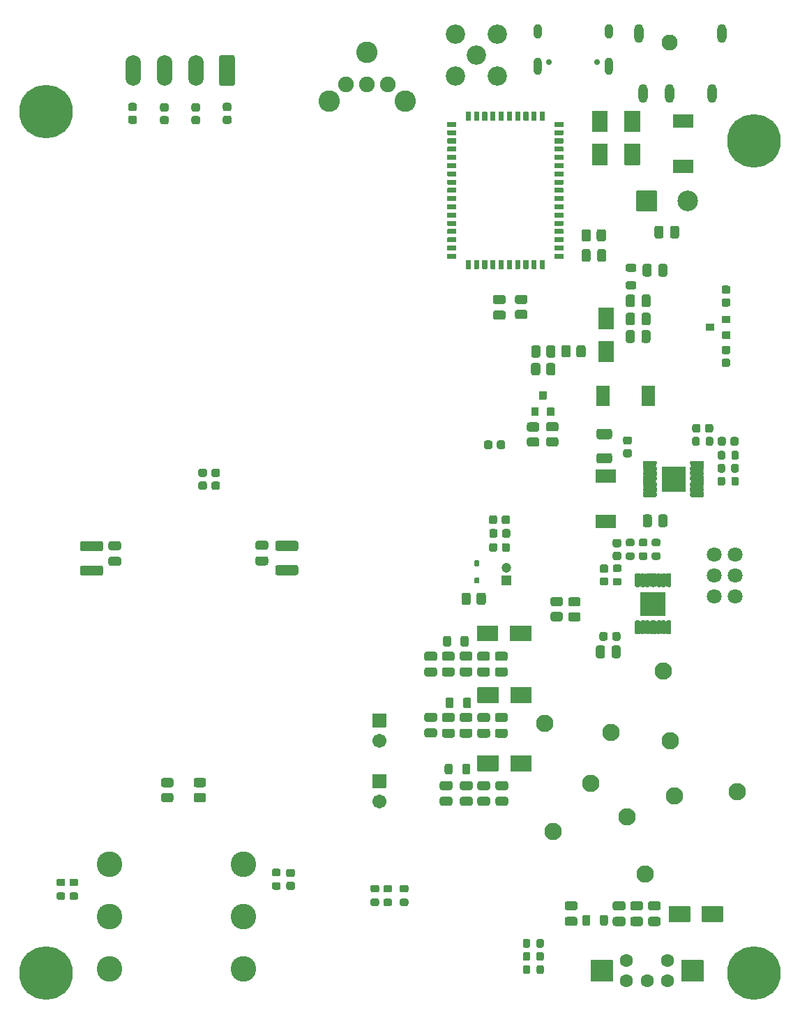
<source format=gbr>
G04 #@! TF.GenerationSoftware,KiCad,Pcbnew,5.1.9*
G04 #@! TF.CreationDate,2021-07-18T09:26:32+08:00*
G04 #@! TF.ProjectId,digital-amplifier2,64696769-7461-46c2-9d61-6d706c696669,rev?*
G04 #@! TF.SameCoordinates,Original*
G04 #@! TF.FileFunction,Soldermask,Bot*
G04 #@! TF.FilePolarity,Negative*
%FSLAX46Y46*%
G04 Gerber Fmt 4.6, Leading zero omitted, Abs format (unit mm)*
G04 Created by KiCad (PCBNEW 5.1.9) date 2021-07-18 09:26:32*
%MOMM*%
%LPD*%
G01*
G04 APERTURE LIST*
%ADD10C,2.502000*%
%ADD11C,1.702000*%
%ADD12C,1.202000*%
%ADD13C,2.102000*%
%ADD14C,1.802000*%
%ADD15C,2.352000*%
%ADD16O,1.902000X3.702000*%
%ADD17C,1.602000*%
%ADD18C,0.702000*%
%ADD19O,1.002000X1.802000*%
%ADD20O,1.002000X2.102000*%
%ADD21R,3.100000X3.000000*%
%ADD22C,1.902000*%
%ADD23C,2.602000*%
%ADD24R,3.000000X3.100000*%
%ADD25C,3.102000*%
%ADD26C,1.952000*%
%ADD27O,1.102000X2.302000*%
%ADD28C,6.502000*%
%ADD29C,0.100000*%
G04 APERTURE END LIST*
G36*
G01*
X186287500Y-134137080D02*
X186838500Y-134137080D01*
G75*
G02*
X187089000Y-134387580I0J-250500D01*
G01*
X187089000Y-134888580D01*
G75*
G02*
X186838500Y-135139080I-250500J0D01*
G01*
X186287500Y-135139080D01*
G75*
G02*
X186037000Y-134888580I0J250500D01*
G01*
X186037000Y-134387580D01*
G75*
G02*
X186287500Y-134137080I250500J0D01*
G01*
G37*
G36*
G01*
X186287500Y-132587080D02*
X186838500Y-132587080D01*
G75*
G02*
X187089000Y-132837580I0J-250500D01*
G01*
X187089000Y-133338580D01*
G75*
G02*
X186838500Y-133589080I-250500J0D01*
G01*
X186287500Y-133589080D01*
G75*
G02*
X186037000Y-133338580I0J250500D01*
G01*
X186037000Y-132837580D01*
G75*
G02*
X186287500Y-132587080I250500J0D01*
G01*
G37*
G36*
G01*
X186838500Y-140904280D02*
X186287500Y-140904280D01*
G75*
G02*
X186037000Y-140653780I0J250500D01*
G01*
X186037000Y-140152780D01*
G75*
G02*
X186287500Y-139902280I250500J0D01*
G01*
X186838500Y-139902280D01*
G75*
G02*
X187089000Y-140152780I0J-250500D01*
G01*
X187089000Y-140653780D01*
G75*
G02*
X186838500Y-140904280I-250500J0D01*
G01*
G37*
G36*
G01*
X186838500Y-142454280D02*
X186287500Y-142454280D01*
G75*
G02*
X186037000Y-142203780I0J250500D01*
G01*
X186037000Y-141702780D01*
G75*
G02*
X186287500Y-141452280I250500J0D01*
G01*
X186838500Y-141452280D01*
G75*
G02*
X187089000Y-141702780I0J-250500D01*
G01*
X187089000Y-142203780D01*
G75*
G02*
X186838500Y-142454280I-250500J0D01*
G01*
G37*
G36*
G01*
X159356740Y-164647280D02*
X159356740Y-164096280D01*
G75*
G02*
X159607240Y-163845780I250500J0D01*
G01*
X160108240Y-163845780D01*
G75*
G02*
X160358740Y-164096280I0J-250500D01*
G01*
X160358740Y-164647280D01*
G75*
G02*
X160108240Y-164897780I-250500J0D01*
G01*
X159607240Y-164897780D01*
G75*
G02*
X159356740Y-164647280I0J250500D01*
G01*
G37*
G36*
G01*
X157806740Y-164647280D02*
X157806740Y-164096280D01*
G75*
G02*
X158057240Y-163845780I250500J0D01*
G01*
X158558240Y-163845780D01*
G75*
G02*
X158808740Y-164096280I0J-250500D01*
G01*
X158808740Y-164647280D01*
G75*
G02*
X158558240Y-164897780I-250500J0D01*
G01*
X158057240Y-164897780D01*
G75*
G02*
X157806740Y-164647280I0J250500D01*
G01*
G37*
G36*
G01*
X159336420Y-161274160D02*
X159336420Y-160723160D01*
G75*
G02*
X159586920Y-160472660I250500J0D01*
G01*
X160087920Y-160472660D01*
G75*
G02*
X160338420Y-160723160I0J-250500D01*
G01*
X160338420Y-161274160D01*
G75*
G02*
X160087920Y-161524660I-250500J0D01*
G01*
X159586920Y-161524660D01*
G75*
G02*
X159336420Y-161274160I0J250500D01*
G01*
G37*
G36*
G01*
X157786420Y-161274160D02*
X157786420Y-160723160D01*
G75*
G02*
X158036920Y-160472660I250500J0D01*
G01*
X158537920Y-160472660D01*
G75*
G02*
X158788420Y-160723160I0J-250500D01*
G01*
X158788420Y-161274160D01*
G75*
G02*
X158537920Y-161524660I-250500J0D01*
G01*
X158036920Y-161524660D01*
G75*
G02*
X157786420Y-161274160I0J250500D01*
G01*
G37*
G36*
G01*
X159379600Y-162940400D02*
X159379600Y-162389400D01*
G75*
G02*
X159630100Y-162138900I250500J0D01*
G01*
X160131100Y-162138900D01*
G75*
G02*
X160381600Y-162389400I0J-250500D01*
G01*
X160381600Y-162940400D01*
G75*
G02*
X160131100Y-163190900I-250500J0D01*
G01*
X159630100Y-163190900D01*
G75*
G02*
X159379600Y-162940400I0J250500D01*
G01*
G37*
G36*
G01*
X157829600Y-162940400D02*
X157829600Y-162389400D01*
G75*
G02*
X158080100Y-162138900I250500J0D01*
G01*
X158581100Y-162138900D01*
G75*
G02*
X158831600Y-162389400I0J-250500D01*
G01*
X158831600Y-162940400D01*
G75*
G02*
X158581100Y-163190900I-250500J0D01*
G01*
X158080100Y-163190900D01*
G75*
G02*
X157829600Y-162940400I0J250500D01*
G01*
G37*
G36*
G01*
X158749680Y-152177660D02*
X158749680Y-151626660D01*
G75*
G02*
X159000180Y-151376160I250500J0D01*
G01*
X159501180Y-151376160D01*
G75*
G02*
X159751680Y-151626660I0J-250500D01*
G01*
X159751680Y-152177660D01*
G75*
G02*
X159501180Y-152428160I-250500J0D01*
G01*
X159000180Y-152428160D01*
G75*
G02*
X158749680Y-152177660I0J250500D01*
G01*
G37*
G36*
G01*
X157199680Y-152177660D02*
X157199680Y-151626660D01*
G75*
G02*
X157450180Y-151376160I250500J0D01*
G01*
X157951180Y-151376160D01*
G75*
G02*
X158201680Y-151626660I0J-250500D01*
G01*
X158201680Y-152177660D01*
G75*
G02*
X157951180Y-152428160I-250500J0D01*
G01*
X157450180Y-152428160D01*
G75*
G02*
X157199680Y-152177660I0J250500D01*
G01*
G37*
G36*
G01*
X133430100Y-204937040D02*
X133981100Y-204937040D01*
G75*
G02*
X134231600Y-205187540I0J-250500D01*
G01*
X134231600Y-205688540D01*
G75*
G02*
X133981100Y-205939040I-250500J0D01*
G01*
X133430100Y-205939040D01*
G75*
G02*
X133179600Y-205688540I0J250500D01*
G01*
X133179600Y-205187540D01*
G75*
G02*
X133430100Y-204937040I250500J0D01*
G01*
G37*
G36*
G01*
X133430100Y-203387040D02*
X133981100Y-203387040D01*
G75*
G02*
X134231600Y-203637540I0J-250500D01*
G01*
X134231600Y-204138540D01*
G75*
G02*
X133981100Y-204389040I-250500J0D01*
G01*
X133430100Y-204389040D01*
G75*
G02*
X133179600Y-204138540I0J250500D01*
G01*
X133179600Y-203637540D01*
G75*
G02*
X133430100Y-203387040I250500J0D01*
G01*
G37*
G36*
G01*
X184012520Y-150181220D02*
X184012520Y-149630220D01*
G75*
G02*
X184263020Y-149379720I250500J0D01*
G01*
X184764020Y-149379720D01*
G75*
G02*
X185014520Y-149630220I0J-250500D01*
G01*
X185014520Y-150181220D01*
G75*
G02*
X184764020Y-150431720I-250500J0D01*
G01*
X184263020Y-150431720D01*
G75*
G02*
X184012520Y-150181220I0J250500D01*
G01*
G37*
G36*
G01*
X182462520Y-150181220D02*
X182462520Y-149630220D01*
G75*
G02*
X182713020Y-149379720I250500J0D01*
G01*
X183214020Y-149379720D01*
G75*
G02*
X183464520Y-149630220I0J-250500D01*
G01*
X183464520Y-150181220D01*
G75*
G02*
X183214020Y-150431720I-250500J0D01*
G01*
X182713020Y-150431720D01*
G75*
G02*
X182462520Y-150181220I0J250500D01*
G01*
G37*
G36*
G01*
X172030300Y-167447280D02*
X171479300Y-167447280D01*
G75*
G02*
X171228800Y-167196780I0J250500D01*
G01*
X171228800Y-166695780D01*
G75*
G02*
X171479300Y-166445280I250500J0D01*
G01*
X172030300Y-166445280D01*
G75*
G02*
X172280800Y-166695780I0J-250500D01*
G01*
X172280800Y-167196780D01*
G75*
G02*
X172030300Y-167447280I-250500J0D01*
G01*
G37*
G36*
G01*
X172030300Y-168997280D02*
X171479300Y-168997280D01*
G75*
G02*
X171228800Y-168746780I0J250500D01*
G01*
X171228800Y-168245780D01*
G75*
G02*
X171479300Y-167995280I250500J0D01*
G01*
X172030300Y-167995280D01*
G75*
G02*
X172280800Y-168245780I0J-250500D01*
G01*
X172280800Y-168746780D01*
G75*
G02*
X172030300Y-168997280I-250500J0D01*
G01*
G37*
G36*
G01*
X173605100Y-164348480D02*
X173054100Y-164348480D01*
G75*
G02*
X172803600Y-164097980I0J250500D01*
G01*
X172803600Y-163596980D01*
G75*
G02*
X173054100Y-163346480I250500J0D01*
G01*
X173605100Y-163346480D01*
G75*
G02*
X173855600Y-163596980I0J-250500D01*
G01*
X173855600Y-164097980D01*
G75*
G02*
X173605100Y-164348480I-250500J0D01*
G01*
G37*
G36*
G01*
X173605100Y-165898480D02*
X173054100Y-165898480D01*
G75*
G02*
X172803600Y-165647980I0J250500D01*
G01*
X172803600Y-165146980D01*
G75*
G02*
X173054100Y-164896480I250500J0D01*
G01*
X173605100Y-164896480D01*
G75*
G02*
X173855600Y-165146980I0J-250500D01*
G01*
X173855600Y-165647980D01*
G75*
G02*
X173605100Y-165898480I-250500J0D01*
G01*
G37*
G36*
G01*
X172204700Y-174887980D02*
X172204700Y-175438980D01*
G75*
G02*
X171954200Y-175689480I-250500J0D01*
G01*
X171453200Y-175689480D01*
G75*
G02*
X171202700Y-175438980I0J250500D01*
G01*
X171202700Y-174887980D01*
G75*
G02*
X171453200Y-174637480I250500J0D01*
G01*
X171954200Y-174637480D01*
G75*
G02*
X172204700Y-174887980I0J-250500D01*
G01*
G37*
G36*
G01*
X173754700Y-174887980D02*
X173754700Y-175438980D01*
G75*
G02*
X173504200Y-175689480I-250500J0D01*
G01*
X173003200Y-175689480D01*
G75*
G02*
X172752700Y-175438980I0J250500D01*
G01*
X172752700Y-174887980D01*
G75*
G02*
X173003200Y-174637480I250500J0D01*
G01*
X173504200Y-174637480D01*
G75*
G02*
X173754700Y-174887980I0J-250500D01*
G01*
G37*
G36*
G01*
X187098320Y-151756020D02*
X187098320Y-151205020D01*
G75*
G02*
X187348820Y-150954520I250500J0D01*
G01*
X187849820Y-150954520D01*
G75*
G02*
X188100320Y-151205020I0J-250500D01*
G01*
X188100320Y-151756020D01*
G75*
G02*
X187849820Y-152006520I-250500J0D01*
G01*
X187348820Y-152006520D01*
G75*
G02*
X187098320Y-151756020I0J250500D01*
G01*
G37*
G36*
G01*
X185548320Y-151756020D02*
X185548320Y-151205020D01*
G75*
G02*
X185798820Y-150954520I250500J0D01*
G01*
X186299820Y-150954520D01*
G75*
G02*
X186550320Y-151205020I0J-250500D01*
G01*
X186550320Y-151756020D01*
G75*
G02*
X186299820Y-152006520I-250500J0D01*
G01*
X185798820Y-152006520D01*
G75*
G02*
X185548320Y-151756020I0J250500D01*
G01*
G37*
G36*
G01*
X174885260Y-151882160D02*
X174334260Y-151882160D01*
G75*
G02*
X174083760Y-151631660I0J250500D01*
G01*
X174083760Y-151130660D01*
G75*
G02*
X174334260Y-150880160I250500J0D01*
G01*
X174885260Y-150880160D01*
G75*
G02*
X175135760Y-151130660I0J-250500D01*
G01*
X175135760Y-151631660D01*
G75*
G02*
X174885260Y-151882160I-250500J0D01*
G01*
G37*
G36*
G01*
X174885260Y-153432160D02*
X174334260Y-153432160D01*
G75*
G02*
X174083760Y-153181660I0J250500D01*
G01*
X174083760Y-152680660D01*
G75*
G02*
X174334260Y-152430160I250500J0D01*
G01*
X174885260Y-152430160D01*
G75*
G02*
X175135760Y-152680660I0J-250500D01*
G01*
X175135760Y-153181660D01*
G75*
G02*
X174885260Y-153432160I-250500J0D01*
G01*
G37*
G36*
G01*
X126284900Y-111409800D02*
X125733900Y-111409800D01*
G75*
G02*
X125483400Y-111159300I0J250500D01*
G01*
X125483400Y-110658300D01*
G75*
G02*
X125733900Y-110407800I250500J0D01*
G01*
X126284900Y-110407800D01*
G75*
G02*
X126535400Y-110658300I0J-250500D01*
G01*
X126535400Y-111159300D01*
G75*
G02*
X126284900Y-111409800I-250500J0D01*
G01*
G37*
G36*
G01*
X126284900Y-112959800D02*
X125733900Y-112959800D01*
G75*
G02*
X125483400Y-112709300I0J250500D01*
G01*
X125483400Y-112208300D01*
G75*
G02*
X125733900Y-111957800I250500J0D01*
G01*
X126284900Y-111957800D01*
G75*
G02*
X126535400Y-112208300I0J-250500D01*
G01*
X126535400Y-112709300D01*
G75*
G02*
X126284900Y-112959800I-250500J0D01*
G01*
G37*
G36*
G01*
X118664900Y-111460600D02*
X118113900Y-111460600D01*
G75*
G02*
X117863400Y-111210100I0J250500D01*
G01*
X117863400Y-110709100D01*
G75*
G02*
X118113900Y-110458600I250500J0D01*
G01*
X118664900Y-110458600D01*
G75*
G02*
X118915400Y-110709100I0J-250500D01*
G01*
X118915400Y-111210100D01*
G75*
G02*
X118664900Y-111460600I-250500J0D01*
G01*
G37*
G36*
G01*
X118664900Y-113010600D02*
X118113900Y-113010600D01*
G75*
G02*
X117863400Y-112760100I0J250500D01*
G01*
X117863400Y-112259100D01*
G75*
G02*
X118113900Y-112008600I250500J0D01*
G01*
X118664900Y-112008600D01*
G75*
G02*
X118915400Y-112259100I0J-250500D01*
G01*
X118915400Y-112760100D01*
G75*
G02*
X118664900Y-113010600I-250500J0D01*
G01*
G37*
G36*
G01*
X122474900Y-111460600D02*
X121923900Y-111460600D01*
G75*
G02*
X121673400Y-111210100I0J250500D01*
G01*
X121673400Y-110709100D01*
G75*
G02*
X121923900Y-110458600I250500J0D01*
G01*
X122474900Y-110458600D01*
G75*
G02*
X122725400Y-110709100I0J-250500D01*
G01*
X122725400Y-111210100D01*
G75*
G02*
X122474900Y-111460600I-250500J0D01*
G01*
G37*
G36*
G01*
X122474900Y-113010600D02*
X121923900Y-113010600D01*
G75*
G02*
X121673400Y-112760100I0J250500D01*
G01*
X121673400Y-112259100D01*
G75*
G02*
X121923900Y-112008600I250500J0D01*
G01*
X122474900Y-112008600D01*
G75*
G02*
X122725400Y-112259100I0J-250500D01*
G01*
X122725400Y-112760100D01*
G75*
G02*
X122474900Y-113010600I-250500J0D01*
G01*
G37*
G36*
G01*
X114804100Y-111409800D02*
X114253100Y-111409800D01*
G75*
G02*
X114002600Y-111159300I0J250500D01*
G01*
X114002600Y-110658300D01*
G75*
G02*
X114253100Y-110407800I250500J0D01*
G01*
X114804100Y-110407800D01*
G75*
G02*
X115054600Y-110658300I0J-250500D01*
G01*
X115054600Y-111159300D01*
G75*
G02*
X114804100Y-111409800I-250500J0D01*
G01*
G37*
G36*
G01*
X114804100Y-112959800D02*
X114253100Y-112959800D01*
G75*
G02*
X114002600Y-112709300I0J250500D01*
G01*
X114002600Y-112208300D01*
G75*
G02*
X114253100Y-111957800I250500J0D01*
G01*
X114804100Y-111957800D01*
G75*
G02*
X115054600Y-112208300I0J-250500D01*
G01*
X115054600Y-112709300D01*
G75*
G02*
X114804100Y-112959800I-250500J0D01*
G01*
G37*
G36*
G01*
X122757020Y-156357000D02*
X123308020Y-156357000D01*
G75*
G02*
X123558520Y-156607500I0J-250500D01*
G01*
X123558520Y-157108500D01*
G75*
G02*
X123308020Y-157359000I-250500J0D01*
G01*
X122757020Y-157359000D01*
G75*
G02*
X122506520Y-157108500I0J250500D01*
G01*
X122506520Y-156607500D01*
G75*
G02*
X122757020Y-156357000I250500J0D01*
G01*
G37*
G36*
G01*
X122757020Y-154807000D02*
X123308020Y-154807000D01*
G75*
G02*
X123558520Y-155057500I0J-250500D01*
G01*
X123558520Y-155558500D01*
G75*
G02*
X123308020Y-155809000I-250500J0D01*
G01*
X122757020Y-155809000D01*
G75*
G02*
X122506520Y-155558500I0J250500D01*
G01*
X122506520Y-155057500D01*
G75*
G02*
X122757020Y-154807000I250500J0D01*
G01*
G37*
G36*
G01*
X124344520Y-156369700D02*
X124895520Y-156369700D01*
G75*
G02*
X125146020Y-156620200I0J-250500D01*
G01*
X125146020Y-157121200D01*
G75*
G02*
X124895520Y-157371700I-250500J0D01*
G01*
X124344520Y-157371700D01*
G75*
G02*
X124094020Y-157121200I0J250500D01*
G01*
X124094020Y-156620200D01*
G75*
G02*
X124344520Y-156369700I250500J0D01*
G01*
G37*
G36*
G01*
X124344520Y-154819700D02*
X124895520Y-154819700D01*
G75*
G02*
X125146020Y-155070200I0J-250500D01*
G01*
X125146020Y-155571200D01*
G75*
G02*
X124895520Y-155821700I-250500J0D01*
G01*
X124344520Y-155821700D01*
G75*
G02*
X124094020Y-155571200I0J250500D01*
G01*
X124094020Y-155070200D01*
G75*
G02*
X124344520Y-154819700I250500J0D01*
G01*
G37*
D10*
X181936400Y-122316240D03*
G36*
G01*
X175685400Y-123516240D02*
X175685400Y-121116240D01*
G75*
G02*
X175736400Y-121065240I51000J0D01*
G01*
X178136400Y-121065240D01*
G75*
G02*
X178187400Y-121116240I0J-51000D01*
G01*
X178187400Y-123516240D01*
G75*
G02*
X178136400Y-123567240I-51000J0D01*
G01*
X175736400Y-123567240D01*
G75*
G02*
X175685400Y-123516240I0J51000D01*
G01*
G37*
G36*
G01*
X143665040Y-191868960D02*
X145265040Y-191868960D01*
G75*
G02*
X145316040Y-191919960I0J-51000D01*
G01*
X145316040Y-193519960D01*
G75*
G02*
X145265040Y-193570960I-51000J0D01*
G01*
X143665040Y-193570960D01*
G75*
G02*
X143614040Y-193519960I0J51000D01*
G01*
X143614040Y-191919960D01*
G75*
G02*
X143665040Y-191868960I51000J0D01*
G01*
G37*
D11*
X144465040Y-195219960D03*
G36*
G01*
X143665040Y-184501180D02*
X145265040Y-184501180D01*
G75*
G02*
X145316040Y-184552180I0J-51000D01*
G01*
X145316040Y-186152180D01*
G75*
G02*
X145265040Y-186203180I-51000J0D01*
G01*
X143665040Y-186203180D01*
G75*
G02*
X143614040Y-186152180I0J51000D01*
G01*
X143614040Y-184552180D01*
G75*
G02*
X143665040Y-184501180I51000J0D01*
G01*
G37*
X144465040Y-187852180D03*
D12*
X159918400Y-166856280D03*
G36*
G01*
X160468400Y-168957280D02*
X159368400Y-168957280D01*
G75*
G02*
X159317400Y-168906280I0J51000D01*
G01*
X159317400Y-167806280D01*
G75*
G02*
X159368400Y-167755280I51000J0D01*
G01*
X160468400Y-167755280D01*
G75*
G02*
X160519400Y-167806280I0J-51000D01*
G01*
X160519400Y-168906280D01*
G75*
G02*
X160468400Y-168957280I-51000J0D01*
G01*
G37*
G36*
G01*
X156282140Y-171072685D02*
X156282140Y-170120435D01*
G75*
G02*
X156557015Y-169845560I274875J0D01*
G01*
X157134265Y-169845560D01*
G75*
G02*
X157409140Y-170120435I0J-274875D01*
G01*
X157409140Y-171072685D01*
G75*
G02*
X157134265Y-171347560I-274875J0D01*
G01*
X156557015Y-171347560D01*
G75*
G02*
X156282140Y-171072685I0J274875D01*
G01*
G37*
G36*
G01*
X154457140Y-171072685D02*
X154457140Y-170120435D01*
G75*
G02*
X154732015Y-169845560I274875J0D01*
G01*
X155309265Y-169845560D01*
G75*
G02*
X155584140Y-170120435I0J-274875D01*
G01*
X155584140Y-171072685D01*
G75*
G02*
X155309265Y-171347560I-274875J0D01*
G01*
X154732015Y-171347560D01*
G75*
G02*
X154457140Y-171072685I0J274875D01*
G01*
G37*
G36*
G01*
X156539140Y-166643820D02*
X156089140Y-166643820D01*
G75*
G02*
X156038140Y-166592820I0J51000D01*
G01*
X156038140Y-165992820D01*
G75*
G02*
X156089140Y-165941820I51000J0D01*
G01*
X156539140Y-165941820D01*
G75*
G02*
X156590140Y-165992820I0J-51000D01*
G01*
X156590140Y-166592820D01*
G75*
G02*
X156539140Y-166643820I-51000J0D01*
G01*
G37*
G36*
G01*
X156539140Y-168743820D02*
X156089140Y-168743820D01*
G75*
G02*
X156038140Y-168692820I0J51000D01*
G01*
X156038140Y-168092820D01*
G75*
G02*
X156089140Y-168041820I51000J0D01*
G01*
X156539140Y-168041820D01*
G75*
G02*
X156590140Y-168092820I0J-51000D01*
G01*
X156590140Y-168692820D01*
G75*
G02*
X156539140Y-168743820I-51000J0D01*
G01*
G37*
G36*
G01*
X185098800Y-137242600D02*
X185098800Y-138042600D01*
G75*
G02*
X185047800Y-138093600I-51000J0D01*
G01*
X184147800Y-138093600D01*
G75*
G02*
X184096800Y-138042600I0J51000D01*
G01*
X184096800Y-137242600D01*
G75*
G02*
X184147800Y-137191600I51000J0D01*
G01*
X185047800Y-137191600D01*
G75*
G02*
X185098800Y-137242600I0J-51000D01*
G01*
G37*
G36*
G01*
X187098800Y-138192600D02*
X187098800Y-138992600D01*
G75*
G02*
X187047800Y-139043600I-51000J0D01*
G01*
X186147800Y-139043600D01*
G75*
G02*
X186096800Y-138992600I0J51000D01*
G01*
X186096800Y-138192600D01*
G75*
G02*
X186147800Y-138141600I51000J0D01*
G01*
X187047800Y-138141600D01*
G75*
G02*
X187098800Y-138192600I0J-51000D01*
G01*
G37*
G36*
G01*
X187098800Y-136292600D02*
X187098800Y-137092600D01*
G75*
G02*
X187047800Y-137143600I-51000J0D01*
G01*
X186147800Y-137143600D01*
G75*
G02*
X186096800Y-137092600I0J51000D01*
G01*
X186096800Y-136292600D01*
G75*
G02*
X186147800Y-136241600I51000J0D01*
G01*
X187047800Y-136241600D01*
G75*
G02*
X187098800Y-136292600I0J-51000D01*
G01*
G37*
G36*
G01*
X160371020Y-191476200D02*
X160371020Y-189676200D01*
G75*
G02*
X160422020Y-189625200I51000J0D01*
G01*
X162922020Y-189625200D01*
G75*
G02*
X162973020Y-189676200I0J-51000D01*
G01*
X162973020Y-191476200D01*
G75*
G02*
X162922020Y-191527200I-51000J0D01*
G01*
X160422020Y-191527200D01*
G75*
G02*
X160371020Y-191476200I0J51000D01*
G01*
G37*
G36*
G01*
X156371020Y-191476200D02*
X156371020Y-189676200D01*
G75*
G02*
X156422020Y-189625200I51000J0D01*
G01*
X158922020Y-189625200D01*
G75*
G02*
X158973020Y-189676200I0J-51000D01*
G01*
X158973020Y-191476200D01*
G75*
G02*
X158922020Y-191527200I-51000J0D01*
G01*
X156422020Y-191527200D01*
G75*
G02*
X156371020Y-191476200I0J51000D01*
G01*
G37*
D13*
X164589460Y-185689240D03*
X170177460Y-192991740D03*
X165541960Y-198833740D03*
X174558960Y-197055740D03*
X179829460Y-187848240D03*
X187893960Y-194007740D03*
X180337460Y-194515740D03*
X176717960Y-204040740D03*
X172590460Y-186832240D03*
X178940460Y-179402740D03*
G36*
G01*
X153200140Y-175361250D02*
X153200140Y-176174750D01*
G75*
G02*
X152955890Y-176419000I-244250J0D01*
G01*
X152467390Y-176419000D01*
G75*
G02*
X152223140Y-176174750I0J244250D01*
G01*
X152223140Y-175361250D01*
G75*
G02*
X152467390Y-175117000I244250J0D01*
G01*
X152955890Y-175117000D01*
G75*
G02*
X153200140Y-175361250I0J-244250D01*
G01*
G37*
G36*
G01*
X155325140Y-175361250D02*
X155325140Y-176174750D01*
G75*
G02*
X155080890Y-176419000I-244250J0D01*
G01*
X154592390Y-176419000D01*
G75*
G02*
X154348140Y-176174750I0J244250D01*
G01*
X154348140Y-175361250D01*
G75*
G02*
X154592390Y-175117000I244250J0D01*
G01*
X155080890Y-175117000D01*
G75*
G02*
X155325140Y-175361250I0J-244250D01*
G01*
G37*
G36*
G01*
X153494780Y-182833930D02*
X153494780Y-183647430D01*
G75*
G02*
X153250530Y-183891680I-244250J0D01*
G01*
X152762030Y-183891680D01*
G75*
G02*
X152517780Y-183647430I0J244250D01*
G01*
X152517780Y-182833930D01*
G75*
G02*
X152762030Y-182589680I244250J0D01*
G01*
X153250530Y-182589680D01*
G75*
G02*
X153494780Y-182833930I0J-244250D01*
G01*
G37*
G36*
G01*
X155619780Y-182833930D02*
X155619780Y-183647430D01*
G75*
G02*
X155375530Y-183891680I-244250J0D01*
G01*
X154887030Y-183891680D01*
G75*
G02*
X154642780Y-183647430I0J244250D01*
G01*
X154642780Y-182833930D01*
G75*
G02*
X154887030Y-182589680I244250J0D01*
G01*
X155375530Y-182589680D01*
G75*
G02*
X155619780Y-182833930I0J-244250D01*
G01*
G37*
G36*
G01*
X158927300Y-173912960D02*
X158927300Y-175712960D01*
G75*
G02*
X158876300Y-175763960I-51000J0D01*
G01*
X156376300Y-175763960D01*
G75*
G02*
X156325300Y-175712960I0J51000D01*
G01*
X156325300Y-173912960D01*
G75*
G02*
X156376300Y-173861960I51000J0D01*
G01*
X158876300Y-173861960D01*
G75*
G02*
X158927300Y-173912960I0J-51000D01*
G01*
G37*
G36*
G01*
X162927300Y-173912960D02*
X162927300Y-175712960D01*
G75*
G02*
X162876300Y-175763960I-51000J0D01*
G01*
X160376300Y-175763960D01*
G75*
G02*
X160325300Y-175712960I0J51000D01*
G01*
X160325300Y-173912960D01*
G75*
G02*
X160376300Y-173861960I51000J0D01*
G01*
X162876300Y-173861960D01*
G75*
G02*
X162927300Y-173912960I0J-51000D01*
G01*
G37*
G36*
G01*
X160386260Y-183185640D02*
X160386260Y-181385640D01*
G75*
G02*
X160437260Y-181334640I51000J0D01*
G01*
X162937260Y-181334640D01*
G75*
G02*
X162988260Y-181385640I0J-51000D01*
G01*
X162988260Y-183185640D01*
G75*
G02*
X162937260Y-183236640I-51000J0D01*
G01*
X160437260Y-183236640D01*
G75*
G02*
X160386260Y-183185640I0J51000D01*
G01*
G37*
G36*
G01*
X156386260Y-183185640D02*
X156386260Y-181385640D01*
G75*
G02*
X156437260Y-181334640I51000J0D01*
G01*
X158937260Y-181334640D01*
G75*
G02*
X158988260Y-181385640I0J-51000D01*
G01*
X158988260Y-183185640D01*
G75*
G02*
X158937260Y-183236640I-51000J0D01*
G01*
X156437260Y-183236640D01*
G75*
G02*
X156386260Y-183185640I0J51000D01*
G01*
G37*
G36*
G01*
X150215480Y-178935600D02*
X151216480Y-178935600D01*
G75*
G02*
X151491980Y-179211100I0J-275500D01*
G01*
X151491980Y-179762100D01*
G75*
G02*
X151216480Y-180037600I-275500J0D01*
G01*
X150215480Y-180037600D01*
G75*
G02*
X149939980Y-179762100I0J275500D01*
G01*
X149939980Y-179211100D01*
G75*
G02*
X150215480Y-178935600I275500J0D01*
G01*
G37*
G36*
G01*
X150215480Y-177035600D02*
X151216480Y-177035600D01*
G75*
G02*
X151491980Y-177311100I0J-275500D01*
G01*
X151491980Y-177862100D01*
G75*
G02*
X151216480Y-178137600I-275500J0D01*
G01*
X150215480Y-178137600D01*
G75*
G02*
X149939980Y-177862100I0J275500D01*
G01*
X149939980Y-177311100D01*
G75*
G02*
X150215480Y-177035600I275500J0D01*
G01*
G37*
G36*
G01*
X152362415Y-186359400D02*
X153363415Y-186359400D01*
G75*
G02*
X153638915Y-186634900I0J-275500D01*
G01*
X153638915Y-187185900D01*
G75*
G02*
X153363415Y-187461400I-275500J0D01*
G01*
X152362415Y-187461400D01*
G75*
G02*
X152086915Y-187185900I0J275500D01*
G01*
X152086915Y-186634900D01*
G75*
G02*
X152362415Y-186359400I275500J0D01*
G01*
G37*
G36*
G01*
X152362415Y-184459400D02*
X153363415Y-184459400D01*
G75*
G02*
X153638915Y-184734900I0J-275500D01*
G01*
X153638915Y-185285900D01*
G75*
G02*
X153363415Y-185561400I-275500J0D01*
G01*
X152362415Y-185561400D01*
G75*
G02*
X152086915Y-185285900I0J275500D01*
G01*
X152086915Y-184734900D01*
G75*
G02*
X152362415Y-184459400I275500J0D01*
G01*
G37*
G36*
G01*
X152353200Y-178924000D02*
X153354200Y-178924000D01*
G75*
G02*
X153629700Y-179199500I0J-275500D01*
G01*
X153629700Y-179750500D01*
G75*
G02*
X153354200Y-180026000I-275500J0D01*
G01*
X152353200Y-180026000D01*
G75*
G02*
X152077700Y-179750500I0J275500D01*
G01*
X152077700Y-179199500D01*
G75*
G02*
X152353200Y-178924000I275500J0D01*
G01*
G37*
G36*
G01*
X152353200Y-177024000D02*
X153354200Y-177024000D01*
G75*
G02*
X153629700Y-177299500I0J-275500D01*
G01*
X153629700Y-177850500D01*
G75*
G02*
X153354200Y-178126000I-275500J0D01*
G01*
X152353200Y-178126000D01*
G75*
G02*
X152077700Y-177850500I0J275500D01*
G01*
X152077700Y-177299500D01*
G75*
G02*
X152353200Y-177024000I275500J0D01*
G01*
G37*
G36*
G01*
X150220560Y-186321920D02*
X151221560Y-186321920D01*
G75*
G02*
X151497060Y-186597420I0J-275500D01*
G01*
X151497060Y-187148420D01*
G75*
G02*
X151221560Y-187423920I-275500J0D01*
G01*
X150220560Y-187423920D01*
G75*
G02*
X149945060Y-187148420I0J275500D01*
G01*
X149945060Y-186597420D01*
G75*
G02*
X150220560Y-186321920I275500J0D01*
G01*
G37*
G36*
G01*
X150220560Y-184421920D02*
X151221560Y-184421920D01*
G75*
G02*
X151497060Y-184697420I0J-275500D01*
G01*
X151497060Y-185248420D01*
G75*
G02*
X151221560Y-185523920I-275500J0D01*
G01*
X150220560Y-185523920D01*
G75*
G02*
X149945060Y-185248420I0J275500D01*
G01*
X149945060Y-184697420D01*
G75*
G02*
X150220560Y-184421920I275500J0D01*
G01*
G37*
G36*
G01*
X154513160Y-178910200D02*
X155514160Y-178910200D01*
G75*
G02*
X155789660Y-179185700I0J-275500D01*
G01*
X155789660Y-179736700D01*
G75*
G02*
X155514160Y-180012200I-275500J0D01*
G01*
X154513160Y-180012200D01*
G75*
G02*
X154237660Y-179736700I0J275500D01*
G01*
X154237660Y-179185700D01*
G75*
G02*
X154513160Y-178910200I275500J0D01*
G01*
G37*
G36*
G01*
X154513160Y-177010200D02*
X155514160Y-177010200D01*
G75*
G02*
X155789660Y-177285700I0J-275500D01*
G01*
X155789660Y-177836700D01*
G75*
G02*
X155514160Y-178112200I-275500J0D01*
G01*
X154513160Y-178112200D01*
G75*
G02*
X154237660Y-177836700I0J275500D01*
G01*
X154237660Y-177285700D01*
G75*
G02*
X154513160Y-177010200I275500J0D01*
G01*
G37*
G36*
G01*
X154504270Y-186357480D02*
X155505270Y-186357480D01*
G75*
G02*
X155780770Y-186632980I0J-275500D01*
G01*
X155780770Y-187183980D01*
G75*
G02*
X155505270Y-187459480I-275500J0D01*
G01*
X154504270Y-187459480D01*
G75*
G02*
X154228770Y-187183980I0J275500D01*
G01*
X154228770Y-186632980D01*
G75*
G02*
X154504270Y-186357480I275500J0D01*
G01*
G37*
G36*
G01*
X154504270Y-184457480D02*
X155505270Y-184457480D01*
G75*
G02*
X155780770Y-184732980I0J-275500D01*
G01*
X155780770Y-185283980D01*
G75*
G02*
X155505270Y-185559480I-275500J0D01*
G01*
X154504270Y-185559480D01*
G75*
G02*
X154228770Y-185283980I0J275500D01*
G01*
X154228770Y-184732980D01*
G75*
G02*
X154504270Y-184457480I275500J0D01*
G01*
G37*
G36*
G01*
X158793060Y-178922900D02*
X159794060Y-178922900D01*
G75*
G02*
X160069560Y-179198400I0J-275500D01*
G01*
X160069560Y-179749400D01*
G75*
G02*
X159794060Y-180024900I-275500J0D01*
G01*
X158793060Y-180024900D01*
G75*
G02*
X158517560Y-179749400I0J275500D01*
G01*
X158517560Y-179198400D01*
G75*
G02*
X158793060Y-178922900I275500J0D01*
G01*
G37*
G36*
G01*
X158793060Y-177022900D02*
X159794060Y-177022900D01*
G75*
G02*
X160069560Y-177298400I0J-275500D01*
G01*
X160069560Y-177849400D01*
G75*
G02*
X159794060Y-178124900I-275500J0D01*
G01*
X158793060Y-178124900D01*
G75*
G02*
X158517560Y-177849400I0J275500D01*
G01*
X158517560Y-177298400D01*
G75*
G02*
X158793060Y-177022900I275500J0D01*
G01*
G37*
G36*
G01*
X158787980Y-186357480D02*
X159788980Y-186357480D01*
G75*
G02*
X160064480Y-186632980I0J-275500D01*
G01*
X160064480Y-187183980D01*
G75*
G02*
X159788980Y-187459480I-275500J0D01*
G01*
X158787980Y-187459480D01*
G75*
G02*
X158512480Y-187183980I0J275500D01*
G01*
X158512480Y-186632980D01*
G75*
G02*
X158787980Y-186357480I275500J0D01*
G01*
G37*
G36*
G01*
X158787980Y-184457480D02*
X159788980Y-184457480D01*
G75*
G02*
X160064480Y-184732980I0J-275500D01*
G01*
X160064480Y-185283980D01*
G75*
G02*
X159788980Y-185559480I-275500J0D01*
G01*
X158787980Y-185559480D01*
G75*
G02*
X158512480Y-185283980I0J275500D01*
G01*
X158512480Y-184732980D01*
G75*
G02*
X158787980Y-184457480I275500J0D01*
G01*
G37*
G36*
G01*
X156634060Y-178922900D02*
X157635060Y-178922900D01*
G75*
G02*
X157910560Y-179198400I0J-275500D01*
G01*
X157910560Y-179749400D01*
G75*
G02*
X157635060Y-180024900I-275500J0D01*
G01*
X156634060Y-180024900D01*
G75*
G02*
X156358560Y-179749400I0J275500D01*
G01*
X156358560Y-179198400D01*
G75*
G02*
X156634060Y-178922900I275500J0D01*
G01*
G37*
G36*
G01*
X156634060Y-177022900D02*
X157635060Y-177022900D01*
G75*
G02*
X157910560Y-177298400I0J-275500D01*
G01*
X157910560Y-177849400D01*
G75*
G02*
X157635060Y-178124900I-275500J0D01*
G01*
X156634060Y-178124900D01*
G75*
G02*
X156358560Y-177849400I0J275500D01*
G01*
X156358560Y-177298400D01*
G75*
G02*
X156634060Y-177022900I275500J0D01*
G01*
G37*
G36*
G01*
X156646125Y-186357480D02*
X157647125Y-186357480D01*
G75*
G02*
X157922625Y-186632980I0J-275500D01*
G01*
X157922625Y-187183980D01*
G75*
G02*
X157647125Y-187459480I-275500J0D01*
G01*
X156646125Y-187459480D01*
G75*
G02*
X156370625Y-187183980I0J275500D01*
G01*
X156370625Y-186632980D01*
G75*
G02*
X156646125Y-186357480I275500J0D01*
G01*
G37*
G36*
G01*
X156646125Y-184457480D02*
X157647125Y-184457480D01*
G75*
G02*
X157922625Y-184732980I0J-275500D01*
G01*
X157922625Y-185283980D01*
G75*
G02*
X157647125Y-185559480I-275500J0D01*
G01*
X156646125Y-185559480D01*
G75*
G02*
X156370625Y-185283980I0J275500D01*
G01*
X156370625Y-184732980D01*
G75*
G02*
X156646125Y-184457480I275500J0D01*
G01*
G37*
G36*
G01*
X108421372Y-166544100D02*
X110679028Y-166544100D01*
G75*
G02*
X110951200Y-166816272I0J-272172D01*
G01*
X110951200Y-167523928D01*
G75*
G02*
X110679028Y-167796100I-272172J0D01*
G01*
X108421372Y-167796100D01*
G75*
G02*
X108149200Y-167523928I0J272172D01*
G01*
X108149200Y-166816272D01*
G75*
G02*
X108421372Y-166544100I272172J0D01*
G01*
G37*
G36*
G01*
X108421372Y-163594100D02*
X110679028Y-163594100D01*
G75*
G02*
X110951200Y-163866272I0J-272172D01*
G01*
X110951200Y-164573928D01*
G75*
G02*
X110679028Y-164846100I-272172J0D01*
G01*
X108421372Y-164846100D01*
G75*
G02*
X108149200Y-164573928I0J272172D01*
G01*
X108149200Y-163866272D01*
G75*
G02*
X108421372Y-163594100I272172J0D01*
G01*
G37*
G36*
G01*
X132119572Y-166500180D02*
X134377228Y-166500180D01*
G75*
G02*
X134649400Y-166772352I0J-272172D01*
G01*
X134649400Y-167480008D01*
G75*
G02*
X134377228Y-167752180I-272172J0D01*
G01*
X132119572Y-167752180D01*
G75*
G02*
X131847400Y-167480008I0J272172D01*
G01*
X131847400Y-166772352D01*
G75*
G02*
X132119572Y-166500180I272172J0D01*
G01*
G37*
G36*
G01*
X132119572Y-163550180D02*
X134377228Y-163550180D01*
G75*
G02*
X134649400Y-163822352I0J-272172D01*
G01*
X134649400Y-164530008D01*
G75*
G02*
X134377228Y-164802180I-272172J0D01*
G01*
X132119572Y-164802180D01*
G75*
G02*
X131847400Y-164530008I0J272172D01*
G01*
X131847400Y-163822352D01*
G75*
G02*
X132119572Y-163550180I272172J0D01*
G01*
G37*
G36*
G01*
X107696780Y-205482340D02*
X107095780Y-205482340D01*
G75*
G02*
X106870280Y-205256840I0J225500D01*
G01*
X106870280Y-204805840D01*
G75*
G02*
X107095780Y-204580340I225500J0D01*
G01*
X107696780Y-204580340D01*
G75*
G02*
X107922280Y-204805840I0J-225500D01*
G01*
X107922280Y-205256840D01*
G75*
G02*
X107696780Y-205482340I-225500J0D01*
G01*
G37*
G36*
G01*
X107696780Y-207132340D02*
X107095780Y-207132340D01*
G75*
G02*
X106870280Y-206906840I0J225500D01*
G01*
X106870280Y-206455840D01*
G75*
G02*
X107095780Y-206230340I225500J0D01*
G01*
X107696780Y-206230340D01*
G75*
G02*
X107922280Y-206455840I0J-225500D01*
G01*
X107922280Y-206906840D01*
G75*
G02*
X107696780Y-207132340I-225500J0D01*
G01*
G37*
G36*
G01*
X105520980Y-206230840D02*
X106121980Y-206230840D01*
G75*
G02*
X106347480Y-206456340I0J-225500D01*
G01*
X106347480Y-206907340D01*
G75*
G02*
X106121980Y-207132840I-225500J0D01*
G01*
X105520980Y-207132840D01*
G75*
G02*
X105295480Y-206907340I0J225500D01*
G01*
X105295480Y-206456340D01*
G75*
G02*
X105520980Y-206230840I225500J0D01*
G01*
G37*
G36*
G01*
X105520980Y-204580840D02*
X106121980Y-204580840D01*
G75*
G02*
X106347480Y-204806340I0J-225500D01*
G01*
X106347480Y-205257340D01*
G75*
G02*
X106121980Y-205482840I-225500J0D01*
G01*
X105520980Y-205482840D01*
G75*
G02*
X105295480Y-205257340I0J225500D01*
G01*
X105295480Y-204806340D01*
G75*
G02*
X105520980Y-204580840I225500J0D01*
G01*
G37*
G36*
G01*
X163543600Y-212720700D02*
X163543600Y-212119700D01*
G75*
G02*
X163769100Y-211894200I225500J0D01*
G01*
X164220100Y-211894200D01*
G75*
G02*
X164445600Y-212119700I0J-225500D01*
G01*
X164445600Y-212720700D01*
G75*
G02*
X164220100Y-212946200I-225500J0D01*
G01*
X163769100Y-212946200D01*
G75*
G02*
X163543600Y-212720700I0J225500D01*
G01*
G37*
G36*
G01*
X161893600Y-212720700D02*
X161893600Y-212119700D01*
G75*
G02*
X162119100Y-211894200I225500J0D01*
G01*
X162570100Y-211894200D01*
G75*
G02*
X162795600Y-212119700I0J-225500D01*
G01*
X162795600Y-212720700D01*
G75*
G02*
X162570100Y-212946200I-225500J0D01*
G01*
X162119100Y-212946200D01*
G75*
G02*
X161893600Y-212720700I0J225500D01*
G01*
G37*
G36*
G01*
X163556300Y-215908400D02*
X163556300Y-215307400D01*
G75*
G02*
X163781800Y-215081900I225500J0D01*
G01*
X164232800Y-215081900D01*
G75*
G02*
X164458300Y-215307400I0J-225500D01*
G01*
X164458300Y-215908400D01*
G75*
G02*
X164232800Y-216133900I-225500J0D01*
G01*
X163781800Y-216133900D01*
G75*
G02*
X163556300Y-215908400I0J225500D01*
G01*
G37*
G36*
G01*
X161906300Y-215908400D02*
X161906300Y-215307400D01*
G75*
G02*
X162131800Y-215081900I225500J0D01*
G01*
X162582800Y-215081900D01*
G75*
G02*
X162808300Y-215307400I0J-225500D01*
G01*
X162808300Y-215908400D01*
G75*
G02*
X162582800Y-216133900I-225500J0D01*
G01*
X162131800Y-216133900D01*
G75*
G02*
X161906300Y-215908400I0J225500D01*
G01*
G37*
G36*
G01*
X163543600Y-214308200D02*
X163543600Y-213707200D01*
G75*
G02*
X163769100Y-213481700I225500J0D01*
G01*
X164220100Y-213481700D01*
G75*
G02*
X164445600Y-213707200I0J-225500D01*
G01*
X164445600Y-214308200D01*
G75*
G02*
X164220100Y-214533700I-225500J0D01*
G01*
X163769100Y-214533700D01*
G75*
G02*
X163543600Y-214308200I0J225500D01*
G01*
G37*
G36*
G01*
X161893600Y-214308200D02*
X161893600Y-213707200D01*
G75*
G02*
X162119100Y-213481700I225500J0D01*
G01*
X162570100Y-213481700D01*
G75*
G02*
X162795600Y-213707200I0J-225500D01*
G01*
X162795600Y-214308200D01*
G75*
G02*
X162570100Y-214533700I-225500J0D01*
G01*
X162119100Y-214533700D01*
G75*
G02*
X161893600Y-214308200I0J225500D01*
G01*
G37*
D14*
X187667900Y-170345100D03*
X185127900Y-170345100D03*
X187667900Y-167805100D03*
X185127900Y-167805100D03*
X187667900Y-165265100D03*
X185127900Y-165265100D03*
D15*
X153725880Y-107115280D03*
X153725880Y-102035280D03*
X158805880Y-102035280D03*
X158805880Y-107115280D03*
X156265880Y-104575280D03*
D16*
X114570000Y-106500000D03*
X118380000Y-106500000D03*
X122190000Y-106500000D03*
G36*
G01*
X126951000Y-104913166D02*
X126951000Y-108086834D01*
G75*
G02*
X126686834Y-108351000I-264166J0D01*
G01*
X125313166Y-108351000D01*
G75*
G02*
X125049000Y-108086834I0J264166D01*
G01*
X125049000Y-104913166D01*
G75*
G02*
X125313166Y-104649000I264166J0D01*
G01*
X126686834Y-104649000D01*
G75*
G02*
X126951000Y-104913166I0J-264166D01*
G01*
G37*
G36*
G01*
X164722560Y-143211425D02*
X164722560Y-142259175D01*
G75*
G02*
X164997435Y-141984300I274875J0D01*
G01*
X165574685Y-141984300D01*
G75*
G02*
X165849560Y-142259175I0J-274875D01*
G01*
X165849560Y-143211425D01*
G75*
G02*
X165574685Y-143486300I-274875J0D01*
G01*
X164997435Y-143486300D01*
G75*
G02*
X164722560Y-143211425I0J274875D01*
G01*
G37*
G36*
G01*
X162897560Y-143211425D02*
X162897560Y-142259175D01*
G75*
G02*
X163172435Y-141984300I274875J0D01*
G01*
X163749685Y-141984300D01*
G75*
G02*
X164024560Y-142259175I0J-274875D01*
G01*
X164024560Y-143211425D01*
G75*
G02*
X163749685Y-143486300I-274875J0D01*
G01*
X163172435Y-143486300D01*
G75*
G02*
X162897560Y-143211425I0J274875D01*
G01*
G37*
G36*
G01*
X131677900Y-205011640D02*
X132278900Y-205011640D01*
G75*
G02*
X132504400Y-205237140I0J-225500D01*
G01*
X132504400Y-205688140D01*
G75*
G02*
X132278900Y-205913640I-225500J0D01*
G01*
X131677900Y-205913640D01*
G75*
G02*
X131452400Y-205688140I0J225500D01*
G01*
X131452400Y-205237140D01*
G75*
G02*
X131677900Y-205011640I225500J0D01*
G01*
G37*
G36*
G01*
X131677900Y-203361640D02*
X132278900Y-203361640D01*
G75*
G02*
X132504400Y-203587140I0J-225500D01*
G01*
X132504400Y-204038140D01*
G75*
G02*
X132278900Y-204263640I-225500J0D01*
G01*
X131677900Y-204263640D01*
G75*
G02*
X131452400Y-204038140I0J225500D01*
G01*
X131452400Y-203587140D01*
G75*
G02*
X131677900Y-203361640I225500J0D01*
G01*
G37*
G36*
G01*
X145801860Y-207897640D02*
X145200860Y-207897640D01*
G75*
G02*
X144975360Y-207672140I0J225500D01*
G01*
X144975360Y-207221140D01*
G75*
G02*
X145200860Y-206995640I225500J0D01*
G01*
X145801860Y-206995640D01*
G75*
G02*
X146027360Y-207221140I0J-225500D01*
G01*
X146027360Y-207672140D01*
G75*
G02*
X145801860Y-207897640I-225500J0D01*
G01*
G37*
G36*
G01*
X145801860Y-206247640D02*
X145200860Y-206247640D01*
G75*
G02*
X144975360Y-206022140I0J225500D01*
G01*
X144975360Y-205571140D01*
G75*
G02*
X145200860Y-205345640I225500J0D01*
G01*
X145801860Y-205345640D01*
G75*
G02*
X146027360Y-205571140I0J-225500D01*
G01*
X146027360Y-206022140D01*
G75*
G02*
X145801860Y-206247640I-225500J0D01*
G01*
G37*
G36*
G01*
X144232140Y-207882400D02*
X143631140Y-207882400D01*
G75*
G02*
X143405640Y-207656900I0J225500D01*
G01*
X143405640Y-207205900D01*
G75*
G02*
X143631140Y-206980400I225500J0D01*
G01*
X144232140Y-206980400D01*
G75*
G02*
X144457640Y-207205900I0J-225500D01*
G01*
X144457640Y-207656900D01*
G75*
G02*
X144232140Y-207882400I-225500J0D01*
G01*
G37*
G36*
G01*
X144232140Y-206232400D02*
X143631140Y-206232400D01*
G75*
G02*
X143405640Y-206006900I0J225500D01*
G01*
X143405640Y-205555900D01*
G75*
G02*
X143631140Y-205330400I225500J0D01*
G01*
X144232140Y-205330400D01*
G75*
G02*
X144457640Y-205555900I0J-225500D01*
G01*
X144457640Y-206006900D01*
G75*
G02*
X144232140Y-206232400I-225500J0D01*
G01*
G37*
G36*
G01*
X147783060Y-207892560D02*
X147182060Y-207892560D01*
G75*
G02*
X146956560Y-207667060I0J225500D01*
G01*
X146956560Y-207216060D01*
G75*
G02*
X147182060Y-206990560I225500J0D01*
G01*
X147783060Y-206990560D01*
G75*
G02*
X148008560Y-207216060I0J-225500D01*
G01*
X148008560Y-207667060D01*
G75*
G02*
X147783060Y-207892560I-225500J0D01*
G01*
G37*
G36*
G01*
X147783060Y-206242560D02*
X147182060Y-206242560D01*
G75*
G02*
X146956560Y-206017060I0J225500D01*
G01*
X146956560Y-205566060D01*
G75*
G02*
X147182060Y-205340560I225500J0D01*
G01*
X147783060Y-205340560D01*
G75*
G02*
X148008560Y-205566060I0J-225500D01*
G01*
X148008560Y-206017060D01*
G75*
G02*
X147783060Y-206242560I-225500J0D01*
G01*
G37*
G36*
G01*
X179773800Y-126596260D02*
X179773800Y-125595260D01*
G75*
G02*
X180049300Y-125319760I275500J0D01*
G01*
X180600300Y-125319760D01*
G75*
G02*
X180875800Y-125595260I0J-275500D01*
G01*
X180875800Y-126596260D01*
G75*
G02*
X180600300Y-126871760I-275500J0D01*
G01*
X180049300Y-126871760D01*
G75*
G02*
X179773800Y-126596260I0J275500D01*
G01*
G37*
G36*
G01*
X177873800Y-126596260D02*
X177873800Y-125595260D01*
G75*
G02*
X178149300Y-125319760I275500J0D01*
G01*
X178700300Y-125319760D01*
G75*
G02*
X178975800Y-125595260I0J-275500D01*
G01*
X178975800Y-126596260D01*
G75*
G02*
X178700300Y-126871760I-275500J0D01*
G01*
X178149300Y-126871760D01*
G75*
G02*
X177873800Y-126596260I0J275500D01*
G01*
G37*
G36*
G01*
X171106452Y-152918800D02*
X172464108Y-152918800D01*
G75*
G02*
X172736280Y-153190972I0J-272172D01*
G01*
X172736280Y-153898628D01*
G75*
G02*
X172464108Y-154170800I-272172J0D01*
G01*
X171106452Y-154170800D01*
G75*
G02*
X170834280Y-153898628I0J272172D01*
G01*
X170834280Y-153190972D01*
G75*
G02*
X171106452Y-152918800I272172J0D01*
G01*
G37*
G36*
G01*
X171106452Y-149968800D02*
X172464108Y-149968800D01*
G75*
G02*
X172736280Y-150240972I0J-272172D01*
G01*
X172736280Y-150948628D01*
G75*
G02*
X172464108Y-151220800I-272172J0D01*
G01*
X171106452Y-151220800D01*
G75*
G02*
X170834280Y-150948628I0J272172D01*
G01*
X170834280Y-150240972D01*
G75*
G02*
X171106452Y-149968800I272172J0D01*
G01*
G37*
G36*
G01*
X174629300Y-164971080D02*
X175230300Y-164971080D01*
G75*
G02*
X175455800Y-165196580I0J-225500D01*
G01*
X175455800Y-165647580D01*
G75*
G02*
X175230300Y-165873080I-225500J0D01*
G01*
X174629300Y-165873080D01*
G75*
G02*
X174403800Y-165647580I0J225500D01*
G01*
X174403800Y-165196580D01*
G75*
G02*
X174629300Y-164971080I225500J0D01*
G01*
G37*
G36*
G01*
X174629300Y-163321080D02*
X175230300Y-163321080D01*
G75*
G02*
X175455800Y-163546580I0J-225500D01*
G01*
X175455800Y-163997580D01*
G75*
G02*
X175230300Y-164223080I-225500J0D01*
G01*
X174629300Y-164223080D01*
G75*
G02*
X174403800Y-163997580I0J225500D01*
G01*
X174403800Y-163546580D01*
G75*
G02*
X174629300Y-163321080I225500J0D01*
G01*
G37*
G36*
G01*
X176805100Y-164223080D02*
X176204100Y-164223080D01*
G75*
G02*
X175978600Y-163997580I0J225500D01*
G01*
X175978600Y-163546580D01*
G75*
G02*
X176204100Y-163321080I225500J0D01*
G01*
X176805100Y-163321080D01*
G75*
G02*
X177030600Y-163546580I0J-225500D01*
G01*
X177030600Y-163997580D01*
G75*
G02*
X176805100Y-164223080I-225500J0D01*
G01*
G37*
G36*
G01*
X176805100Y-165873080D02*
X176204100Y-165873080D01*
G75*
G02*
X175978600Y-165647580I0J225500D01*
G01*
X175978600Y-165196580D01*
G75*
G02*
X176204100Y-164971080I225500J0D01*
G01*
X176805100Y-164971080D01*
G75*
G02*
X177030600Y-165196580I0J-225500D01*
G01*
X177030600Y-165647580D01*
G75*
G02*
X176805100Y-165873080I-225500J0D01*
G01*
G37*
G36*
G01*
X173655500Y-167335080D02*
X173054500Y-167335080D01*
G75*
G02*
X172829000Y-167109580I0J225500D01*
G01*
X172829000Y-166658580D01*
G75*
G02*
X173054500Y-166433080I225500J0D01*
G01*
X173655500Y-166433080D01*
G75*
G02*
X173881000Y-166658580I0J-225500D01*
G01*
X173881000Y-167109580D01*
G75*
G02*
X173655500Y-167335080I-225500J0D01*
G01*
G37*
G36*
G01*
X173655500Y-168985080D02*
X173054500Y-168985080D01*
G75*
G02*
X172829000Y-168759580I0J225500D01*
G01*
X172829000Y-168308580D01*
G75*
G02*
X173054500Y-168083080I225500J0D01*
G01*
X173655500Y-168083080D01*
G75*
G02*
X173881000Y-168308580I0J-225500D01*
G01*
X173881000Y-168759580D01*
G75*
G02*
X173655500Y-168985080I-225500J0D01*
G01*
G37*
G36*
G01*
X178379900Y-164223080D02*
X177778900Y-164223080D01*
G75*
G02*
X177553400Y-163997580I0J225500D01*
G01*
X177553400Y-163546580D01*
G75*
G02*
X177778900Y-163321080I225500J0D01*
G01*
X178379900Y-163321080D01*
G75*
G02*
X178605400Y-163546580I0J-225500D01*
G01*
X178605400Y-163997580D01*
G75*
G02*
X178379900Y-164223080I-225500J0D01*
G01*
G37*
G36*
G01*
X178379900Y-165873080D02*
X177778900Y-165873080D01*
G75*
G02*
X177553400Y-165647580I0J225500D01*
G01*
X177553400Y-165196580D01*
G75*
G02*
X177778900Y-164971080I225500J0D01*
G01*
X178379900Y-164971080D01*
G75*
G02*
X178605400Y-165196580I0J-225500D01*
G01*
X178605400Y-165647580D01*
G75*
G02*
X178379900Y-165873080I-225500J0D01*
G01*
G37*
G36*
G01*
X186463320Y-152881820D02*
X186463320Y-153482820D01*
G75*
G02*
X186237820Y-153708320I-225500J0D01*
G01*
X185786820Y-153708320D01*
G75*
G02*
X185561320Y-153482820I0J225500D01*
G01*
X185561320Y-152881820D01*
G75*
G02*
X185786820Y-152656320I225500J0D01*
G01*
X186237820Y-152656320D01*
G75*
G02*
X186463320Y-152881820I0J-225500D01*
G01*
G37*
G36*
G01*
X188113320Y-152881820D02*
X188113320Y-153482820D01*
G75*
G02*
X187887820Y-153708320I-225500J0D01*
G01*
X187436820Y-153708320D01*
G75*
G02*
X187211320Y-153482820I0J225500D01*
G01*
X187211320Y-152881820D01*
G75*
G02*
X187436820Y-152656320I225500J0D01*
G01*
X187887820Y-152656320D01*
G75*
G02*
X188113320Y-152881820I0J-225500D01*
G01*
G37*
G36*
G01*
X187199120Y-155057620D02*
X187199120Y-154456620D01*
G75*
G02*
X187424620Y-154231120I225500J0D01*
G01*
X187875620Y-154231120D01*
G75*
G02*
X188101120Y-154456620I0J-225500D01*
G01*
X188101120Y-155057620D01*
G75*
G02*
X187875620Y-155283120I-225500J0D01*
G01*
X187424620Y-155283120D01*
G75*
G02*
X187199120Y-155057620I0J225500D01*
G01*
G37*
G36*
G01*
X185549120Y-155057620D02*
X185549120Y-154456620D01*
G75*
G02*
X185774620Y-154231120I225500J0D01*
G01*
X186225620Y-154231120D01*
G75*
G02*
X186451120Y-154456620I0J-225500D01*
G01*
X186451120Y-155057620D01*
G75*
G02*
X186225620Y-155283120I-225500J0D01*
G01*
X185774620Y-155283120D01*
G75*
G02*
X185549120Y-155057620I0J225500D01*
G01*
G37*
G36*
G01*
X184112520Y-151781020D02*
X184112520Y-151180020D01*
G75*
G02*
X184338020Y-150954520I225500J0D01*
G01*
X184789020Y-150954520D01*
G75*
G02*
X185014520Y-151180020I0J-225500D01*
G01*
X185014520Y-151781020D01*
G75*
G02*
X184789020Y-152006520I-225500J0D01*
G01*
X184338020Y-152006520D01*
G75*
G02*
X184112520Y-151781020I0J225500D01*
G01*
G37*
G36*
G01*
X182462520Y-151781020D02*
X182462520Y-151180020D01*
G75*
G02*
X182688020Y-150954520I225500J0D01*
G01*
X183139020Y-150954520D01*
G75*
G02*
X183364520Y-151180020I0J-225500D01*
G01*
X183364520Y-151781020D01*
G75*
G02*
X183139020Y-152006520I-225500J0D01*
G01*
X182688020Y-152006520D01*
G75*
G02*
X182462520Y-151781020I0J225500D01*
G01*
G37*
G36*
G01*
X187211320Y-156632420D02*
X187211320Y-156031420D01*
G75*
G02*
X187436820Y-155805920I225500J0D01*
G01*
X187887820Y-155805920D01*
G75*
G02*
X188113320Y-156031420I0J-225500D01*
G01*
X188113320Y-156632420D01*
G75*
G02*
X187887820Y-156857920I-225500J0D01*
G01*
X187436820Y-156857920D01*
G75*
G02*
X187211320Y-156632420I0J225500D01*
G01*
G37*
G36*
G01*
X185561320Y-156632420D02*
X185561320Y-156031420D01*
G75*
G02*
X185786820Y-155805920I225500J0D01*
G01*
X186237820Y-155805920D01*
G75*
G02*
X186463320Y-156031420I0J-225500D01*
G01*
X186463320Y-156632420D01*
G75*
G02*
X186237820Y-156857920I-225500J0D01*
G01*
X185786820Y-156857920D01*
G75*
G02*
X185561320Y-156632420I0J225500D01*
G01*
G37*
G36*
G01*
X180150920Y-117331040D02*
X182550920Y-117331040D01*
G75*
G02*
X182601920Y-117382040I0J-51000D01*
G01*
X182601920Y-118882040D01*
G75*
G02*
X182550920Y-118933040I-51000J0D01*
G01*
X180150920Y-118933040D01*
G75*
G02*
X180099920Y-118882040I0J51000D01*
G01*
X180099920Y-117382040D01*
G75*
G02*
X180150920Y-117331040I51000J0D01*
G01*
G37*
G36*
G01*
X180150920Y-111831040D02*
X182550920Y-111831040D01*
G75*
G02*
X182601920Y-111882040I0J-51000D01*
G01*
X182601920Y-113382040D01*
G75*
G02*
X182550920Y-113433040I-51000J0D01*
G01*
X180150920Y-113433040D01*
G75*
G02*
X180099920Y-113382040I0J51000D01*
G01*
X180099920Y-111882040D01*
G75*
G02*
X180150920Y-111831040I51000J0D01*
G01*
G37*
G36*
G01*
X181149000Y-217000000D02*
X181149000Y-214500000D01*
G75*
G02*
X181200000Y-214449000I51000J0D01*
G01*
X183800000Y-214449000D01*
G75*
G02*
X183851000Y-214500000I0J-51000D01*
G01*
X183851000Y-217000000D01*
G75*
G02*
X183800000Y-217051000I-51000J0D01*
G01*
X181200000Y-217051000D01*
G75*
G02*
X181149000Y-217000000I0J51000D01*
G01*
G37*
G36*
G01*
X170149000Y-217000000D02*
X170149000Y-214500000D01*
G75*
G02*
X170200000Y-214449000I51000J0D01*
G01*
X172800000Y-214449000D01*
G75*
G02*
X172851000Y-214500000I0J-51000D01*
G01*
X172851000Y-217000000D01*
G75*
G02*
X172800000Y-217051000I-51000J0D01*
G01*
X170200000Y-217051000D01*
G75*
G02*
X170149000Y-217000000I0J51000D01*
G01*
G37*
D17*
X179500000Y-214500000D03*
X174500000Y-214500000D03*
X177000000Y-217000000D03*
X179500000Y-217000000D03*
X174500000Y-217000000D03*
D18*
X170890000Y-105450000D03*
X165110000Y-105450000D03*
D19*
X163680000Y-101760000D03*
X172320000Y-101760000D03*
D20*
X163680000Y-105930000D03*
X172320000Y-105930000D03*
D21*
X177723800Y-171201080D03*
G36*
G01*
X179799300Y-169177080D02*
X179548300Y-169177080D01*
G75*
G02*
X179422800Y-169051580I0J125500D01*
G01*
X179422800Y-167625580D01*
G75*
G02*
X179548300Y-167500080I125500J0D01*
G01*
X179799300Y-167500080D01*
G75*
G02*
X179924800Y-167625580I0J-125500D01*
G01*
X179924800Y-169051580D01*
G75*
G02*
X179799300Y-169177080I-125500J0D01*
G01*
G37*
G36*
G01*
X179149300Y-169177080D02*
X178898300Y-169177080D01*
G75*
G02*
X178772800Y-169051580I0J125500D01*
G01*
X178772800Y-167625580D01*
G75*
G02*
X178898300Y-167500080I125500J0D01*
G01*
X179149300Y-167500080D01*
G75*
G02*
X179274800Y-167625580I0J-125500D01*
G01*
X179274800Y-169051580D01*
G75*
G02*
X179149300Y-169177080I-125500J0D01*
G01*
G37*
G36*
G01*
X178499300Y-169177080D02*
X178248300Y-169177080D01*
G75*
G02*
X178122800Y-169051580I0J125500D01*
G01*
X178122800Y-167625580D01*
G75*
G02*
X178248300Y-167500080I125500J0D01*
G01*
X178499300Y-167500080D01*
G75*
G02*
X178624800Y-167625580I0J-125500D01*
G01*
X178624800Y-169051580D01*
G75*
G02*
X178499300Y-169177080I-125500J0D01*
G01*
G37*
G36*
G01*
X177849300Y-169177080D02*
X177598300Y-169177080D01*
G75*
G02*
X177472800Y-169051580I0J125500D01*
G01*
X177472800Y-167625580D01*
G75*
G02*
X177598300Y-167500080I125500J0D01*
G01*
X177849300Y-167500080D01*
G75*
G02*
X177974800Y-167625580I0J-125500D01*
G01*
X177974800Y-169051580D01*
G75*
G02*
X177849300Y-169177080I-125500J0D01*
G01*
G37*
G36*
G01*
X177199300Y-169177080D02*
X176948300Y-169177080D01*
G75*
G02*
X176822800Y-169051580I0J125500D01*
G01*
X176822800Y-167625580D01*
G75*
G02*
X176948300Y-167500080I125500J0D01*
G01*
X177199300Y-167500080D01*
G75*
G02*
X177324800Y-167625580I0J-125500D01*
G01*
X177324800Y-169051580D01*
G75*
G02*
X177199300Y-169177080I-125500J0D01*
G01*
G37*
G36*
G01*
X176549300Y-169177080D02*
X176298300Y-169177080D01*
G75*
G02*
X176172800Y-169051580I0J125500D01*
G01*
X176172800Y-167625580D01*
G75*
G02*
X176298300Y-167500080I125500J0D01*
G01*
X176549300Y-167500080D01*
G75*
G02*
X176674800Y-167625580I0J-125500D01*
G01*
X176674800Y-169051580D01*
G75*
G02*
X176549300Y-169177080I-125500J0D01*
G01*
G37*
G36*
G01*
X175899300Y-169177080D02*
X175648300Y-169177080D01*
G75*
G02*
X175522800Y-169051580I0J125500D01*
G01*
X175522800Y-167625580D01*
G75*
G02*
X175648300Y-167500080I125500J0D01*
G01*
X175899300Y-167500080D01*
G75*
G02*
X176024800Y-167625580I0J-125500D01*
G01*
X176024800Y-169051580D01*
G75*
G02*
X175899300Y-169177080I-125500J0D01*
G01*
G37*
G36*
G01*
X175899300Y-174902080D02*
X175648300Y-174902080D01*
G75*
G02*
X175522800Y-174776580I0J125500D01*
G01*
X175522800Y-173350580D01*
G75*
G02*
X175648300Y-173225080I125500J0D01*
G01*
X175899300Y-173225080D01*
G75*
G02*
X176024800Y-173350580I0J-125500D01*
G01*
X176024800Y-174776580D01*
G75*
G02*
X175899300Y-174902080I-125500J0D01*
G01*
G37*
G36*
G01*
X176549300Y-174902080D02*
X176298300Y-174902080D01*
G75*
G02*
X176172800Y-174776580I0J125500D01*
G01*
X176172800Y-173350580D01*
G75*
G02*
X176298300Y-173225080I125500J0D01*
G01*
X176549300Y-173225080D01*
G75*
G02*
X176674800Y-173350580I0J-125500D01*
G01*
X176674800Y-174776580D01*
G75*
G02*
X176549300Y-174902080I-125500J0D01*
G01*
G37*
G36*
G01*
X177199300Y-174902080D02*
X176948300Y-174902080D01*
G75*
G02*
X176822800Y-174776580I0J125500D01*
G01*
X176822800Y-173350580D01*
G75*
G02*
X176948300Y-173225080I125500J0D01*
G01*
X177199300Y-173225080D01*
G75*
G02*
X177324800Y-173350580I0J-125500D01*
G01*
X177324800Y-174776580D01*
G75*
G02*
X177199300Y-174902080I-125500J0D01*
G01*
G37*
G36*
G01*
X177849300Y-174902080D02*
X177598300Y-174902080D01*
G75*
G02*
X177472800Y-174776580I0J125500D01*
G01*
X177472800Y-173350580D01*
G75*
G02*
X177598300Y-173225080I125500J0D01*
G01*
X177849300Y-173225080D01*
G75*
G02*
X177974800Y-173350580I0J-125500D01*
G01*
X177974800Y-174776580D01*
G75*
G02*
X177849300Y-174902080I-125500J0D01*
G01*
G37*
G36*
G01*
X178499300Y-174902080D02*
X178248300Y-174902080D01*
G75*
G02*
X178122800Y-174776580I0J125500D01*
G01*
X178122800Y-173350580D01*
G75*
G02*
X178248300Y-173225080I125500J0D01*
G01*
X178499300Y-173225080D01*
G75*
G02*
X178624800Y-173350580I0J-125500D01*
G01*
X178624800Y-174776580D01*
G75*
G02*
X178499300Y-174902080I-125500J0D01*
G01*
G37*
G36*
G01*
X179149300Y-174902080D02*
X178898300Y-174902080D01*
G75*
G02*
X178772800Y-174776580I0J125500D01*
G01*
X178772800Y-173350580D01*
G75*
G02*
X178898300Y-173225080I125500J0D01*
G01*
X179149300Y-173225080D01*
G75*
G02*
X179274800Y-173350580I0J-125500D01*
G01*
X179274800Y-174776580D01*
G75*
G02*
X179149300Y-174902080I-125500J0D01*
G01*
G37*
G36*
G01*
X179799300Y-174902080D02*
X179548300Y-174902080D01*
G75*
G02*
X179422800Y-174776580I0J125500D01*
G01*
X179422800Y-173350580D01*
G75*
G02*
X179548300Y-173225080I125500J0D01*
G01*
X179799300Y-173225080D01*
G75*
G02*
X179924800Y-173350580I0J-125500D01*
G01*
X179924800Y-174776580D01*
G75*
G02*
X179799300Y-174902080I-125500J0D01*
G01*
G37*
D22*
X145540000Y-108183250D03*
X140460000Y-108183250D03*
X143000000Y-108183250D03*
D23*
X143000000Y-104233250D03*
X138400000Y-110233250D03*
X147600000Y-110233250D03*
G36*
G01*
X166829560Y-112774160D02*
X166829560Y-113274160D01*
G75*
G02*
X166778560Y-113325160I-51000J0D01*
G01*
X165778560Y-113325160D01*
G75*
G02*
X165727560Y-113274160I0J51000D01*
G01*
X165727560Y-112774160D01*
G75*
G02*
X165778560Y-112723160I51000J0D01*
G01*
X166778560Y-112723160D01*
G75*
G02*
X166829560Y-112774160I0J-51000D01*
G01*
G37*
G36*
G01*
X166829560Y-113774160D02*
X166829560Y-114274160D01*
G75*
G02*
X166778560Y-114325160I-51000J0D01*
G01*
X165778560Y-114325160D01*
G75*
G02*
X165727560Y-114274160I0J51000D01*
G01*
X165727560Y-113774160D01*
G75*
G02*
X165778560Y-113723160I51000J0D01*
G01*
X166778560Y-113723160D01*
G75*
G02*
X166829560Y-113774160I0J-51000D01*
G01*
G37*
G36*
G01*
X166829560Y-114774160D02*
X166829560Y-115274160D01*
G75*
G02*
X166778560Y-115325160I-51000J0D01*
G01*
X165778560Y-115325160D01*
G75*
G02*
X165727560Y-115274160I0J51000D01*
G01*
X165727560Y-114774160D01*
G75*
G02*
X165778560Y-114723160I51000J0D01*
G01*
X166778560Y-114723160D01*
G75*
G02*
X166829560Y-114774160I0J-51000D01*
G01*
G37*
G36*
G01*
X166829560Y-115774160D02*
X166829560Y-116274160D01*
G75*
G02*
X166778560Y-116325160I-51000J0D01*
G01*
X165778560Y-116325160D01*
G75*
G02*
X165727560Y-116274160I0J51000D01*
G01*
X165727560Y-115774160D01*
G75*
G02*
X165778560Y-115723160I51000J0D01*
G01*
X166778560Y-115723160D01*
G75*
G02*
X166829560Y-115774160I0J-51000D01*
G01*
G37*
G36*
G01*
X166829560Y-116774160D02*
X166829560Y-117274160D01*
G75*
G02*
X166778560Y-117325160I-51000J0D01*
G01*
X165778560Y-117325160D01*
G75*
G02*
X165727560Y-117274160I0J51000D01*
G01*
X165727560Y-116774160D01*
G75*
G02*
X165778560Y-116723160I51000J0D01*
G01*
X166778560Y-116723160D01*
G75*
G02*
X166829560Y-116774160I0J-51000D01*
G01*
G37*
G36*
G01*
X166829560Y-117774160D02*
X166829560Y-118274160D01*
G75*
G02*
X166778560Y-118325160I-51000J0D01*
G01*
X165778560Y-118325160D01*
G75*
G02*
X165727560Y-118274160I0J51000D01*
G01*
X165727560Y-117774160D01*
G75*
G02*
X165778560Y-117723160I51000J0D01*
G01*
X166778560Y-117723160D01*
G75*
G02*
X166829560Y-117774160I0J-51000D01*
G01*
G37*
G36*
G01*
X166829560Y-118774160D02*
X166829560Y-119274160D01*
G75*
G02*
X166778560Y-119325160I-51000J0D01*
G01*
X165778560Y-119325160D01*
G75*
G02*
X165727560Y-119274160I0J51000D01*
G01*
X165727560Y-118774160D01*
G75*
G02*
X165778560Y-118723160I51000J0D01*
G01*
X166778560Y-118723160D01*
G75*
G02*
X166829560Y-118774160I0J-51000D01*
G01*
G37*
G36*
G01*
X166829560Y-119774160D02*
X166829560Y-120274160D01*
G75*
G02*
X166778560Y-120325160I-51000J0D01*
G01*
X165778560Y-120325160D01*
G75*
G02*
X165727560Y-120274160I0J51000D01*
G01*
X165727560Y-119774160D01*
G75*
G02*
X165778560Y-119723160I51000J0D01*
G01*
X166778560Y-119723160D01*
G75*
G02*
X166829560Y-119774160I0J-51000D01*
G01*
G37*
G36*
G01*
X166829560Y-120774160D02*
X166829560Y-121274160D01*
G75*
G02*
X166778560Y-121325160I-51000J0D01*
G01*
X165778560Y-121325160D01*
G75*
G02*
X165727560Y-121274160I0J51000D01*
G01*
X165727560Y-120774160D01*
G75*
G02*
X165778560Y-120723160I51000J0D01*
G01*
X166778560Y-120723160D01*
G75*
G02*
X166829560Y-120774160I0J-51000D01*
G01*
G37*
G36*
G01*
X166829560Y-121774160D02*
X166829560Y-122274160D01*
G75*
G02*
X166778560Y-122325160I-51000J0D01*
G01*
X165778560Y-122325160D01*
G75*
G02*
X165727560Y-122274160I0J51000D01*
G01*
X165727560Y-121774160D01*
G75*
G02*
X165778560Y-121723160I51000J0D01*
G01*
X166778560Y-121723160D01*
G75*
G02*
X166829560Y-121774160I0J-51000D01*
G01*
G37*
G36*
G01*
X166829560Y-122774160D02*
X166829560Y-123274160D01*
G75*
G02*
X166778560Y-123325160I-51000J0D01*
G01*
X165778560Y-123325160D01*
G75*
G02*
X165727560Y-123274160I0J51000D01*
G01*
X165727560Y-122774160D01*
G75*
G02*
X165778560Y-122723160I51000J0D01*
G01*
X166778560Y-122723160D01*
G75*
G02*
X166829560Y-122774160I0J-51000D01*
G01*
G37*
G36*
G01*
X166829560Y-123774160D02*
X166829560Y-124274160D01*
G75*
G02*
X166778560Y-124325160I-51000J0D01*
G01*
X165778560Y-124325160D01*
G75*
G02*
X165727560Y-124274160I0J51000D01*
G01*
X165727560Y-123774160D01*
G75*
G02*
X165778560Y-123723160I51000J0D01*
G01*
X166778560Y-123723160D01*
G75*
G02*
X166829560Y-123774160I0J-51000D01*
G01*
G37*
G36*
G01*
X166829560Y-124774160D02*
X166829560Y-125274160D01*
G75*
G02*
X166778560Y-125325160I-51000J0D01*
G01*
X165778560Y-125325160D01*
G75*
G02*
X165727560Y-125274160I0J51000D01*
G01*
X165727560Y-124774160D01*
G75*
G02*
X165778560Y-124723160I51000J0D01*
G01*
X166778560Y-124723160D01*
G75*
G02*
X166829560Y-124774160I0J-51000D01*
G01*
G37*
G36*
G01*
X166829560Y-125774160D02*
X166829560Y-126274160D01*
G75*
G02*
X166778560Y-126325160I-51000J0D01*
G01*
X165778560Y-126325160D01*
G75*
G02*
X165727560Y-126274160I0J51000D01*
G01*
X165727560Y-125774160D01*
G75*
G02*
X165778560Y-125723160I51000J0D01*
G01*
X166778560Y-125723160D01*
G75*
G02*
X166829560Y-125774160I0J-51000D01*
G01*
G37*
G36*
G01*
X166829560Y-126774160D02*
X166829560Y-127274160D01*
G75*
G02*
X166778560Y-127325160I-51000J0D01*
G01*
X165778560Y-127325160D01*
G75*
G02*
X165727560Y-127274160I0J51000D01*
G01*
X165727560Y-126774160D01*
G75*
G02*
X165778560Y-126723160I51000J0D01*
G01*
X166778560Y-126723160D01*
G75*
G02*
X166829560Y-126774160I0J-51000D01*
G01*
G37*
G36*
G01*
X166829560Y-127774160D02*
X166829560Y-128274160D01*
G75*
G02*
X166778560Y-128325160I-51000J0D01*
G01*
X165778560Y-128325160D01*
G75*
G02*
X165727560Y-128274160I0J51000D01*
G01*
X165727560Y-127774160D01*
G75*
G02*
X165778560Y-127723160I51000J0D01*
G01*
X166778560Y-127723160D01*
G75*
G02*
X166829560Y-127774160I0J-51000D01*
G01*
G37*
G36*
G01*
X166829560Y-128774160D02*
X166829560Y-129274160D01*
G75*
G02*
X166778560Y-129325160I-51000J0D01*
G01*
X165778560Y-129325160D01*
G75*
G02*
X165727560Y-129274160I0J51000D01*
G01*
X165727560Y-128774160D01*
G75*
G02*
X165778560Y-128723160I51000J0D01*
G01*
X166778560Y-128723160D01*
G75*
G02*
X166829560Y-128774160I0J-51000D01*
G01*
G37*
G36*
G01*
X164579560Y-129524160D02*
X164579560Y-130524160D01*
G75*
G02*
X164528560Y-130575160I-51000J0D01*
G01*
X164028560Y-130575160D01*
G75*
G02*
X163977560Y-130524160I0J51000D01*
G01*
X163977560Y-129524160D01*
G75*
G02*
X164028560Y-129473160I51000J0D01*
G01*
X164528560Y-129473160D01*
G75*
G02*
X164579560Y-129524160I0J-51000D01*
G01*
G37*
G36*
G01*
X163579560Y-129524160D02*
X163579560Y-130524160D01*
G75*
G02*
X163528560Y-130575160I-51000J0D01*
G01*
X163028560Y-130575160D01*
G75*
G02*
X162977560Y-130524160I0J51000D01*
G01*
X162977560Y-129524160D01*
G75*
G02*
X163028560Y-129473160I51000J0D01*
G01*
X163528560Y-129473160D01*
G75*
G02*
X163579560Y-129524160I0J-51000D01*
G01*
G37*
G36*
G01*
X162579560Y-129524160D02*
X162579560Y-130524160D01*
G75*
G02*
X162528560Y-130575160I-51000J0D01*
G01*
X162028560Y-130575160D01*
G75*
G02*
X161977560Y-130524160I0J51000D01*
G01*
X161977560Y-129524160D01*
G75*
G02*
X162028560Y-129473160I51000J0D01*
G01*
X162528560Y-129473160D01*
G75*
G02*
X162579560Y-129524160I0J-51000D01*
G01*
G37*
G36*
G01*
X161579560Y-129524160D02*
X161579560Y-130524160D01*
G75*
G02*
X161528560Y-130575160I-51000J0D01*
G01*
X161028560Y-130575160D01*
G75*
G02*
X160977560Y-130524160I0J51000D01*
G01*
X160977560Y-129524160D01*
G75*
G02*
X161028560Y-129473160I51000J0D01*
G01*
X161528560Y-129473160D01*
G75*
G02*
X161579560Y-129524160I0J-51000D01*
G01*
G37*
G36*
G01*
X160579560Y-129524160D02*
X160579560Y-130524160D01*
G75*
G02*
X160528560Y-130575160I-51000J0D01*
G01*
X160028560Y-130575160D01*
G75*
G02*
X159977560Y-130524160I0J51000D01*
G01*
X159977560Y-129524160D01*
G75*
G02*
X160028560Y-129473160I51000J0D01*
G01*
X160528560Y-129473160D01*
G75*
G02*
X160579560Y-129524160I0J-51000D01*
G01*
G37*
G36*
G01*
X159579560Y-129524160D02*
X159579560Y-130524160D01*
G75*
G02*
X159528560Y-130575160I-51000J0D01*
G01*
X159028560Y-130575160D01*
G75*
G02*
X158977560Y-130524160I0J51000D01*
G01*
X158977560Y-129524160D01*
G75*
G02*
X159028560Y-129473160I51000J0D01*
G01*
X159528560Y-129473160D01*
G75*
G02*
X159579560Y-129524160I0J-51000D01*
G01*
G37*
G36*
G01*
X158579560Y-129524160D02*
X158579560Y-130524160D01*
G75*
G02*
X158528560Y-130575160I-51000J0D01*
G01*
X158028560Y-130575160D01*
G75*
G02*
X157977560Y-130524160I0J51000D01*
G01*
X157977560Y-129524160D01*
G75*
G02*
X158028560Y-129473160I51000J0D01*
G01*
X158528560Y-129473160D01*
G75*
G02*
X158579560Y-129524160I0J-51000D01*
G01*
G37*
G36*
G01*
X157579560Y-129524160D02*
X157579560Y-130524160D01*
G75*
G02*
X157528560Y-130575160I-51000J0D01*
G01*
X157028560Y-130575160D01*
G75*
G02*
X156977560Y-130524160I0J51000D01*
G01*
X156977560Y-129524160D01*
G75*
G02*
X157028560Y-129473160I51000J0D01*
G01*
X157528560Y-129473160D01*
G75*
G02*
X157579560Y-129524160I0J-51000D01*
G01*
G37*
G36*
G01*
X156579560Y-129524160D02*
X156579560Y-130524160D01*
G75*
G02*
X156528560Y-130575160I-51000J0D01*
G01*
X156028560Y-130575160D01*
G75*
G02*
X155977560Y-130524160I0J51000D01*
G01*
X155977560Y-129524160D01*
G75*
G02*
X156028560Y-129473160I51000J0D01*
G01*
X156528560Y-129473160D01*
G75*
G02*
X156579560Y-129524160I0J-51000D01*
G01*
G37*
G36*
G01*
X155579560Y-129524160D02*
X155579560Y-130524160D01*
G75*
G02*
X155528560Y-130575160I-51000J0D01*
G01*
X155028560Y-130575160D01*
G75*
G02*
X154977560Y-130524160I0J51000D01*
G01*
X154977560Y-129524160D01*
G75*
G02*
X155028560Y-129473160I51000J0D01*
G01*
X155528560Y-129473160D01*
G75*
G02*
X155579560Y-129524160I0J-51000D01*
G01*
G37*
G36*
G01*
X155579560Y-111524160D02*
X155579560Y-112524160D01*
G75*
G02*
X155528560Y-112575160I-51000J0D01*
G01*
X155028560Y-112575160D01*
G75*
G02*
X154977560Y-112524160I0J51000D01*
G01*
X154977560Y-111524160D01*
G75*
G02*
X155028560Y-111473160I51000J0D01*
G01*
X155528560Y-111473160D01*
G75*
G02*
X155579560Y-111524160I0J-51000D01*
G01*
G37*
G36*
G01*
X162579560Y-111524160D02*
X162579560Y-112524160D01*
G75*
G02*
X162528560Y-112575160I-51000J0D01*
G01*
X162028560Y-112575160D01*
G75*
G02*
X161977560Y-112524160I0J51000D01*
G01*
X161977560Y-111524160D01*
G75*
G02*
X162028560Y-111473160I51000J0D01*
G01*
X162528560Y-111473160D01*
G75*
G02*
X162579560Y-111524160I0J-51000D01*
G01*
G37*
G36*
G01*
X159579560Y-111524160D02*
X159579560Y-112524160D01*
G75*
G02*
X159528560Y-112575160I-51000J0D01*
G01*
X159028560Y-112575160D01*
G75*
G02*
X158977560Y-112524160I0J51000D01*
G01*
X158977560Y-111524160D01*
G75*
G02*
X159028560Y-111473160I51000J0D01*
G01*
X159528560Y-111473160D01*
G75*
G02*
X159579560Y-111524160I0J-51000D01*
G01*
G37*
G36*
G01*
X161579560Y-111524160D02*
X161579560Y-112524160D01*
G75*
G02*
X161528560Y-112575160I-51000J0D01*
G01*
X161028560Y-112575160D01*
G75*
G02*
X160977560Y-112524160I0J51000D01*
G01*
X160977560Y-111524160D01*
G75*
G02*
X161028560Y-111473160I51000J0D01*
G01*
X161528560Y-111473160D01*
G75*
G02*
X161579560Y-111524160I0J-51000D01*
G01*
G37*
G36*
G01*
X156579560Y-111524160D02*
X156579560Y-112524160D01*
G75*
G02*
X156528560Y-112575160I-51000J0D01*
G01*
X156028560Y-112575160D01*
G75*
G02*
X155977560Y-112524160I0J51000D01*
G01*
X155977560Y-111524160D01*
G75*
G02*
X156028560Y-111473160I51000J0D01*
G01*
X156528560Y-111473160D01*
G75*
G02*
X156579560Y-111524160I0J-51000D01*
G01*
G37*
G36*
G01*
X160579560Y-111524160D02*
X160579560Y-112524160D01*
G75*
G02*
X160528560Y-112575160I-51000J0D01*
G01*
X160028560Y-112575160D01*
G75*
G02*
X159977560Y-112524160I0J51000D01*
G01*
X159977560Y-111524160D01*
G75*
G02*
X160028560Y-111473160I51000J0D01*
G01*
X160528560Y-111473160D01*
G75*
G02*
X160579560Y-111524160I0J-51000D01*
G01*
G37*
G36*
G01*
X163579560Y-111524160D02*
X163579560Y-112524160D01*
G75*
G02*
X163528560Y-112575160I-51000J0D01*
G01*
X163028560Y-112575160D01*
G75*
G02*
X162977560Y-112524160I0J51000D01*
G01*
X162977560Y-111524160D01*
G75*
G02*
X163028560Y-111473160I51000J0D01*
G01*
X163528560Y-111473160D01*
G75*
G02*
X163579560Y-111524160I0J-51000D01*
G01*
G37*
G36*
G01*
X158579560Y-111524160D02*
X158579560Y-112524160D01*
G75*
G02*
X158528560Y-112575160I-51000J0D01*
G01*
X158028560Y-112575160D01*
G75*
G02*
X157977560Y-112524160I0J51000D01*
G01*
X157977560Y-111524160D01*
G75*
G02*
X158028560Y-111473160I51000J0D01*
G01*
X158528560Y-111473160D01*
G75*
G02*
X158579560Y-111524160I0J-51000D01*
G01*
G37*
G36*
G01*
X157579560Y-111524160D02*
X157579560Y-112524160D01*
G75*
G02*
X157528560Y-112575160I-51000J0D01*
G01*
X157028560Y-112575160D01*
G75*
G02*
X156977560Y-112524160I0J51000D01*
G01*
X156977560Y-111524160D01*
G75*
G02*
X157028560Y-111473160I51000J0D01*
G01*
X157528560Y-111473160D01*
G75*
G02*
X157579560Y-111524160I0J-51000D01*
G01*
G37*
G36*
G01*
X164579560Y-111524160D02*
X164579560Y-112524160D01*
G75*
G02*
X164528560Y-112575160I-51000J0D01*
G01*
X164028560Y-112575160D01*
G75*
G02*
X163977560Y-112524160I0J51000D01*
G01*
X163977560Y-111524160D01*
G75*
G02*
X164028560Y-111473160I51000J0D01*
G01*
X164528560Y-111473160D01*
G75*
G02*
X164579560Y-111524160I0J-51000D01*
G01*
G37*
G36*
G01*
X153829560Y-123774160D02*
X153829560Y-124274160D01*
G75*
G02*
X153778560Y-124325160I-51000J0D01*
G01*
X152778560Y-124325160D01*
G75*
G02*
X152727560Y-124274160I0J51000D01*
G01*
X152727560Y-123774160D01*
G75*
G02*
X152778560Y-123723160I51000J0D01*
G01*
X153778560Y-123723160D01*
G75*
G02*
X153829560Y-123774160I0J-51000D01*
G01*
G37*
G36*
G01*
X153829560Y-127774160D02*
X153829560Y-128274160D01*
G75*
G02*
X153778560Y-128325160I-51000J0D01*
G01*
X152778560Y-128325160D01*
G75*
G02*
X152727560Y-128274160I0J51000D01*
G01*
X152727560Y-127774160D01*
G75*
G02*
X152778560Y-127723160I51000J0D01*
G01*
X153778560Y-127723160D01*
G75*
G02*
X153829560Y-127774160I0J-51000D01*
G01*
G37*
G36*
G01*
X153829560Y-115774160D02*
X153829560Y-116274160D01*
G75*
G02*
X153778560Y-116325160I-51000J0D01*
G01*
X152778560Y-116325160D01*
G75*
G02*
X152727560Y-116274160I0J51000D01*
G01*
X152727560Y-115774160D01*
G75*
G02*
X152778560Y-115723160I51000J0D01*
G01*
X153778560Y-115723160D01*
G75*
G02*
X153829560Y-115774160I0J-51000D01*
G01*
G37*
G36*
G01*
X153829560Y-116774160D02*
X153829560Y-117274160D01*
G75*
G02*
X153778560Y-117325160I-51000J0D01*
G01*
X152778560Y-117325160D01*
G75*
G02*
X152727560Y-117274160I0J51000D01*
G01*
X152727560Y-116774160D01*
G75*
G02*
X152778560Y-116723160I51000J0D01*
G01*
X153778560Y-116723160D01*
G75*
G02*
X153829560Y-116774160I0J-51000D01*
G01*
G37*
G36*
G01*
X153829560Y-113774160D02*
X153829560Y-114274160D01*
G75*
G02*
X153778560Y-114325160I-51000J0D01*
G01*
X152778560Y-114325160D01*
G75*
G02*
X152727560Y-114274160I0J51000D01*
G01*
X152727560Y-113774160D01*
G75*
G02*
X152778560Y-113723160I51000J0D01*
G01*
X153778560Y-113723160D01*
G75*
G02*
X153829560Y-113774160I0J-51000D01*
G01*
G37*
G36*
G01*
X153829560Y-118774160D02*
X153829560Y-119274160D01*
G75*
G02*
X153778560Y-119325160I-51000J0D01*
G01*
X152778560Y-119325160D01*
G75*
G02*
X152727560Y-119274160I0J51000D01*
G01*
X152727560Y-118774160D01*
G75*
G02*
X152778560Y-118723160I51000J0D01*
G01*
X153778560Y-118723160D01*
G75*
G02*
X153829560Y-118774160I0J-51000D01*
G01*
G37*
G36*
G01*
X153829560Y-122774160D02*
X153829560Y-123274160D01*
G75*
G02*
X153778560Y-123325160I-51000J0D01*
G01*
X152778560Y-123325160D01*
G75*
G02*
X152727560Y-123274160I0J51000D01*
G01*
X152727560Y-122774160D01*
G75*
G02*
X152778560Y-122723160I51000J0D01*
G01*
X153778560Y-122723160D01*
G75*
G02*
X153829560Y-122774160I0J-51000D01*
G01*
G37*
G36*
G01*
X153829560Y-125774160D02*
X153829560Y-126274160D01*
G75*
G02*
X153778560Y-126325160I-51000J0D01*
G01*
X152778560Y-126325160D01*
G75*
G02*
X152727560Y-126274160I0J51000D01*
G01*
X152727560Y-125774160D01*
G75*
G02*
X152778560Y-125723160I51000J0D01*
G01*
X153778560Y-125723160D01*
G75*
G02*
X153829560Y-125774160I0J-51000D01*
G01*
G37*
G36*
G01*
X153829560Y-114774160D02*
X153829560Y-115274160D01*
G75*
G02*
X153778560Y-115325160I-51000J0D01*
G01*
X152778560Y-115325160D01*
G75*
G02*
X152727560Y-115274160I0J51000D01*
G01*
X152727560Y-114774160D01*
G75*
G02*
X152778560Y-114723160I51000J0D01*
G01*
X153778560Y-114723160D01*
G75*
G02*
X153829560Y-114774160I0J-51000D01*
G01*
G37*
G36*
G01*
X153829560Y-126774160D02*
X153829560Y-127274160D01*
G75*
G02*
X153778560Y-127325160I-51000J0D01*
G01*
X152778560Y-127325160D01*
G75*
G02*
X152727560Y-127274160I0J51000D01*
G01*
X152727560Y-126774160D01*
G75*
G02*
X152778560Y-126723160I51000J0D01*
G01*
X153778560Y-126723160D01*
G75*
G02*
X153829560Y-126774160I0J-51000D01*
G01*
G37*
G36*
G01*
X153829560Y-117774160D02*
X153829560Y-118274160D01*
G75*
G02*
X153778560Y-118325160I-51000J0D01*
G01*
X152778560Y-118325160D01*
G75*
G02*
X152727560Y-118274160I0J51000D01*
G01*
X152727560Y-117774160D01*
G75*
G02*
X152778560Y-117723160I51000J0D01*
G01*
X153778560Y-117723160D01*
G75*
G02*
X153829560Y-117774160I0J-51000D01*
G01*
G37*
G36*
G01*
X153829560Y-119774160D02*
X153829560Y-120274160D01*
G75*
G02*
X153778560Y-120325160I-51000J0D01*
G01*
X152778560Y-120325160D01*
G75*
G02*
X152727560Y-120274160I0J51000D01*
G01*
X152727560Y-119774160D01*
G75*
G02*
X152778560Y-119723160I51000J0D01*
G01*
X153778560Y-119723160D01*
G75*
G02*
X153829560Y-119774160I0J-51000D01*
G01*
G37*
G36*
G01*
X153829560Y-112774160D02*
X153829560Y-113274160D01*
G75*
G02*
X153778560Y-113325160I-51000J0D01*
G01*
X152778560Y-113325160D01*
G75*
G02*
X152727560Y-113274160I0J51000D01*
G01*
X152727560Y-112774160D01*
G75*
G02*
X152778560Y-112723160I51000J0D01*
G01*
X153778560Y-112723160D01*
G75*
G02*
X153829560Y-112774160I0J-51000D01*
G01*
G37*
G36*
G01*
X153829560Y-120774160D02*
X153829560Y-121274160D01*
G75*
G02*
X153778560Y-121325160I-51000J0D01*
G01*
X152778560Y-121325160D01*
G75*
G02*
X152727560Y-121274160I0J51000D01*
G01*
X152727560Y-120774160D01*
G75*
G02*
X152778560Y-120723160I51000J0D01*
G01*
X153778560Y-120723160D01*
G75*
G02*
X153829560Y-120774160I0J-51000D01*
G01*
G37*
G36*
G01*
X153829560Y-121774160D02*
X153829560Y-122274160D01*
G75*
G02*
X153778560Y-122325160I-51000J0D01*
G01*
X152778560Y-122325160D01*
G75*
G02*
X152727560Y-122274160I0J51000D01*
G01*
X152727560Y-121774160D01*
G75*
G02*
X152778560Y-121723160I51000J0D01*
G01*
X153778560Y-121723160D01*
G75*
G02*
X153829560Y-121774160I0J-51000D01*
G01*
G37*
G36*
G01*
X153829560Y-128774160D02*
X153829560Y-129274160D01*
G75*
G02*
X153778560Y-129325160I-51000J0D01*
G01*
X152778560Y-129325160D01*
G75*
G02*
X152727560Y-129274160I0J51000D01*
G01*
X152727560Y-128774160D01*
G75*
G02*
X152778560Y-128723160I51000J0D01*
G01*
X153778560Y-128723160D01*
G75*
G02*
X153829560Y-128774160I0J-51000D01*
G01*
G37*
G36*
G01*
X153829560Y-124774160D02*
X153829560Y-125274160D01*
G75*
G02*
X153778560Y-125325160I-51000J0D01*
G01*
X152778560Y-125325160D01*
G75*
G02*
X152727560Y-125274160I0J51000D01*
G01*
X152727560Y-124774160D01*
G75*
G02*
X152778560Y-124723160I51000J0D01*
G01*
X153778560Y-124723160D01*
G75*
G02*
X153829560Y-124774160I0J-51000D01*
G01*
G37*
D24*
X180182520Y-156052520D03*
G36*
G01*
X182206520Y-158128020D02*
X182206520Y-157877020D01*
G75*
G02*
X182332020Y-157751520I125500J0D01*
G01*
X183758020Y-157751520D01*
G75*
G02*
X183883520Y-157877020I0J-125500D01*
G01*
X183883520Y-158128020D01*
G75*
G02*
X183758020Y-158253520I-125500J0D01*
G01*
X182332020Y-158253520D01*
G75*
G02*
X182206520Y-158128020I0J125500D01*
G01*
G37*
G36*
G01*
X182206520Y-157478020D02*
X182206520Y-157227020D01*
G75*
G02*
X182332020Y-157101520I125500J0D01*
G01*
X183758020Y-157101520D01*
G75*
G02*
X183883520Y-157227020I0J-125500D01*
G01*
X183883520Y-157478020D01*
G75*
G02*
X183758020Y-157603520I-125500J0D01*
G01*
X182332020Y-157603520D01*
G75*
G02*
X182206520Y-157478020I0J125500D01*
G01*
G37*
G36*
G01*
X182206520Y-156828020D02*
X182206520Y-156577020D01*
G75*
G02*
X182332020Y-156451520I125500J0D01*
G01*
X183758020Y-156451520D01*
G75*
G02*
X183883520Y-156577020I0J-125500D01*
G01*
X183883520Y-156828020D01*
G75*
G02*
X183758020Y-156953520I-125500J0D01*
G01*
X182332020Y-156953520D01*
G75*
G02*
X182206520Y-156828020I0J125500D01*
G01*
G37*
G36*
G01*
X182206520Y-156178020D02*
X182206520Y-155927020D01*
G75*
G02*
X182332020Y-155801520I125500J0D01*
G01*
X183758020Y-155801520D01*
G75*
G02*
X183883520Y-155927020I0J-125500D01*
G01*
X183883520Y-156178020D01*
G75*
G02*
X183758020Y-156303520I-125500J0D01*
G01*
X182332020Y-156303520D01*
G75*
G02*
X182206520Y-156178020I0J125500D01*
G01*
G37*
G36*
G01*
X182206520Y-155528020D02*
X182206520Y-155277020D01*
G75*
G02*
X182332020Y-155151520I125500J0D01*
G01*
X183758020Y-155151520D01*
G75*
G02*
X183883520Y-155277020I0J-125500D01*
G01*
X183883520Y-155528020D01*
G75*
G02*
X183758020Y-155653520I-125500J0D01*
G01*
X182332020Y-155653520D01*
G75*
G02*
X182206520Y-155528020I0J125500D01*
G01*
G37*
G36*
G01*
X182206520Y-154878020D02*
X182206520Y-154627020D01*
G75*
G02*
X182332020Y-154501520I125500J0D01*
G01*
X183758020Y-154501520D01*
G75*
G02*
X183883520Y-154627020I0J-125500D01*
G01*
X183883520Y-154878020D01*
G75*
G02*
X183758020Y-155003520I-125500J0D01*
G01*
X182332020Y-155003520D01*
G75*
G02*
X182206520Y-154878020I0J125500D01*
G01*
G37*
G36*
G01*
X182206520Y-154228020D02*
X182206520Y-153977020D01*
G75*
G02*
X182332020Y-153851520I125500J0D01*
G01*
X183758020Y-153851520D01*
G75*
G02*
X183883520Y-153977020I0J-125500D01*
G01*
X183883520Y-154228020D01*
G75*
G02*
X183758020Y-154353520I-125500J0D01*
G01*
X182332020Y-154353520D01*
G75*
G02*
X182206520Y-154228020I0J125500D01*
G01*
G37*
G36*
G01*
X176481520Y-154228020D02*
X176481520Y-153977020D01*
G75*
G02*
X176607020Y-153851520I125500J0D01*
G01*
X178033020Y-153851520D01*
G75*
G02*
X178158520Y-153977020I0J-125500D01*
G01*
X178158520Y-154228020D01*
G75*
G02*
X178033020Y-154353520I-125500J0D01*
G01*
X176607020Y-154353520D01*
G75*
G02*
X176481520Y-154228020I0J125500D01*
G01*
G37*
G36*
G01*
X176481520Y-154878020D02*
X176481520Y-154627020D01*
G75*
G02*
X176607020Y-154501520I125500J0D01*
G01*
X178033020Y-154501520D01*
G75*
G02*
X178158520Y-154627020I0J-125500D01*
G01*
X178158520Y-154878020D01*
G75*
G02*
X178033020Y-155003520I-125500J0D01*
G01*
X176607020Y-155003520D01*
G75*
G02*
X176481520Y-154878020I0J125500D01*
G01*
G37*
G36*
G01*
X176481520Y-155528020D02*
X176481520Y-155277020D01*
G75*
G02*
X176607020Y-155151520I125500J0D01*
G01*
X178033020Y-155151520D01*
G75*
G02*
X178158520Y-155277020I0J-125500D01*
G01*
X178158520Y-155528020D01*
G75*
G02*
X178033020Y-155653520I-125500J0D01*
G01*
X176607020Y-155653520D01*
G75*
G02*
X176481520Y-155528020I0J125500D01*
G01*
G37*
G36*
G01*
X176481520Y-156178020D02*
X176481520Y-155927020D01*
G75*
G02*
X176607020Y-155801520I125500J0D01*
G01*
X178033020Y-155801520D01*
G75*
G02*
X178158520Y-155927020I0J-125500D01*
G01*
X178158520Y-156178020D01*
G75*
G02*
X178033020Y-156303520I-125500J0D01*
G01*
X176607020Y-156303520D01*
G75*
G02*
X176481520Y-156178020I0J125500D01*
G01*
G37*
G36*
G01*
X176481520Y-156828020D02*
X176481520Y-156577020D01*
G75*
G02*
X176607020Y-156451520I125500J0D01*
G01*
X178033020Y-156451520D01*
G75*
G02*
X178158520Y-156577020I0J-125500D01*
G01*
X178158520Y-156828020D01*
G75*
G02*
X178033020Y-156953520I-125500J0D01*
G01*
X176607020Y-156953520D01*
G75*
G02*
X176481520Y-156828020I0J125500D01*
G01*
G37*
G36*
G01*
X176481520Y-157478020D02*
X176481520Y-157227020D01*
G75*
G02*
X176607020Y-157101520I125500J0D01*
G01*
X178033020Y-157101520D01*
G75*
G02*
X178158520Y-157227020I0J-125500D01*
G01*
X178158520Y-157478020D01*
G75*
G02*
X178033020Y-157603520I-125500J0D01*
G01*
X176607020Y-157603520D01*
G75*
G02*
X176481520Y-157478020I0J125500D01*
G01*
G37*
G36*
G01*
X176481520Y-158128020D02*
X176481520Y-157877020D01*
G75*
G02*
X176607020Y-157751520I125500J0D01*
G01*
X178033020Y-157751520D01*
G75*
G02*
X178158520Y-157877020I0J-125500D01*
G01*
X178158520Y-158128020D01*
G75*
G02*
X178033020Y-158253520I-125500J0D01*
G01*
X176607020Y-158253520D01*
G75*
G02*
X176481520Y-158128020I0J125500D01*
G01*
G37*
G36*
G01*
X168634285Y-171527720D02*
X167682035Y-171527720D01*
G75*
G02*
X167407160Y-171252845I0J274875D01*
G01*
X167407160Y-170675595D01*
G75*
G02*
X167682035Y-170400720I274875J0D01*
G01*
X168634285Y-170400720D01*
G75*
G02*
X168909160Y-170675595I0J-274875D01*
G01*
X168909160Y-171252845D01*
G75*
G02*
X168634285Y-171527720I-274875J0D01*
G01*
G37*
G36*
G01*
X168634285Y-173352720D02*
X167682035Y-173352720D01*
G75*
G02*
X167407160Y-173077845I0J274875D01*
G01*
X167407160Y-172500595D01*
G75*
G02*
X167682035Y-172225720I274875J0D01*
G01*
X168634285Y-172225720D01*
G75*
G02*
X168909160Y-172500595I0J-274875D01*
G01*
X168909160Y-173077845D01*
G75*
G02*
X168634285Y-173352720I-274875J0D01*
G01*
G37*
G36*
G01*
X165533195Y-172195240D02*
X166485445Y-172195240D01*
G75*
G02*
X166760320Y-172470115I0J-274875D01*
G01*
X166760320Y-173047365D01*
G75*
G02*
X166485445Y-173322240I-274875J0D01*
G01*
X165533195Y-173322240D01*
G75*
G02*
X165258320Y-173047365I0J274875D01*
G01*
X165258320Y-172470115D01*
G75*
G02*
X165533195Y-172195240I274875J0D01*
G01*
G37*
G36*
G01*
X165533195Y-170370240D02*
X166485445Y-170370240D01*
G75*
G02*
X166760320Y-170645115I0J-274875D01*
G01*
X166760320Y-171222365D01*
G75*
G02*
X166485445Y-171497240I-274875J0D01*
G01*
X165533195Y-171497240D01*
G75*
G02*
X165258320Y-171222365I0J274875D01*
G01*
X165258320Y-170645115D01*
G75*
G02*
X165533195Y-170370240I274875J0D01*
G01*
G37*
G36*
G01*
X165949505Y-150283160D02*
X164997255Y-150283160D01*
G75*
G02*
X164722380Y-150008285I0J274875D01*
G01*
X164722380Y-149431035D01*
G75*
G02*
X164997255Y-149156160I274875J0D01*
G01*
X165949505Y-149156160D01*
G75*
G02*
X166224380Y-149431035I0J-274875D01*
G01*
X166224380Y-150008285D01*
G75*
G02*
X165949505Y-150283160I-274875J0D01*
G01*
G37*
G36*
G01*
X165949505Y-152108160D02*
X164997255Y-152108160D01*
G75*
G02*
X164722380Y-151833285I0J274875D01*
G01*
X164722380Y-151256035D01*
G75*
G02*
X164997255Y-150981160I274875J0D01*
G01*
X165949505Y-150981160D01*
G75*
G02*
X166224380Y-151256035I0J-274875D01*
G01*
X166224380Y-151833285D01*
G75*
G02*
X165949505Y-152108160I-274875J0D01*
G01*
G37*
G36*
G01*
X162675695Y-151011640D02*
X163627945Y-151011640D01*
G75*
G02*
X163902820Y-151286515I0J-274875D01*
G01*
X163902820Y-151863765D01*
G75*
G02*
X163627945Y-152138640I-274875J0D01*
G01*
X162675695Y-152138640D01*
G75*
G02*
X162400820Y-151863765I0J274875D01*
G01*
X162400820Y-151286515D01*
G75*
G02*
X162675695Y-151011640I274875J0D01*
G01*
G37*
G36*
G01*
X162675695Y-149186640D02*
X163627945Y-149186640D01*
G75*
G02*
X163902820Y-149461515I0J-274875D01*
G01*
X163902820Y-150038765D01*
G75*
G02*
X163627945Y-150313640I-274875J0D01*
G01*
X162675695Y-150313640D01*
G75*
G02*
X162400820Y-150038765I0J274875D01*
G01*
X162400820Y-149461515D01*
G75*
G02*
X162675695Y-149186640I274875J0D01*
G01*
G37*
G36*
G01*
X164737800Y-141057505D02*
X164737800Y-140105255D01*
G75*
G02*
X165012675Y-139830380I274875J0D01*
G01*
X165589925Y-139830380D01*
G75*
G02*
X165864800Y-140105255I0J-274875D01*
G01*
X165864800Y-141057505D01*
G75*
G02*
X165589925Y-141332380I-274875J0D01*
G01*
X165012675Y-141332380D01*
G75*
G02*
X164737800Y-141057505I0J274875D01*
G01*
G37*
G36*
G01*
X162912800Y-141057505D02*
X162912800Y-140105255D01*
G75*
G02*
X163187675Y-139830380I274875J0D01*
G01*
X163764925Y-139830380D01*
G75*
G02*
X164039800Y-140105255I0J-274875D01*
G01*
X164039800Y-141057505D01*
G75*
G02*
X163764925Y-141332380I-274875J0D01*
G01*
X163187675Y-141332380D01*
G75*
G02*
X162912800Y-141057505I0J274875D01*
G01*
G37*
G36*
G01*
X167705020Y-140082395D02*
X167705020Y-141034645D01*
G75*
G02*
X167430145Y-141309520I-274875J0D01*
G01*
X166852895Y-141309520D01*
G75*
G02*
X166578020Y-141034645I0J274875D01*
G01*
X166578020Y-140082395D01*
G75*
G02*
X166852895Y-139807520I274875J0D01*
G01*
X167430145Y-139807520D01*
G75*
G02*
X167705020Y-140082395I0J-274875D01*
G01*
G37*
G36*
G01*
X169530020Y-140082395D02*
X169530020Y-141034645D01*
G75*
G02*
X169255145Y-141309520I-274875J0D01*
G01*
X168677895Y-141309520D01*
G75*
G02*
X168403020Y-141034645I0J274875D01*
G01*
X168403020Y-140082395D01*
G75*
G02*
X168677895Y-139807520I274875J0D01*
G01*
X169255145Y-139807520D01*
G75*
G02*
X169530020Y-140082395I0J-274875D01*
G01*
G37*
G36*
G01*
X161230435Y-133702800D02*
X162182685Y-133702800D01*
G75*
G02*
X162457560Y-133977675I0J-274875D01*
G01*
X162457560Y-134554925D01*
G75*
G02*
X162182685Y-134829800I-274875J0D01*
G01*
X161230435Y-134829800D01*
G75*
G02*
X160955560Y-134554925I0J274875D01*
G01*
X160955560Y-133977675D01*
G75*
G02*
X161230435Y-133702800I274875J0D01*
G01*
G37*
G36*
G01*
X161230435Y-135527800D02*
X162182685Y-135527800D01*
G75*
G02*
X162457560Y-135802675I0J-274875D01*
G01*
X162457560Y-136379925D01*
G75*
G02*
X162182685Y-136654800I-274875J0D01*
G01*
X161230435Y-136654800D01*
G75*
G02*
X160955560Y-136379925I0J274875D01*
G01*
X160955560Y-135802675D01*
G75*
G02*
X161230435Y-135527800I274875J0D01*
G01*
G37*
G36*
G01*
X170859200Y-126963045D02*
X170859200Y-126010795D01*
G75*
G02*
X171134075Y-125735920I274875J0D01*
G01*
X171711325Y-125735920D01*
G75*
G02*
X171986200Y-126010795I0J-274875D01*
G01*
X171986200Y-126963045D01*
G75*
G02*
X171711325Y-127237920I-274875J0D01*
G01*
X171134075Y-127237920D01*
G75*
G02*
X170859200Y-126963045I0J274875D01*
G01*
G37*
G36*
G01*
X169034200Y-126963045D02*
X169034200Y-126010795D01*
G75*
G02*
X169309075Y-125735920I274875J0D01*
G01*
X169886325Y-125735920D01*
G75*
G02*
X170161200Y-126010795I0J-274875D01*
G01*
X170161200Y-126963045D01*
G75*
G02*
X169886325Y-127237920I-274875J0D01*
G01*
X169309075Y-127237920D01*
G75*
G02*
X169034200Y-126963045I0J274875D01*
G01*
G37*
G36*
G01*
X123168285Y-193478400D02*
X122216035Y-193478400D01*
G75*
G02*
X121941160Y-193203525I0J274875D01*
G01*
X121941160Y-192626275D01*
G75*
G02*
X122216035Y-192351400I274875J0D01*
G01*
X123168285Y-192351400D01*
G75*
G02*
X123443160Y-192626275I0J-274875D01*
G01*
X123443160Y-193203525D01*
G75*
G02*
X123168285Y-193478400I-274875J0D01*
G01*
G37*
G36*
G01*
X123168285Y-195303400D02*
X122216035Y-195303400D01*
G75*
G02*
X121941160Y-195028525I0J274875D01*
G01*
X121941160Y-194451275D01*
G75*
G02*
X122216035Y-194176400I274875J0D01*
G01*
X123168285Y-194176400D01*
G75*
G02*
X123443160Y-194451275I0J-274875D01*
G01*
X123443160Y-195028525D01*
G75*
G02*
X123168285Y-195303400I-274875J0D01*
G01*
G37*
G36*
G01*
X119216045Y-193478400D02*
X118263795Y-193478400D01*
G75*
G02*
X117988920Y-193203525I0J274875D01*
G01*
X117988920Y-192626275D01*
G75*
G02*
X118263795Y-192351400I274875J0D01*
G01*
X119216045Y-192351400D01*
G75*
G02*
X119490920Y-192626275I0J-274875D01*
G01*
X119490920Y-193203525D01*
G75*
G02*
X119216045Y-193478400I-274875J0D01*
G01*
G37*
G36*
G01*
X119216045Y-195303400D02*
X118263795Y-195303400D01*
G75*
G02*
X117988920Y-195028525I0J274875D01*
G01*
X117988920Y-194451275D01*
G75*
G02*
X118263795Y-194176400I274875J0D01*
G01*
X119216045Y-194176400D01*
G75*
G02*
X119490920Y-194451275I0J-274875D01*
G01*
X119490920Y-195028525D01*
G75*
G02*
X119216045Y-195303400I-274875J0D01*
G01*
G37*
G36*
G01*
X164727840Y-146401900D02*
X163927840Y-146401900D01*
G75*
G02*
X163876840Y-146350900I0J51000D01*
G01*
X163876840Y-145450900D01*
G75*
G02*
X163927840Y-145399900I51000J0D01*
G01*
X164727840Y-145399900D01*
G75*
G02*
X164778840Y-145450900I0J-51000D01*
G01*
X164778840Y-146350900D01*
G75*
G02*
X164727840Y-146401900I-51000J0D01*
G01*
G37*
G36*
G01*
X163777840Y-148401900D02*
X162977840Y-148401900D01*
G75*
G02*
X162926840Y-148350900I0J51000D01*
G01*
X162926840Y-147450900D01*
G75*
G02*
X162977840Y-147399900I51000J0D01*
G01*
X163777840Y-147399900D01*
G75*
G02*
X163828840Y-147450900I0J-51000D01*
G01*
X163828840Y-148350900D01*
G75*
G02*
X163777840Y-148401900I-51000J0D01*
G01*
G37*
G36*
G01*
X165677840Y-148401900D02*
X164877840Y-148401900D01*
G75*
G02*
X164826840Y-148350900I0J51000D01*
G01*
X164826840Y-147450900D01*
G75*
G02*
X164877840Y-147399900I51000J0D01*
G01*
X165677840Y-147399900D01*
G75*
G02*
X165728840Y-147450900I0J-51000D01*
G01*
X165728840Y-148350900D01*
G75*
G02*
X165677840Y-148401900I-51000J0D01*
G01*
G37*
G36*
G01*
X153383020Y-190860330D02*
X153383020Y-191673830D01*
G75*
G02*
X153138770Y-191918080I-244250J0D01*
G01*
X152650270Y-191918080D01*
G75*
G02*
X152406020Y-191673830I0J244250D01*
G01*
X152406020Y-190860330D01*
G75*
G02*
X152650270Y-190616080I244250J0D01*
G01*
X153138770Y-190616080D01*
G75*
G02*
X153383020Y-190860330I0J-244250D01*
G01*
G37*
G36*
G01*
X155508020Y-190860330D02*
X155508020Y-191673830D01*
G75*
G02*
X155263770Y-191918080I-244250J0D01*
G01*
X154775270Y-191918080D01*
G75*
G02*
X154531020Y-191673830I0J244250D01*
G01*
X154531020Y-190860330D01*
G75*
G02*
X154775270Y-190616080I244250J0D01*
G01*
X155263770Y-190616080D01*
G75*
G02*
X155508020Y-190860330I0J-244250D01*
G01*
G37*
G36*
G01*
X170101300Y-209219450D02*
X170101300Y-210032950D01*
G75*
G02*
X169857050Y-210277200I-244250J0D01*
G01*
X169368550Y-210277200D01*
G75*
G02*
X169124300Y-210032950I0J244250D01*
G01*
X169124300Y-209219450D01*
G75*
G02*
X169368550Y-208975200I244250J0D01*
G01*
X169857050Y-208975200D01*
G75*
G02*
X170101300Y-209219450I0J-244250D01*
G01*
G37*
G36*
G01*
X172226300Y-209219450D02*
X172226300Y-210032950D01*
G75*
G02*
X171982050Y-210277200I-244250J0D01*
G01*
X171493550Y-210277200D01*
G75*
G02*
X171249300Y-210032950I0J244250D01*
G01*
X171249300Y-209219450D01*
G75*
G02*
X171493550Y-208975200I244250J0D01*
G01*
X171982050Y-208975200D01*
G75*
G02*
X172226300Y-209219450I0J-244250D01*
G01*
G37*
G36*
G01*
X175443230Y-130911640D02*
X174629730Y-130911640D01*
G75*
G02*
X174385480Y-130667390I0J244250D01*
G01*
X174385480Y-130178890D01*
G75*
G02*
X174629730Y-129934640I244250J0D01*
G01*
X175443230Y-129934640D01*
G75*
G02*
X175687480Y-130178890I0J-244250D01*
G01*
X175687480Y-130667390D01*
G75*
G02*
X175443230Y-130911640I-244250J0D01*
G01*
G37*
G36*
G01*
X175443230Y-133036640D02*
X174629730Y-133036640D01*
G75*
G02*
X174385480Y-132792390I0J244250D01*
G01*
X174385480Y-132303890D01*
G75*
G02*
X174629730Y-132059640I244250J0D01*
G01*
X175443230Y-132059640D01*
G75*
G02*
X175687480Y-132303890I0J-244250D01*
G01*
X175687480Y-132792390D01*
G75*
G02*
X175443230Y-133036640I-244250J0D01*
G01*
G37*
G36*
G01*
X176330160Y-147183960D02*
X176330160Y-144783960D01*
G75*
G02*
X176381160Y-144732960I51000J0D01*
G01*
X177881160Y-144732960D01*
G75*
G02*
X177932160Y-144783960I0J-51000D01*
G01*
X177932160Y-147183960D01*
G75*
G02*
X177881160Y-147234960I-51000J0D01*
G01*
X176381160Y-147234960D01*
G75*
G02*
X176330160Y-147183960I0J51000D01*
G01*
G37*
G36*
G01*
X170830160Y-147183960D02*
X170830160Y-144783960D01*
G75*
G02*
X170881160Y-144732960I51000J0D01*
G01*
X172381160Y-144732960D01*
G75*
G02*
X172432160Y-144783960I0J-51000D01*
G01*
X172432160Y-147183960D01*
G75*
G02*
X172381160Y-147234960I-51000J0D01*
G01*
X170881160Y-147234960D01*
G75*
G02*
X170830160Y-147183960I0J51000D01*
G01*
G37*
G36*
G01*
X173168160Y-156480960D02*
X170768160Y-156480960D01*
G75*
G02*
X170717160Y-156429960I0J51000D01*
G01*
X170717160Y-154929960D01*
G75*
G02*
X170768160Y-154878960I51000J0D01*
G01*
X173168160Y-154878960D01*
G75*
G02*
X173219160Y-154929960I0J-51000D01*
G01*
X173219160Y-156429960D01*
G75*
G02*
X173168160Y-156480960I-51000J0D01*
G01*
G37*
G36*
G01*
X173168160Y-161980960D02*
X170768160Y-161980960D01*
G75*
G02*
X170717160Y-161929960I0J51000D01*
G01*
X170717160Y-160429960D01*
G75*
G02*
X170768160Y-160378960I51000J0D01*
G01*
X173168160Y-160378960D01*
G75*
G02*
X173219160Y-160429960I0J-51000D01*
G01*
X173219160Y-161929960D01*
G75*
G02*
X173168160Y-161980960I-51000J0D01*
G01*
G37*
D25*
X111770000Y-202800000D03*
X111770000Y-215500000D03*
X111770000Y-209150000D03*
X128000000Y-202800000D03*
X128000000Y-215500000D03*
X128000000Y-209150000D03*
D26*
X179700000Y-103100000D03*
D27*
X186100000Y-102000000D03*
X184900000Y-109300000D03*
X179700000Y-109300000D03*
X176500000Y-109300000D03*
X176000000Y-102000000D03*
D28*
X104000000Y-216000000D03*
X104000000Y-111500000D03*
X190000000Y-216000000D03*
X190000000Y-115000000D03*
G36*
G01*
X182214020Y-207966740D02*
X182214020Y-209766740D01*
G75*
G02*
X182163020Y-209817740I-51000J0D01*
G01*
X179663020Y-209817740D01*
G75*
G02*
X179612020Y-209766740I0J51000D01*
G01*
X179612020Y-207966740D01*
G75*
G02*
X179663020Y-207915740I51000J0D01*
G01*
X182163020Y-207915740D01*
G75*
G02*
X182214020Y-207966740I0J-51000D01*
G01*
G37*
G36*
G01*
X186214020Y-207966740D02*
X186214020Y-209766740D01*
G75*
G02*
X186163020Y-209817740I-51000J0D01*
G01*
X183663020Y-209817740D01*
G75*
G02*
X183612020Y-209766740I0J51000D01*
G01*
X183612020Y-207966740D01*
G75*
G02*
X183663020Y-207915740I51000J0D01*
G01*
X186163020Y-207915740D01*
G75*
G02*
X186214020Y-207966740I0J-51000D01*
G01*
G37*
G36*
G01*
X176068560Y-113951520D02*
X174268560Y-113951520D01*
G75*
G02*
X174217560Y-113900520I0J51000D01*
G01*
X174217560Y-111400520D01*
G75*
G02*
X174268560Y-111349520I51000J0D01*
G01*
X176068560Y-111349520D01*
G75*
G02*
X176119560Y-111400520I0J-51000D01*
G01*
X176119560Y-113900520D01*
G75*
G02*
X176068560Y-113951520I-51000J0D01*
G01*
G37*
G36*
G01*
X176068560Y-117951520D02*
X174268560Y-117951520D01*
G75*
G02*
X174217560Y-117900520I0J51000D01*
G01*
X174217560Y-115400520D01*
G75*
G02*
X174268560Y-115349520I51000J0D01*
G01*
X176068560Y-115349520D01*
G75*
G02*
X176119560Y-115400520I0J-51000D01*
G01*
X176119560Y-117900520D01*
G75*
G02*
X176068560Y-117951520I-51000J0D01*
G01*
G37*
G36*
G01*
X172156960Y-113951520D02*
X170356960Y-113951520D01*
G75*
G02*
X170305960Y-113900520I0J51000D01*
G01*
X170305960Y-111400520D01*
G75*
G02*
X170356960Y-111349520I51000J0D01*
G01*
X172156960Y-111349520D01*
G75*
G02*
X172207960Y-111400520I0J-51000D01*
G01*
X172207960Y-113900520D01*
G75*
G02*
X172156960Y-113951520I-51000J0D01*
G01*
G37*
G36*
G01*
X172156960Y-117951520D02*
X170356960Y-117951520D01*
G75*
G02*
X170305960Y-117900520I0J51000D01*
G01*
X170305960Y-115400520D01*
G75*
G02*
X170356960Y-115349520I51000J0D01*
G01*
X172156960Y-115349520D01*
G75*
G02*
X172207960Y-115400520I0J-51000D01*
G01*
X172207960Y-117900520D01*
G75*
G02*
X172156960Y-117951520I-51000J0D01*
G01*
G37*
G36*
G01*
X171129120Y-139291560D02*
X172929120Y-139291560D01*
G75*
G02*
X172980120Y-139342560I0J-51000D01*
G01*
X172980120Y-141842560D01*
G75*
G02*
X172929120Y-141893560I-51000J0D01*
G01*
X171129120Y-141893560D01*
G75*
G02*
X171078120Y-141842560I0J51000D01*
G01*
X171078120Y-139342560D01*
G75*
G02*
X171129120Y-139291560I51000J0D01*
G01*
G37*
G36*
G01*
X171129120Y-135291560D02*
X172929120Y-135291560D01*
G75*
G02*
X172980120Y-135342560I0J-51000D01*
G01*
X172980120Y-137842560D01*
G75*
G02*
X172929120Y-137893560I-51000J0D01*
G01*
X171129120Y-137893560D01*
G75*
G02*
X171078120Y-137842560I0J51000D01*
G01*
X171078120Y-135342560D01*
G75*
G02*
X171129120Y-135291560I51000J0D01*
G01*
G37*
G36*
G01*
X152084920Y-194617560D02*
X153085920Y-194617560D01*
G75*
G02*
X153361420Y-194893060I0J-275500D01*
G01*
X153361420Y-195444060D01*
G75*
G02*
X153085920Y-195719560I-275500J0D01*
G01*
X152084920Y-195719560D01*
G75*
G02*
X151809420Y-195444060I0J275500D01*
G01*
X151809420Y-194893060D01*
G75*
G02*
X152084920Y-194617560I275500J0D01*
G01*
G37*
G36*
G01*
X152084920Y-192717560D02*
X153085920Y-192717560D01*
G75*
G02*
X153361420Y-192993060I0J-275500D01*
G01*
X153361420Y-193544060D01*
G75*
G02*
X153085920Y-193819560I-275500J0D01*
G01*
X152084920Y-193819560D01*
G75*
G02*
X151809420Y-193544060I0J275500D01*
G01*
X151809420Y-192993060D01*
G75*
G02*
X152084920Y-192717560I275500J0D01*
G01*
G37*
G36*
G01*
X168259880Y-208406780D02*
X167258880Y-208406780D01*
G75*
G02*
X166983380Y-208131280I0J275500D01*
G01*
X166983380Y-207580280D01*
G75*
G02*
X167258880Y-207304780I275500J0D01*
G01*
X168259880Y-207304780D01*
G75*
G02*
X168535380Y-207580280I0J-275500D01*
G01*
X168535380Y-208131280D01*
G75*
G02*
X168259880Y-208406780I-275500J0D01*
G01*
G37*
G36*
G01*
X168259880Y-210306780D02*
X167258880Y-210306780D01*
G75*
G02*
X166983380Y-210031280I0J275500D01*
G01*
X166983380Y-209480280D01*
G75*
G02*
X167258880Y-209204780I275500J0D01*
G01*
X168259880Y-209204780D01*
G75*
G02*
X168535380Y-209480280I0J-275500D01*
G01*
X168535380Y-210031280D01*
G75*
G02*
X168259880Y-210306780I-275500J0D01*
G01*
G37*
G36*
G01*
X154543640Y-194622640D02*
X155544640Y-194622640D01*
G75*
G02*
X155820140Y-194898140I0J-275500D01*
G01*
X155820140Y-195449140D01*
G75*
G02*
X155544640Y-195724640I-275500J0D01*
G01*
X154543640Y-195724640D01*
G75*
G02*
X154268140Y-195449140I0J275500D01*
G01*
X154268140Y-194898140D01*
G75*
G02*
X154543640Y-194622640I275500J0D01*
G01*
G37*
G36*
G01*
X154543640Y-192722640D02*
X155544640Y-192722640D01*
G75*
G02*
X155820140Y-192998140I0J-275500D01*
G01*
X155820140Y-193549140D01*
G75*
G02*
X155544640Y-193824640I-275500J0D01*
G01*
X154543640Y-193824640D01*
G75*
G02*
X154268140Y-193549140I0J275500D01*
G01*
X154268140Y-192998140D01*
G75*
G02*
X154543640Y-192722640I275500J0D01*
G01*
G37*
G36*
G01*
X174091720Y-208416940D02*
X173090720Y-208416940D01*
G75*
G02*
X172815220Y-208141440I0J275500D01*
G01*
X172815220Y-207590440D01*
G75*
G02*
X173090720Y-207314940I275500J0D01*
G01*
X174091720Y-207314940D01*
G75*
G02*
X174367220Y-207590440I0J-275500D01*
G01*
X174367220Y-208141440D01*
G75*
G02*
X174091720Y-208416940I-275500J0D01*
G01*
G37*
G36*
G01*
X174091720Y-210316940D02*
X173090720Y-210316940D01*
G75*
G02*
X172815220Y-210041440I0J275500D01*
G01*
X172815220Y-209490440D01*
G75*
G02*
X173090720Y-209214940I275500J0D01*
G01*
X174091720Y-209214940D01*
G75*
G02*
X174367220Y-209490440I0J-275500D01*
G01*
X174367220Y-210041440D01*
G75*
G02*
X174091720Y-210316940I-275500J0D01*
G01*
G37*
G36*
G01*
X158848940Y-194622640D02*
X159849940Y-194622640D01*
G75*
G02*
X160125440Y-194898140I0J-275500D01*
G01*
X160125440Y-195449140D01*
G75*
G02*
X159849940Y-195724640I-275500J0D01*
G01*
X158848940Y-195724640D01*
G75*
G02*
X158573440Y-195449140I0J275500D01*
G01*
X158573440Y-194898140D01*
G75*
G02*
X158848940Y-194622640I275500J0D01*
G01*
G37*
G36*
G01*
X158848940Y-192722640D02*
X159849940Y-192722640D01*
G75*
G02*
X160125440Y-192998140I0J-275500D01*
G01*
X160125440Y-193549140D01*
G75*
G02*
X159849940Y-193824640I-275500J0D01*
G01*
X158848940Y-193824640D01*
G75*
G02*
X158573440Y-193549140I0J275500D01*
G01*
X158573440Y-192998140D01*
G75*
G02*
X158848940Y-192722640I275500J0D01*
G01*
G37*
G36*
G01*
X178371620Y-208416940D02*
X177370620Y-208416940D01*
G75*
G02*
X177095120Y-208141440I0J275500D01*
G01*
X177095120Y-207590440D01*
G75*
G02*
X177370620Y-207314940I275500J0D01*
G01*
X178371620Y-207314940D01*
G75*
G02*
X178647120Y-207590440I0J-275500D01*
G01*
X178647120Y-208141440D01*
G75*
G02*
X178371620Y-208416940I-275500J0D01*
G01*
G37*
G36*
G01*
X178371620Y-210316940D02*
X177370620Y-210316940D01*
G75*
G02*
X177095120Y-210041440I0J275500D01*
G01*
X177095120Y-209490440D01*
G75*
G02*
X177370620Y-209214940I275500J0D01*
G01*
X178371620Y-209214940D01*
G75*
G02*
X178647120Y-209490440I0J-275500D01*
G01*
X178647120Y-210041440D01*
G75*
G02*
X178371620Y-210316940I-275500J0D01*
G01*
G37*
G36*
G01*
X156651840Y-194622640D02*
X157652840Y-194622640D01*
G75*
G02*
X157928340Y-194898140I0J-275500D01*
G01*
X157928340Y-195449140D01*
G75*
G02*
X157652840Y-195724640I-275500J0D01*
G01*
X156651840Y-195724640D01*
G75*
G02*
X156376340Y-195449140I0J275500D01*
G01*
X156376340Y-194898140D01*
G75*
G02*
X156651840Y-194622640I275500J0D01*
G01*
G37*
G36*
G01*
X156651840Y-192722640D02*
X157652840Y-192722640D01*
G75*
G02*
X157928340Y-192998140I0J-275500D01*
G01*
X157928340Y-193549140D01*
G75*
G02*
X157652840Y-193824640I-275500J0D01*
G01*
X156651840Y-193824640D01*
G75*
G02*
X156376340Y-193549140I0J275500D01*
G01*
X156376340Y-192998140D01*
G75*
G02*
X156651840Y-192722640I275500J0D01*
G01*
G37*
G36*
G01*
X176212620Y-208416940D02*
X175211620Y-208416940D01*
G75*
G02*
X174936120Y-208141440I0J275500D01*
G01*
X174936120Y-207590440D01*
G75*
G02*
X175211620Y-207314940I275500J0D01*
G01*
X176212620Y-207314940D01*
G75*
G02*
X176488120Y-207590440I0J-275500D01*
G01*
X176488120Y-208141440D01*
G75*
G02*
X176212620Y-208416940I-275500J0D01*
G01*
G37*
G36*
G01*
X176212620Y-210316940D02*
X175211620Y-210316940D01*
G75*
G02*
X174936120Y-210041440I0J275500D01*
G01*
X174936120Y-209490440D01*
G75*
G02*
X175211620Y-209214940I275500J0D01*
G01*
X176212620Y-209214940D01*
G75*
G02*
X176488120Y-209490440I0J-275500D01*
G01*
X176488120Y-210041440D01*
G75*
G02*
X176212620Y-210316940I-275500J0D01*
G01*
G37*
G36*
G01*
X171876500Y-176542580D02*
X171876500Y-177543580D01*
G75*
G02*
X171601000Y-177819080I-275500J0D01*
G01*
X171050000Y-177819080D01*
G75*
G02*
X170774500Y-177543580I0J275500D01*
G01*
X170774500Y-176542580D01*
G75*
G02*
X171050000Y-176267080I275500J0D01*
G01*
X171601000Y-176267080D01*
G75*
G02*
X171876500Y-176542580I0J-275500D01*
G01*
G37*
G36*
G01*
X173776500Y-176542580D02*
X173776500Y-177543580D01*
G75*
G02*
X173501000Y-177819080I-275500J0D01*
G01*
X172950000Y-177819080D01*
G75*
G02*
X172674500Y-177543580I0J275500D01*
G01*
X172674500Y-176542580D01*
G75*
G02*
X172950000Y-176267080I275500J0D01*
G01*
X173501000Y-176267080D01*
G75*
G02*
X173776500Y-176542580I0J-275500D01*
G01*
G37*
G36*
G01*
X158544140Y-135620980D02*
X159545140Y-135620980D01*
G75*
G02*
X159820640Y-135896480I0J-275500D01*
G01*
X159820640Y-136447480D01*
G75*
G02*
X159545140Y-136722980I-275500J0D01*
G01*
X158544140Y-136722980D01*
G75*
G02*
X158268640Y-136447480I0J275500D01*
G01*
X158268640Y-135896480D01*
G75*
G02*
X158544140Y-135620980I275500J0D01*
G01*
G37*
G36*
G01*
X158544140Y-133720980D02*
X159545140Y-133720980D01*
G75*
G02*
X159820640Y-133996480I0J-275500D01*
G01*
X159820640Y-134547480D01*
G75*
G02*
X159545140Y-134822980I-275500J0D01*
G01*
X158544140Y-134822980D01*
G75*
G02*
X158268640Y-134547480I0J275500D01*
G01*
X158268640Y-133996480D01*
G75*
G02*
X158544140Y-133720980I275500J0D01*
G01*
G37*
G36*
G01*
X170929520Y-129430900D02*
X170929520Y-128429900D01*
G75*
G02*
X171205020Y-128154400I275500J0D01*
G01*
X171756020Y-128154400D01*
G75*
G02*
X172031520Y-128429900I0J-275500D01*
G01*
X172031520Y-129430900D01*
G75*
G02*
X171756020Y-129706400I-275500J0D01*
G01*
X171205020Y-129706400D01*
G75*
G02*
X170929520Y-129430900I0J275500D01*
G01*
G37*
G36*
G01*
X169029520Y-129430900D02*
X169029520Y-128429900D01*
G75*
G02*
X169305020Y-128154400I275500J0D01*
G01*
X169856020Y-128154400D01*
G75*
G02*
X170131520Y-128429900I0J-275500D01*
G01*
X170131520Y-129430900D01*
G75*
G02*
X169856020Y-129706400I-275500J0D01*
G01*
X169305020Y-129706400D01*
G75*
G02*
X169029520Y-129430900I0J275500D01*
G01*
G37*
G36*
G01*
X111864020Y-165514240D02*
X112865020Y-165514240D01*
G75*
G02*
X113140520Y-165789740I0J-275500D01*
G01*
X113140520Y-166340740D01*
G75*
G02*
X112865020Y-166616240I-275500J0D01*
G01*
X111864020Y-166616240D01*
G75*
G02*
X111588520Y-166340740I0J275500D01*
G01*
X111588520Y-165789740D01*
G75*
G02*
X111864020Y-165514240I275500J0D01*
G01*
G37*
G36*
G01*
X111864020Y-163614240D02*
X112865020Y-163614240D01*
G75*
G02*
X113140520Y-163889740I0J-275500D01*
G01*
X113140520Y-164440740D01*
G75*
G02*
X112865020Y-164716240I-275500J0D01*
G01*
X111864020Y-164716240D01*
G75*
G02*
X111588520Y-164440740I0J275500D01*
G01*
X111588520Y-163889740D01*
G75*
G02*
X111864020Y-163614240I275500J0D01*
G01*
G37*
G36*
G01*
X129715140Y-165448160D02*
X130716140Y-165448160D01*
G75*
G02*
X130991640Y-165723660I0J-275500D01*
G01*
X130991640Y-166274660D01*
G75*
G02*
X130716140Y-166550160I-275500J0D01*
G01*
X129715140Y-166550160D01*
G75*
G02*
X129439640Y-166274660I0J275500D01*
G01*
X129439640Y-165723660D01*
G75*
G02*
X129715140Y-165448160I275500J0D01*
G01*
G37*
G36*
G01*
X129715140Y-163548160D02*
X130716140Y-163548160D01*
G75*
G02*
X130991640Y-163823660I0J-275500D01*
G01*
X130991640Y-164374660D01*
G75*
G02*
X130716140Y-164650160I-275500J0D01*
G01*
X129715140Y-164650160D01*
G75*
G02*
X129439640Y-164374660I0J275500D01*
G01*
X129439640Y-163823660D01*
G75*
G02*
X129715140Y-163548160I275500J0D01*
G01*
G37*
G36*
G01*
X178346320Y-131219060D02*
X178346320Y-130218060D01*
G75*
G02*
X178621820Y-129942560I275500J0D01*
G01*
X179172820Y-129942560D01*
G75*
G02*
X179448320Y-130218060I0J-275500D01*
G01*
X179448320Y-131219060D01*
G75*
G02*
X179172820Y-131494560I-275500J0D01*
G01*
X178621820Y-131494560D01*
G75*
G02*
X178346320Y-131219060I0J275500D01*
G01*
G37*
G36*
G01*
X176446320Y-131219060D02*
X176446320Y-130218060D01*
G75*
G02*
X176721820Y-129942560I275500J0D01*
G01*
X177272820Y-129942560D01*
G75*
G02*
X177548320Y-130218060I0J-275500D01*
G01*
X177548320Y-131219060D01*
G75*
G02*
X177272820Y-131494560I-275500J0D01*
G01*
X176721820Y-131494560D01*
G75*
G02*
X176446320Y-131219060I0J275500D01*
G01*
G37*
G36*
G01*
X176309240Y-134932540D02*
X176309240Y-133931540D01*
G75*
G02*
X176584740Y-133656040I275500J0D01*
G01*
X177135740Y-133656040D01*
G75*
G02*
X177411240Y-133931540I0J-275500D01*
G01*
X177411240Y-134932540D01*
G75*
G02*
X177135740Y-135208040I-275500J0D01*
G01*
X176584740Y-135208040D01*
G75*
G02*
X176309240Y-134932540I0J275500D01*
G01*
G37*
G36*
G01*
X174409240Y-134932540D02*
X174409240Y-133931540D01*
G75*
G02*
X174684740Y-133656040I275500J0D01*
G01*
X175235740Y-133656040D01*
G75*
G02*
X175511240Y-133931540I0J-275500D01*
G01*
X175511240Y-134932540D01*
G75*
G02*
X175235740Y-135208040I-275500J0D01*
G01*
X174684740Y-135208040D01*
G75*
G02*
X174409240Y-134932540I0J275500D01*
G01*
G37*
G36*
G01*
X176292440Y-139259340D02*
X176292440Y-138258340D01*
G75*
G02*
X176567940Y-137982840I275500J0D01*
G01*
X177118940Y-137982840D01*
G75*
G02*
X177394440Y-138258340I0J-275500D01*
G01*
X177394440Y-139259340D01*
G75*
G02*
X177118940Y-139534840I-275500J0D01*
G01*
X176567940Y-139534840D01*
G75*
G02*
X176292440Y-139259340I0J275500D01*
G01*
G37*
G36*
G01*
X174392440Y-139259340D02*
X174392440Y-138258340D01*
G75*
G02*
X174667940Y-137982840I275500J0D01*
G01*
X175218940Y-137982840D01*
G75*
G02*
X175494440Y-138258340I0J-275500D01*
G01*
X175494440Y-139259340D01*
G75*
G02*
X175218940Y-139534840I-275500J0D01*
G01*
X174667940Y-139534840D01*
G75*
G02*
X174392440Y-139259340I0J275500D01*
G01*
G37*
G36*
G01*
X176309240Y-137142340D02*
X176309240Y-136141340D01*
G75*
G02*
X176584740Y-135865840I275500J0D01*
G01*
X177135740Y-135865840D01*
G75*
G02*
X177411240Y-136141340I0J-275500D01*
G01*
X177411240Y-137142340D01*
G75*
G02*
X177135740Y-137417840I-275500J0D01*
G01*
X176584740Y-137417840D01*
G75*
G02*
X176309240Y-137142340I0J275500D01*
G01*
G37*
G36*
G01*
X174409240Y-137142340D02*
X174409240Y-136141340D01*
G75*
G02*
X174684740Y-135865840I275500J0D01*
G01*
X175235740Y-135865840D01*
G75*
G02*
X175511240Y-136141340I0J-275500D01*
G01*
X175511240Y-137142340D01*
G75*
G02*
X175235740Y-137417840I-275500J0D01*
G01*
X174684740Y-137417840D01*
G75*
G02*
X174409240Y-137142340I0J275500D01*
G01*
G37*
G36*
G01*
X178356480Y-161638100D02*
X178356480Y-160637100D01*
G75*
G02*
X178631980Y-160361600I275500J0D01*
G01*
X179182980Y-160361600D01*
G75*
G02*
X179458480Y-160637100I0J-275500D01*
G01*
X179458480Y-161638100D01*
G75*
G02*
X179182980Y-161913600I-275500J0D01*
G01*
X178631980Y-161913600D01*
G75*
G02*
X178356480Y-161638100I0J275500D01*
G01*
G37*
G36*
G01*
X176456480Y-161638100D02*
X176456480Y-160637100D01*
G75*
G02*
X176731980Y-160361600I275500J0D01*
G01*
X177282980Y-160361600D01*
G75*
G02*
X177558480Y-160637100I0J-275500D01*
G01*
X177558480Y-161638100D01*
G75*
G02*
X177282980Y-161913600I-275500J0D01*
G01*
X176731980Y-161913600D01*
G75*
G02*
X176456480Y-161638100I0J275500D01*
G01*
G37*
D29*
G36*
X177255858Y-173223090D02*
G01*
X177274166Y-173224893D01*
X177274551Y-173224969D01*
X177286256Y-173228520D01*
X177286618Y-173228670D01*
X177297408Y-173234437D01*
X177297734Y-173234655D01*
X177311757Y-173246164D01*
X177311902Y-173246296D01*
X177320778Y-173255171D01*
X177340825Y-173268566D01*
X177363099Y-173277791D01*
X177386750Y-173282495D01*
X177410856Y-173282495D01*
X177434506Y-173277790D01*
X177456779Y-173268563D01*
X177476827Y-173255168D01*
X177485703Y-173246292D01*
X177485848Y-173246160D01*
X177499866Y-173234655D01*
X177500192Y-173234437D01*
X177510982Y-173228670D01*
X177511344Y-173228520D01*
X177523049Y-173224969D01*
X177523434Y-173224893D01*
X177541742Y-173223090D01*
X177541938Y-173223080D01*
X177598300Y-173223080D01*
X177600032Y-173224080D01*
X177600032Y-173226080D01*
X177598496Y-173227070D01*
X177574211Y-173229461D01*
X177551042Y-173236490D01*
X177529692Y-173247902D01*
X177510979Y-173263259D01*
X177495622Y-173281972D01*
X177484210Y-173303322D01*
X177477181Y-173326491D01*
X177474800Y-173350674D01*
X177474800Y-174776486D01*
X177477181Y-174800669D01*
X177484210Y-174823838D01*
X177495622Y-174845188D01*
X177510979Y-174863901D01*
X177529692Y-174879258D01*
X177551042Y-174890670D01*
X177574211Y-174897699D01*
X177598496Y-174900090D01*
X177600122Y-174901255D01*
X177599926Y-174903245D01*
X177598300Y-174904080D01*
X177541938Y-174904080D01*
X177541742Y-174904070D01*
X177523434Y-174902267D01*
X177523049Y-174902191D01*
X177511344Y-174898640D01*
X177510982Y-174898490D01*
X177500192Y-174892723D01*
X177499866Y-174892505D01*
X177485843Y-174880996D01*
X177485698Y-174880864D01*
X177476822Y-174871989D01*
X177456775Y-174858594D01*
X177434501Y-174849369D01*
X177410850Y-174844665D01*
X177386744Y-174844665D01*
X177363094Y-174849370D01*
X177340821Y-174858597D01*
X177320773Y-174871992D01*
X177311897Y-174880868D01*
X177311752Y-174881000D01*
X177297734Y-174892505D01*
X177297408Y-174892723D01*
X177286618Y-174898490D01*
X177286256Y-174898640D01*
X177274551Y-174902191D01*
X177274166Y-174902267D01*
X177255858Y-174904070D01*
X177255662Y-174904080D01*
X177199300Y-174904080D01*
X177197568Y-174903080D01*
X177197568Y-174901080D01*
X177199104Y-174900090D01*
X177223389Y-174897699D01*
X177246558Y-174890670D01*
X177267908Y-174879258D01*
X177286621Y-174863901D01*
X177301978Y-174845188D01*
X177313390Y-174823838D01*
X177320419Y-174800669D01*
X177322800Y-174776486D01*
X177322800Y-173350674D01*
X177320419Y-173326491D01*
X177313390Y-173303322D01*
X177301978Y-173281972D01*
X177286621Y-173263259D01*
X177267908Y-173247902D01*
X177246558Y-173236490D01*
X177223389Y-173229461D01*
X177199104Y-173227070D01*
X177197478Y-173225905D01*
X177197674Y-173223915D01*
X177199300Y-173223080D01*
X177255662Y-173223080D01*
X177255858Y-173223090D01*
G37*
G36*
X176605858Y-173223090D02*
G01*
X176624166Y-173224893D01*
X176624551Y-173224969D01*
X176636256Y-173228520D01*
X176636618Y-173228670D01*
X176647408Y-173234437D01*
X176647734Y-173234655D01*
X176661757Y-173246164D01*
X176661902Y-173246296D01*
X176670778Y-173255171D01*
X176690825Y-173268566D01*
X176713099Y-173277791D01*
X176736750Y-173282495D01*
X176760856Y-173282495D01*
X176784506Y-173277790D01*
X176806779Y-173268563D01*
X176826827Y-173255168D01*
X176835703Y-173246292D01*
X176835848Y-173246160D01*
X176849866Y-173234655D01*
X176850192Y-173234437D01*
X176860982Y-173228670D01*
X176861344Y-173228520D01*
X176873049Y-173224969D01*
X176873434Y-173224893D01*
X176891742Y-173223090D01*
X176891938Y-173223080D01*
X176948300Y-173223080D01*
X176950032Y-173224080D01*
X176950032Y-173226080D01*
X176948496Y-173227070D01*
X176924211Y-173229461D01*
X176901042Y-173236490D01*
X176879692Y-173247902D01*
X176860979Y-173263259D01*
X176845622Y-173281972D01*
X176834210Y-173303322D01*
X176827181Y-173326491D01*
X176824800Y-173350674D01*
X176824800Y-174776486D01*
X176827181Y-174800669D01*
X176834210Y-174823838D01*
X176845622Y-174845188D01*
X176860979Y-174863901D01*
X176879692Y-174879258D01*
X176901042Y-174890670D01*
X176924211Y-174897699D01*
X176948496Y-174900090D01*
X176950122Y-174901255D01*
X176949926Y-174903245D01*
X176948300Y-174904080D01*
X176891938Y-174904080D01*
X176891742Y-174904070D01*
X176873434Y-174902267D01*
X176873049Y-174902191D01*
X176861344Y-174898640D01*
X176860982Y-174898490D01*
X176850192Y-174892723D01*
X176849866Y-174892505D01*
X176835843Y-174880996D01*
X176835698Y-174880864D01*
X176826822Y-174871989D01*
X176806775Y-174858594D01*
X176784501Y-174849369D01*
X176760850Y-174844665D01*
X176736744Y-174844665D01*
X176713094Y-174849370D01*
X176690821Y-174858597D01*
X176670773Y-174871992D01*
X176661897Y-174880868D01*
X176661752Y-174881000D01*
X176647734Y-174892505D01*
X176647408Y-174892723D01*
X176636618Y-174898490D01*
X176636256Y-174898640D01*
X176624551Y-174902191D01*
X176624166Y-174902267D01*
X176605858Y-174904070D01*
X176605662Y-174904080D01*
X176549300Y-174904080D01*
X176547568Y-174903080D01*
X176547568Y-174901080D01*
X176549104Y-174900090D01*
X176573389Y-174897699D01*
X176596558Y-174890670D01*
X176617908Y-174879258D01*
X176636621Y-174863901D01*
X176651978Y-174845188D01*
X176663390Y-174823838D01*
X176670419Y-174800669D01*
X176672800Y-174776486D01*
X176672800Y-173350674D01*
X176670419Y-173326491D01*
X176663390Y-173303322D01*
X176651978Y-173281972D01*
X176636621Y-173263259D01*
X176617908Y-173247902D01*
X176596558Y-173236490D01*
X176573389Y-173229461D01*
X176549104Y-173227070D01*
X176547478Y-173225905D01*
X176547674Y-173223915D01*
X176549300Y-173223080D01*
X176605662Y-173223080D01*
X176605858Y-173223090D01*
G37*
G36*
X175955858Y-173223090D02*
G01*
X175974166Y-173224893D01*
X175974551Y-173224969D01*
X175986256Y-173228520D01*
X175986618Y-173228670D01*
X175997408Y-173234437D01*
X175997734Y-173234655D01*
X176011757Y-173246164D01*
X176011902Y-173246296D01*
X176020778Y-173255171D01*
X176040825Y-173268566D01*
X176063099Y-173277791D01*
X176086750Y-173282495D01*
X176110856Y-173282495D01*
X176134506Y-173277790D01*
X176156779Y-173268563D01*
X176176827Y-173255168D01*
X176185703Y-173246292D01*
X176185848Y-173246160D01*
X176199866Y-173234655D01*
X176200192Y-173234437D01*
X176210982Y-173228670D01*
X176211344Y-173228520D01*
X176223049Y-173224969D01*
X176223434Y-173224893D01*
X176241742Y-173223090D01*
X176241938Y-173223080D01*
X176298300Y-173223080D01*
X176300032Y-173224080D01*
X176300032Y-173226080D01*
X176298496Y-173227070D01*
X176274211Y-173229461D01*
X176251042Y-173236490D01*
X176229692Y-173247902D01*
X176210979Y-173263259D01*
X176195622Y-173281972D01*
X176184210Y-173303322D01*
X176177181Y-173326491D01*
X176174800Y-173350674D01*
X176174800Y-174776486D01*
X176177181Y-174800669D01*
X176184210Y-174823838D01*
X176195622Y-174845188D01*
X176210979Y-174863901D01*
X176229692Y-174879258D01*
X176251042Y-174890670D01*
X176274211Y-174897699D01*
X176298496Y-174900090D01*
X176300122Y-174901255D01*
X176299926Y-174903245D01*
X176298300Y-174904080D01*
X176241938Y-174904080D01*
X176241742Y-174904070D01*
X176223434Y-174902267D01*
X176223049Y-174902191D01*
X176211344Y-174898640D01*
X176210982Y-174898490D01*
X176200192Y-174892723D01*
X176199866Y-174892505D01*
X176185843Y-174880996D01*
X176185698Y-174880864D01*
X176176822Y-174871989D01*
X176156775Y-174858594D01*
X176134501Y-174849369D01*
X176110850Y-174844665D01*
X176086744Y-174844665D01*
X176063094Y-174849370D01*
X176040821Y-174858597D01*
X176020773Y-174871992D01*
X176011897Y-174880868D01*
X176011752Y-174881000D01*
X175997734Y-174892505D01*
X175997408Y-174892723D01*
X175986618Y-174898490D01*
X175986256Y-174898640D01*
X175974551Y-174902191D01*
X175974166Y-174902267D01*
X175955858Y-174904070D01*
X175955662Y-174904080D01*
X175899300Y-174904080D01*
X175897568Y-174903080D01*
X175897568Y-174901080D01*
X175899104Y-174900090D01*
X175923389Y-174897699D01*
X175946558Y-174890670D01*
X175967908Y-174879258D01*
X175986621Y-174863901D01*
X176001978Y-174845188D01*
X176013390Y-174823838D01*
X176020419Y-174800669D01*
X176022800Y-174776486D01*
X176022800Y-173350674D01*
X176020419Y-173326491D01*
X176013390Y-173303322D01*
X176001978Y-173281972D01*
X175986621Y-173263259D01*
X175967908Y-173247902D01*
X175946558Y-173236490D01*
X175923389Y-173229461D01*
X175899104Y-173227070D01*
X175897478Y-173225905D01*
X175897674Y-173223915D01*
X175899300Y-173223080D01*
X175955662Y-173223080D01*
X175955858Y-173223090D01*
G37*
G36*
X178555858Y-173223090D02*
G01*
X178574166Y-173224893D01*
X178574551Y-173224969D01*
X178586256Y-173228520D01*
X178586618Y-173228670D01*
X178597408Y-173234437D01*
X178597734Y-173234655D01*
X178611757Y-173246164D01*
X178611902Y-173246296D01*
X178620778Y-173255171D01*
X178640825Y-173268566D01*
X178663099Y-173277791D01*
X178686750Y-173282495D01*
X178710856Y-173282495D01*
X178734506Y-173277790D01*
X178756779Y-173268563D01*
X178776827Y-173255168D01*
X178785703Y-173246292D01*
X178785848Y-173246160D01*
X178799866Y-173234655D01*
X178800192Y-173234437D01*
X178810982Y-173228670D01*
X178811344Y-173228520D01*
X178823049Y-173224969D01*
X178823434Y-173224893D01*
X178841742Y-173223090D01*
X178841938Y-173223080D01*
X178898300Y-173223080D01*
X178900032Y-173224080D01*
X178900032Y-173226080D01*
X178898496Y-173227070D01*
X178874211Y-173229461D01*
X178851042Y-173236490D01*
X178829692Y-173247902D01*
X178810979Y-173263259D01*
X178795622Y-173281972D01*
X178784210Y-173303322D01*
X178777181Y-173326491D01*
X178774800Y-173350674D01*
X178774800Y-174776486D01*
X178777181Y-174800669D01*
X178784210Y-174823838D01*
X178795622Y-174845188D01*
X178810979Y-174863901D01*
X178829692Y-174879258D01*
X178851042Y-174890670D01*
X178874211Y-174897699D01*
X178898496Y-174900090D01*
X178900122Y-174901255D01*
X178899926Y-174903245D01*
X178898300Y-174904080D01*
X178841938Y-174904080D01*
X178841742Y-174904070D01*
X178823434Y-174902267D01*
X178823049Y-174902191D01*
X178811344Y-174898640D01*
X178810982Y-174898490D01*
X178800192Y-174892723D01*
X178799866Y-174892505D01*
X178785843Y-174880996D01*
X178785698Y-174880864D01*
X178776822Y-174871989D01*
X178756775Y-174858594D01*
X178734501Y-174849369D01*
X178710850Y-174844665D01*
X178686744Y-174844665D01*
X178663094Y-174849370D01*
X178640821Y-174858597D01*
X178620773Y-174871992D01*
X178611897Y-174880868D01*
X178611752Y-174881000D01*
X178597734Y-174892505D01*
X178597408Y-174892723D01*
X178586618Y-174898490D01*
X178586256Y-174898640D01*
X178574551Y-174902191D01*
X178574166Y-174902267D01*
X178555858Y-174904070D01*
X178555662Y-174904080D01*
X178499300Y-174904080D01*
X178497568Y-174903080D01*
X178497568Y-174901080D01*
X178499104Y-174900090D01*
X178523389Y-174897699D01*
X178546558Y-174890670D01*
X178567908Y-174879258D01*
X178586621Y-174863901D01*
X178601978Y-174845188D01*
X178613390Y-174823838D01*
X178620419Y-174800669D01*
X178622800Y-174776486D01*
X178622800Y-173350674D01*
X178620419Y-173326491D01*
X178613390Y-173303322D01*
X178601978Y-173281972D01*
X178586621Y-173263259D01*
X178567908Y-173247902D01*
X178546558Y-173236490D01*
X178523389Y-173229461D01*
X178499104Y-173227070D01*
X178497478Y-173225905D01*
X178497674Y-173223915D01*
X178499300Y-173223080D01*
X178555662Y-173223080D01*
X178555858Y-173223090D01*
G37*
G36*
X177905858Y-173223090D02*
G01*
X177924166Y-173224893D01*
X177924551Y-173224969D01*
X177936256Y-173228520D01*
X177936618Y-173228670D01*
X177947408Y-173234437D01*
X177947734Y-173234655D01*
X177961757Y-173246164D01*
X177961902Y-173246296D01*
X177970778Y-173255171D01*
X177990825Y-173268566D01*
X178013099Y-173277791D01*
X178036750Y-173282495D01*
X178060856Y-173282495D01*
X178084506Y-173277790D01*
X178106779Y-173268563D01*
X178126827Y-173255168D01*
X178135703Y-173246292D01*
X178135848Y-173246160D01*
X178149866Y-173234655D01*
X178150192Y-173234437D01*
X178160982Y-173228670D01*
X178161344Y-173228520D01*
X178173049Y-173224969D01*
X178173434Y-173224893D01*
X178191742Y-173223090D01*
X178191938Y-173223080D01*
X178248300Y-173223080D01*
X178250032Y-173224080D01*
X178250032Y-173226080D01*
X178248496Y-173227070D01*
X178224211Y-173229461D01*
X178201042Y-173236490D01*
X178179692Y-173247902D01*
X178160979Y-173263259D01*
X178145622Y-173281972D01*
X178134210Y-173303322D01*
X178127181Y-173326491D01*
X178124800Y-173350674D01*
X178124800Y-174776486D01*
X178127181Y-174800669D01*
X178134210Y-174823838D01*
X178145622Y-174845188D01*
X178160979Y-174863901D01*
X178179692Y-174879258D01*
X178201042Y-174890670D01*
X178224211Y-174897699D01*
X178248496Y-174900090D01*
X178250122Y-174901255D01*
X178249926Y-174903245D01*
X178248300Y-174904080D01*
X178191938Y-174904080D01*
X178191742Y-174904070D01*
X178173434Y-174902267D01*
X178173049Y-174902191D01*
X178161344Y-174898640D01*
X178160982Y-174898490D01*
X178150192Y-174892723D01*
X178149866Y-174892505D01*
X178135843Y-174880996D01*
X178135698Y-174880864D01*
X178126822Y-174871989D01*
X178106775Y-174858594D01*
X178084501Y-174849369D01*
X178060850Y-174844665D01*
X178036744Y-174844665D01*
X178013094Y-174849370D01*
X177990821Y-174858597D01*
X177970773Y-174871992D01*
X177961897Y-174880868D01*
X177961752Y-174881000D01*
X177947734Y-174892505D01*
X177947408Y-174892723D01*
X177936618Y-174898490D01*
X177936256Y-174898640D01*
X177924551Y-174902191D01*
X177924166Y-174902267D01*
X177905858Y-174904070D01*
X177905662Y-174904080D01*
X177849300Y-174904080D01*
X177847568Y-174903080D01*
X177847568Y-174901080D01*
X177849104Y-174900090D01*
X177873389Y-174897699D01*
X177896558Y-174890670D01*
X177917908Y-174879258D01*
X177936621Y-174863901D01*
X177951978Y-174845188D01*
X177963390Y-174823838D01*
X177970419Y-174800669D01*
X177972800Y-174776486D01*
X177972800Y-173350674D01*
X177970419Y-173326491D01*
X177963390Y-173303322D01*
X177951978Y-173281972D01*
X177936621Y-173263259D01*
X177917908Y-173247902D01*
X177896558Y-173236490D01*
X177873389Y-173229461D01*
X177849104Y-173227070D01*
X177847478Y-173225905D01*
X177847674Y-173223915D01*
X177849300Y-173223080D01*
X177905662Y-173223080D01*
X177905858Y-173223090D01*
G37*
G36*
X179205858Y-173223090D02*
G01*
X179224166Y-173224893D01*
X179224551Y-173224969D01*
X179236256Y-173228520D01*
X179236618Y-173228670D01*
X179247408Y-173234437D01*
X179247734Y-173234655D01*
X179261757Y-173246164D01*
X179261902Y-173246296D01*
X179270778Y-173255171D01*
X179290825Y-173268566D01*
X179313099Y-173277791D01*
X179336750Y-173282495D01*
X179360856Y-173282495D01*
X179384506Y-173277790D01*
X179406779Y-173268563D01*
X179426827Y-173255168D01*
X179435703Y-173246292D01*
X179435848Y-173246160D01*
X179449866Y-173234655D01*
X179450192Y-173234437D01*
X179460982Y-173228670D01*
X179461344Y-173228520D01*
X179473049Y-173224969D01*
X179473434Y-173224893D01*
X179491742Y-173223090D01*
X179491938Y-173223080D01*
X179548300Y-173223080D01*
X179550032Y-173224080D01*
X179550032Y-173226080D01*
X179548496Y-173227070D01*
X179524211Y-173229461D01*
X179501042Y-173236490D01*
X179479692Y-173247902D01*
X179460979Y-173263259D01*
X179445622Y-173281972D01*
X179434210Y-173303322D01*
X179427181Y-173326491D01*
X179424800Y-173350674D01*
X179424800Y-174776486D01*
X179427181Y-174800669D01*
X179434210Y-174823838D01*
X179445622Y-174845188D01*
X179460979Y-174863901D01*
X179479692Y-174879258D01*
X179501042Y-174890670D01*
X179524211Y-174897699D01*
X179548496Y-174900090D01*
X179550122Y-174901255D01*
X179549926Y-174903245D01*
X179548300Y-174904080D01*
X179491938Y-174904080D01*
X179491742Y-174904070D01*
X179473434Y-174902267D01*
X179473049Y-174902191D01*
X179461344Y-174898640D01*
X179460982Y-174898490D01*
X179450192Y-174892723D01*
X179449866Y-174892505D01*
X179435843Y-174880996D01*
X179435698Y-174880864D01*
X179426822Y-174871989D01*
X179406775Y-174858594D01*
X179384501Y-174849369D01*
X179360850Y-174844665D01*
X179336744Y-174844665D01*
X179313094Y-174849370D01*
X179290821Y-174858597D01*
X179270773Y-174871992D01*
X179261897Y-174880868D01*
X179261752Y-174881000D01*
X179247734Y-174892505D01*
X179247408Y-174892723D01*
X179236618Y-174898490D01*
X179236256Y-174898640D01*
X179224551Y-174902191D01*
X179224166Y-174902267D01*
X179205858Y-174904070D01*
X179205662Y-174904080D01*
X179149300Y-174904080D01*
X179147568Y-174903080D01*
X179147568Y-174901080D01*
X179149104Y-174900090D01*
X179173389Y-174897699D01*
X179196558Y-174890670D01*
X179217908Y-174879258D01*
X179236621Y-174863901D01*
X179251978Y-174845188D01*
X179263390Y-174823838D01*
X179270419Y-174800669D01*
X179272800Y-174776486D01*
X179272800Y-173350674D01*
X179270419Y-173326491D01*
X179263390Y-173303322D01*
X179251978Y-173281972D01*
X179236621Y-173263259D01*
X179217908Y-173247902D01*
X179196558Y-173236490D01*
X179173389Y-173229461D01*
X179149104Y-173227070D01*
X179147478Y-173225905D01*
X179147674Y-173223915D01*
X179149300Y-173223080D01*
X179205662Y-173223080D01*
X179205858Y-173223090D01*
G37*
G36*
X179205858Y-167498090D02*
G01*
X179224166Y-167499893D01*
X179224551Y-167499969D01*
X179236256Y-167503520D01*
X179236618Y-167503670D01*
X179247408Y-167509437D01*
X179247734Y-167509655D01*
X179261757Y-167521164D01*
X179261902Y-167521296D01*
X179270778Y-167530171D01*
X179290825Y-167543566D01*
X179313099Y-167552791D01*
X179336750Y-167557495D01*
X179360856Y-167557495D01*
X179384506Y-167552790D01*
X179406779Y-167543563D01*
X179426827Y-167530168D01*
X179435703Y-167521292D01*
X179435848Y-167521160D01*
X179449866Y-167509655D01*
X179450192Y-167509437D01*
X179460982Y-167503670D01*
X179461344Y-167503520D01*
X179473049Y-167499969D01*
X179473434Y-167499893D01*
X179491742Y-167498090D01*
X179491938Y-167498080D01*
X179548300Y-167498080D01*
X179550032Y-167499080D01*
X179550032Y-167501080D01*
X179548496Y-167502070D01*
X179524211Y-167504461D01*
X179501042Y-167511490D01*
X179479692Y-167522902D01*
X179460979Y-167538259D01*
X179445622Y-167556972D01*
X179434210Y-167578322D01*
X179427181Y-167601491D01*
X179424800Y-167625674D01*
X179424800Y-169051486D01*
X179427181Y-169075669D01*
X179434210Y-169098838D01*
X179445622Y-169120188D01*
X179460979Y-169138901D01*
X179479692Y-169154258D01*
X179501042Y-169165670D01*
X179524211Y-169172699D01*
X179548496Y-169175090D01*
X179550122Y-169176255D01*
X179549926Y-169178245D01*
X179548300Y-169179080D01*
X179491938Y-169179080D01*
X179491742Y-169179070D01*
X179473434Y-169177267D01*
X179473049Y-169177191D01*
X179461344Y-169173640D01*
X179460982Y-169173490D01*
X179450192Y-169167723D01*
X179449866Y-169167505D01*
X179435843Y-169155996D01*
X179435698Y-169155864D01*
X179426822Y-169146989D01*
X179406775Y-169133594D01*
X179384501Y-169124369D01*
X179360850Y-169119665D01*
X179336744Y-169119665D01*
X179313094Y-169124370D01*
X179290821Y-169133597D01*
X179270773Y-169146992D01*
X179261897Y-169155868D01*
X179261752Y-169156000D01*
X179247734Y-169167505D01*
X179247408Y-169167723D01*
X179236618Y-169173490D01*
X179236256Y-169173640D01*
X179224551Y-169177191D01*
X179224166Y-169177267D01*
X179205858Y-169179070D01*
X179205662Y-169179080D01*
X179149300Y-169179080D01*
X179147568Y-169178080D01*
X179147568Y-169176080D01*
X179149104Y-169175090D01*
X179173389Y-169172699D01*
X179196558Y-169165670D01*
X179217908Y-169154258D01*
X179236621Y-169138901D01*
X179251978Y-169120188D01*
X179263390Y-169098838D01*
X179270419Y-169075669D01*
X179272800Y-169051486D01*
X179272800Y-167625674D01*
X179270419Y-167601491D01*
X179263390Y-167578322D01*
X179251978Y-167556972D01*
X179236621Y-167538259D01*
X179217908Y-167522902D01*
X179196558Y-167511490D01*
X179173389Y-167504461D01*
X179149104Y-167502070D01*
X179147478Y-167500905D01*
X179147674Y-167498915D01*
X179149300Y-167498080D01*
X179205662Y-167498080D01*
X179205858Y-167498090D01*
G37*
G36*
X176605858Y-167498090D02*
G01*
X176624166Y-167499893D01*
X176624551Y-167499969D01*
X176636256Y-167503520D01*
X176636618Y-167503670D01*
X176647408Y-167509437D01*
X176647734Y-167509655D01*
X176661757Y-167521164D01*
X176661902Y-167521296D01*
X176670778Y-167530171D01*
X176690825Y-167543566D01*
X176713099Y-167552791D01*
X176736750Y-167557495D01*
X176760856Y-167557495D01*
X176784506Y-167552790D01*
X176806779Y-167543563D01*
X176826827Y-167530168D01*
X176835703Y-167521292D01*
X176835848Y-167521160D01*
X176849866Y-167509655D01*
X176850192Y-167509437D01*
X176860982Y-167503670D01*
X176861344Y-167503520D01*
X176873049Y-167499969D01*
X176873434Y-167499893D01*
X176891742Y-167498090D01*
X176891938Y-167498080D01*
X176948300Y-167498080D01*
X176950032Y-167499080D01*
X176950032Y-167501080D01*
X176948496Y-167502070D01*
X176924211Y-167504461D01*
X176901042Y-167511490D01*
X176879692Y-167522902D01*
X176860979Y-167538259D01*
X176845622Y-167556972D01*
X176834210Y-167578322D01*
X176827181Y-167601491D01*
X176824800Y-167625674D01*
X176824800Y-169051486D01*
X176827181Y-169075669D01*
X176834210Y-169098838D01*
X176845622Y-169120188D01*
X176860979Y-169138901D01*
X176879692Y-169154258D01*
X176901042Y-169165670D01*
X176924211Y-169172699D01*
X176948496Y-169175090D01*
X176950122Y-169176255D01*
X176949926Y-169178245D01*
X176948300Y-169179080D01*
X176891938Y-169179080D01*
X176891742Y-169179070D01*
X176873434Y-169177267D01*
X176873049Y-169177191D01*
X176861344Y-169173640D01*
X176860982Y-169173490D01*
X176850192Y-169167723D01*
X176849866Y-169167505D01*
X176835843Y-169155996D01*
X176835698Y-169155864D01*
X176826822Y-169146989D01*
X176806775Y-169133594D01*
X176784501Y-169124369D01*
X176760850Y-169119665D01*
X176736744Y-169119665D01*
X176713094Y-169124370D01*
X176690821Y-169133597D01*
X176670773Y-169146992D01*
X176661897Y-169155868D01*
X176661752Y-169156000D01*
X176647734Y-169167505D01*
X176647408Y-169167723D01*
X176636618Y-169173490D01*
X176636256Y-169173640D01*
X176624551Y-169177191D01*
X176624166Y-169177267D01*
X176605858Y-169179070D01*
X176605662Y-169179080D01*
X176549300Y-169179080D01*
X176547568Y-169178080D01*
X176547568Y-169176080D01*
X176549104Y-169175090D01*
X176573389Y-169172699D01*
X176596558Y-169165670D01*
X176617908Y-169154258D01*
X176636621Y-169138901D01*
X176651978Y-169120188D01*
X176663390Y-169098838D01*
X176670419Y-169075669D01*
X176672800Y-169051486D01*
X176672800Y-167625674D01*
X176670419Y-167601491D01*
X176663390Y-167578322D01*
X176651978Y-167556972D01*
X176636621Y-167538259D01*
X176617908Y-167522902D01*
X176596558Y-167511490D01*
X176573389Y-167504461D01*
X176549104Y-167502070D01*
X176547478Y-167500905D01*
X176547674Y-167498915D01*
X176549300Y-167498080D01*
X176605662Y-167498080D01*
X176605858Y-167498090D01*
G37*
G36*
X175955858Y-167498090D02*
G01*
X175974166Y-167499893D01*
X175974551Y-167499969D01*
X175986256Y-167503520D01*
X175986618Y-167503670D01*
X175997408Y-167509437D01*
X175997734Y-167509655D01*
X176011757Y-167521164D01*
X176011902Y-167521296D01*
X176020778Y-167530171D01*
X176040825Y-167543566D01*
X176063099Y-167552791D01*
X176086750Y-167557495D01*
X176110856Y-167557495D01*
X176134506Y-167552790D01*
X176156779Y-167543563D01*
X176176827Y-167530168D01*
X176185703Y-167521292D01*
X176185848Y-167521160D01*
X176199866Y-167509655D01*
X176200192Y-167509437D01*
X176210982Y-167503670D01*
X176211344Y-167503520D01*
X176223049Y-167499969D01*
X176223434Y-167499893D01*
X176241742Y-167498090D01*
X176241938Y-167498080D01*
X176298300Y-167498080D01*
X176300032Y-167499080D01*
X176300032Y-167501080D01*
X176298496Y-167502070D01*
X176274211Y-167504461D01*
X176251042Y-167511490D01*
X176229692Y-167522902D01*
X176210979Y-167538259D01*
X176195622Y-167556972D01*
X176184210Y-167578322D01*
X176177181Y-167601491D01*
X176174800Y-167625674D01*
X176174800Y-169051486D01*
X176177181Y-169075669D01*
X176184210Y-169098838D01*
X176195622Y-169120188D01*
X176210979Y-169138901D01*
X176229692Y-169154258D01*
X176251042Y-169165670D01*
X176274211Y-169172699D01*
X176298496Y-169175090D01*
X176300122Y-169176255D01*
X176299926Y-169178245D01*
X176298300Y-169179080D01*
X176241938Y-169179080D01*
X176241742Y-169179070D01*
X176223434Y-169177267D01*
X176223049Y-169177191D01*
X176211344Y-169173640D01*
X176210982Y-169173490D01*
X176200192Y-169167723D01*
X176199866Y-169167505D01*
X176185843Y-169155996D01*
X176185698Y-169155864D01*
X176176822Y-169146989D01*
X176156775Y-169133594D01*
X176134501Y-169124369D01*
X176110850Y-169119665D01*
X176086744Y-169119665D01*
X176063094Y-169124370D01*
X176040821Y-169133597D01*
X176020773Y-169146992D01*
X176011897Y-169155868D01*
X176011752Y-169156000D01*
X175997734Y-169167505D01*
X175997408Y-169167723D01*
X175986618Y-169173490D01*
X175986256Y-169173640D01*
X175974551Y-169177191D01*
X175974166Y-169177267D01*
X175955858Y-169179070D01*
X175955662Y-169179080D01*
X175899300Y-169179080D01*
X175897568Y-169178080D01*
X175897568Y-169176080D01*
X175899104Y-169175090D01*
X175923389Y-169172699D01*
X175946558Y-169165670D01*
X175967908Y-169154258D01*
X175986621Y-169138901D01*
X176001978Y-169120188D01*
X176013390Y-169098838D01*
X176020419Y-169075669D01*
X176022800Y-169051486D01*
X176022800Y-167625674D01*
X176020419Y-167601491D01*
X176013390Y-167578322D01*
X176001978Y-167556972D01*
X175986621Y-167538259D01*
X175967908Y-167522902D01*
X175946558Y-167511490D01*
X175923389Y-167504461D01*
X175899104Y-167502070D01*
X175897478Y-167500905D01*
X175897674Y-167498915D01*
X175899300Y-167498080D01*
X175955662Y-167498080D01*
X175955858Y-167498090D01*
G37*
G36*
X177255858Y-167498090D02*
G01*
X177274166Y-167499893D01*
X177274551Y-167499969D01*
X177286256Y-167503520D01*
X177286618Y-167503670D01*
X177297408Y-167509437D01*
X177297734Y-167509655D01*
X177311757Y-167521164D01*
X177311902Y-167521296D01*
X177320778Y-167530171D01*
X177340825Y-167543566D01*
X177363099Y-167552791D01*
X177386750Y-167557495D01*
X177410856Y-167557495D01*
X177434506Y-167552790D01*
X177456779Y-167543563D01*
X177476827Y-167530168D01*
X177485703Y-167521292D01*
X177485848Y-167521160D01*
X177499866Y-167509655D01*
X177500192Y-167509437D01*
X177510982Y-167503670D01*
X177511344Y-167503520D01*
X177523049Y-167499969D01*
X177523434Y-167499893D01*
X177541742Y-167498090D01*
X177541938Y-167498080D01*
X177598300Y-167498080D01*
X177600032Y-167499080D01*
X177600032Y-167501080D01*
X177598496Y-167502070D01*
X177574211Y-167504461D01*
X177551042Y-167511490D01*
X177529692Y-167522902D01*
X177510979Y-167538259D01*
X177495622Y-167556972D01*
X177484210Y-167578322D01*
X177477181Y-167601491D01*
X177474800Y-167625674D01*
X177474800Y-169051486D01*
X177477181Y-169075669D01*
X177484210Y-169098838D01*
X177495622Y-169120188D01*
X177510979Y-169138901D01*
X177529692Y-169154258D01*
X177551042Y-169165670D01*
X177574211Y-169172699D01*
X177598496Y-169175090D01*
X177600122Y-169176255D01*
X177599926Y-169178245D01*
X177598300Y-169179080D01*
X177541938Y-169179080D01*
X177541742Y-169179070D01*
X177523434Y-169177267D01*
X177523049Y-169177191D01*
X177511344Y-169173640D01*
X177510982Y-169173490D01*
X177500192Y-169167723D01*
X177499866Y-169167505D01*
X177485843Y-169155996D01*
X177485698Y-169155864D01*
X177476822Y-169146989D01*
X177456775Y-169133594D01*
X177434501Y-169124369D01*
X177410850Y-169119665D01*
X177386744Y-169119665D01*
X177363094Y-169124370D01*
X177340821Y-169133597D01*
X177320773Y-169146992D01*
X177311897Y-169155868D01*
X177311752Y-169156000D01*
X177297734Y-169167505D01*
X177297408Y-169167723D01*
X177286618Y-169173490D01*
X177286256Y-169173640D01*
X177274551Y-169177191D01*
X177274166Y-169177267D01*
X177255858Y-169179070D01*
X177255662Y-169179080D01*
X177199300Y-169179080D01*
X177197568Y-169178080D01*
X177197568Y-169176080D01*
X177199104Y-169175090D01*
X177223389Y-169172699D01*
X177246558Y-169165670D01*
X177267908Y-169154258D01*
X177286621Y-169138901D01*
X177301978Y-169120188D01*
X177313390Y-169098838D01*
X177320419Y-169075669D01*
X177322800Y-169051486D01*
X177322800Y-167625674D01*
X177320419Y-167601491D01*
X177313390Y-167578322D01*
X177301978Y-167556972D01*
X177286621Y-167538259D01*
X177267908Y-167522902D01*
X177246558Y-167511490D01*
X177223389Y-167504461D01*
X177199104Y-167502070D01*
X177197478Y-167500905D01*
X177197674Y-167498915D01*
X177199300Y-167498080D01*
X177255662Y-167498080D01*
X177255858Y-167498090D01*
G37*
G36*
X177905858Y-167498090D02*
G01*
X177924166Y-167499893D01*
X177924551Y-167499969D01*
X177936256Y-167503520D01*
X177936618Y-167503670D01*
X177947408Y-167509437D01*
X177947734Y-167509655D01*
X177961757Y-167521164D01*
X177961902Y-167521296D01*
X177970778Y-167530171D01*
X177990825Y-167543566D01*
X178013099Y-167552791D01*
X178036750Y-167557495D01*
X178060856Y-167557495D01*
X178084506Y-167552790D01*
X178106779Y-167543563D01*
X178126827Y-167530168D01*
X178135703Y-167521292D01*
X178135848Y-167521160D01*
X178149866Y-167509655D01*
X178150192Y-167509437D01*
X178160982Y-167503670D01*
X178161344Y-167503520D01*
X178173049Y-167499969D01*
X178173434Y-167499893D01*
X178191742Y-167498090D01*
X178191938Y-167498080D01*
X178248300Y-167498080D01*
X178250032Y-167499080D01*
X178250032Y-167501080D01*
X178248496Y-167502070D01*
X178224211Y-167504461D01*
X178201042Y-167511490D01*
X178179692Y-167522902D01*
X178160979Y-167538259D01*
X178145622Y-167556972D01*
X178134210Y-167578322D01*
X178127181Y-167601491D01*
X178124800Y-167625674D01*
X178124800Y-169051486D01*
X178127181Y-169075669D01*
X178134210Y-169098838D01*
X178145622Y-169120188D01*
X178160979Y-169138901D01*
X178179692Y-169154258D01*
X178201042Y-169165670D01*
X178224211Y-169172699D01*
X178248496Y-169175090D01*
X178250122Y-169176255D01*
X178249926Y-169178245D01*
X178248300Y-169179080D01*
X178191938Y-169179080D01*
X178191742Y-169179070D01*
X178173434Y-169177267D01*
X178173049Y-169177191D01*
X178161344Y-169173640D01*
X178160982Y-169173490D01*
X178150192Y-169167723D01*
X178149866Y-169167505D01*
X178135843Y-169155996D01*
X178135698Y-169155864D01*
X178126822Y-169146989D01*
X178106775Y-169133594D01*
X178084501Y-169124369D01*
X178060850Y-169119665D01*
X178036744Y-169119665D01*
X178013094Y-169124370D01*
X177990821Y-169133597D01*
X177970773Y-169146992D01*
X177961897Y-169155868D01*
X177961752Y-169156000D01*
X177947734Y-169167505D01*
X177947408Y-169167723D01*
X177936618Y-169173490D01*
X177936256Y-169173640D01*
X177924551Y-169177191D01*
X177924166Y-169177267D01*
X177905858Y-169179070D01*
X177905662Y-169179080D01*
X177849300Y-169179080D01*
X177847568Y-169178080D01*
X177847568Y-169176080D01*
X177849104Y-169175090D01*
X177873389Y-169172699D01*
X177896558Y-169165670D01*
X177917908Y-169154258D01*
X177936621Y-169138901D01*
X177951978Y-169120188D01*
X177963390Y-169098838D01*
X177970419Y-169075669D01*
X177972800Y-169051486D01*
X177972800Y-167625674D01*
X177970419Y-167601491D01*
X177963390Y-167578322D01*
X177951978Y-167556972D01*
X177936621Y-167538259D01*
X177917908Y-167522902D01*
X177896558Y-167511490D01*
X177873389Y-167504461D01*
X177849104Y-167502070D01*
X177847478Y-167500905D01*
X177847674Y-167498915D01*
X177849300Y-167498080D01*
X177905662Y-167498080D01*
X177905858Y-167498090D01*
G37*
G36*
X178555858Y-167498090D02*
G01*
X178574166Y-167499893D01*
X178574551Y-167499969D01*
X178586256Y-167503520D01*
X178586618Y-167503670D01*
X178597408Y-167509437D01*
X178597734Y-167509655D01*
X178611757Y-167521164D01*
X178611902Y-167521296D01*
X178620778Y-167530171D01*
X178640825Y-167543566D01*
X178663099Y-167552791D01*
X178686750Y-167557495D01*
X178710856Y-167557495D01*
X178734506Y-167552790D01*
X178756779Y-167543563D01*
X178776827Y-167530168D01*
X178785703Y-167521292D01*
X178785848Y-167521160D01*
X178799866Y-167509655D01*
X178800192Y-167509437D01*
X178810982Y-167503670D01*
X178811344Y-167503520D01*
X178823049Y-167499969D01*
X178823434Y-167499893D01*
X178841742Y-167498090D01*
X178841938Y-167498080D01*
X178898300Y-167498080D01*
X178900032Y-167499080D01*
X178900032Y-167501080D01*
X178898496Y-167502070D01*
X178874211Y-167504461D01*
X178851042Y-167511490D01*
X178829692Y-167522902D01*
X178810979Y-167538259D01*
X178795622Y-167556972D01*
X178784210Y-167578322D01*
X178777181Y-167601491D01*
X178774800Y-167625674D01*
X178774800Y-169051486D01*
X178777181Y-169075669D01*
X178784210Y-169098838D01*
X178795622Y-169120188D01*
X178810979Y-169138901D01*
X178829692Y-169154258D01*
X178851042Y-169165670D01*
X178874211Y-169172699D01*
X178898496Y-169175090D01*
X178900122Y-169176255D01*
X178899926Y-169178245D01*
X178898300Y-169179080D01*
X178841938Y-169179080D01*
X178841742Y-169179070D01*
X178823434Y-169177267D01*
X178823049Y-169177191D01*
X178811344Y-169173640D01*
X178810982Y-169173490D01*
X178800192Y-169167723D01*
X178799866Y-169167505D01*
X178785843Y-169155996D01*
X178785698Y-169155864D01*
X178776822Y-169146989D01*
X178756775Y-169133594D01*
X178734501Y-169124369D01*
X178710850Y-169119665D01*
X178686744Y-169119665D01*
X178663094Y-169124370D01*
X178640821Y-169133597D01*
X178620773Y-169146992D01*
X178611897Y-169155868D01*
X178611752Y-169156000D01*
X178597734Y-169167505D01*
X178597408Y-169167723D01*
X178586618Y-169173490D01*
X178586256Y-169173640D01*
X178574551Y-169177191D01*
X178574166Y-169177267D01*
X178555858Y-169179070D01*
X178555662Y-169179080D01*
X178499300Y-169179080D01*
X178497568Y-169178080D01*
X178497568Y-169176080D01*
X178499104Y-169175090D01*
X178523389Y-169172699D01*
X178546558Y-169165670D01*
X178567908Y-169154258D01*
X178586621Y-169138901D01*
X178601978Y-169120188D01*
X178613390Y-169098838D01*
X178620419Y-169075669D01*
X178622800Y-169051486D01*
X178622800Y-167625674D01*
X178620419Y-167601491D01*
X178613390Y-167578322D01*
X178601978Y-167556972D01*
X178586621Y-167538259D01*
X178567908Y-167522902D01*
X178546558Y-167511490D01*
X178523389Y-167504461D01*
X178499104Y-167502070D01*
X178497478Y-167500905D01*
X178497674Y-167498915D01*
X178499300Y-167498080D01*
X178555662Y-167498080D01*
X178555858Y-167498090D01*
G37*
G36*
X183884685Y-157476394D02*
G01*
X183885520Y-157478020D01*
X183885520Y-157534382D01*
X183885510Y-157534578D01*
X183883707Y-157552886D01*
X183883631Y-157553271D01*
X183880080Y-157564976D01*
X183879930Y-157565338D01*
X183874163Y-157576128D01*
X183873945Y-157576454D01*
X183862436Y-157590477D01*
X183862304Y-157590622D01*
X183853429Y-157599498D01*
X183840034Y-157619545D01*
X183830809Y-157641819D01*
X183826105Y-157665470D01*
X183826105Y-157689576D01*
X183830810Y-157713226D01*
X183840037Y-157735499D01*
X183853432Y-157755547D01*
X183862308Y-157764423D01*
X183862440Y-157764568D01*
X183873945Y-157778586D01*
X183874163Y-157778912D01*
X183879930Y-157789702D01*
X183880080Y-157790064D01*
X183883631Y-157801769D01*
X183883707Y-157802154D01*
X183885510Y-157820462D01*
X183885520Y-157820658D01*
X183885520Y-157877020D01*
X183884520Y-157878752D01*
X183882520Y-157878752D01*
X183881530Y-157877216D01*
X183879139Y-157852931D01*
X183872110Y-157829762D01*
X183860698Y-157808412D01*
X183845341Y-157789699D01*
X183826628Y-157774342D01*
X183805278Y-157762930D01*
X183782109Y-157755901D01*
X183757926Y-157753520D01*
X182332114Y-157753520D01*
X182307931Y-157755901D01*
X182284762Y-157762930D01*
X182263412Y-157774342D01*
X182244699Y-157789699D01*
X182229342Y-157808412D01*
X182217930Y-157829762D01*
X182210901Y-157852931D01*
X182208510Y-157877216D01*
X182207345Y-157878842D01*
X182205355Y-157878646D01*
X182204520Y-157877020D01*
X182204520Y-157820658D01*
X182204530Y-157820462D01*
X182206333Y-157802154D01*
X182206409Y-157801769D01*
X182209960Y-157790064D01*
X182210110Y-157789702D01*
X182215877Y-157778912D01*
X182216095Y-157778586D01*
X182227604Y-157764563D01*
X182227736Y-157764418D01*
X182236611Y-157755542D01*
X182250006Y-157735495D01*
X182259231Y-157713221D01*
X182263935Y-157689570D01*
X182263935Y-157665464D01*
X182259230Y-157641814D01*
X182250003Y-157619541D01*
X182236608Y-157599493D01*
X182227732Y-157590617D01*
X182227600Y-157590472D01*
X182216095Y-157576454D01*
X182215877Y-157576128D01*
X182210110Y-157565338D01*
X182209960Y-157564976D01*
X182206409Y-157553271D01*
X182206333Y-157552886D01*
X182204530Y-157534578D01*
X182204520Y-157534382D01*
X182204520Y-157478020D01*
X182205520Y-157476288D01*
X182207520Y-157476288D01*
X182208510Y-157477824D01*
X182210901Y-157502109D01*
X182217930Y-157525278D01*
X182229342Y-157546628D01*
X182244699Y-157565341D01*
X182263412Y-157580698D01*
X182284762Y-157592110D01*
X182307931Y-157599139D01*
X182332114Y-157601520D01*
X183757926Y-157601520D01*
X183782109Y-157599139D01*
X183805278Y-157592110D01*
X183826628Y-157580698D01*
X183845341Y-157565341D01*
X183860698Y-157546628D01*
X183872110Y-157525278D01*
X183879139Y-157502109D01*
X183881530Y-157477824D01*
X183882695Y-157476198D01*
X183884685Y-157476394D01*
G37*
G36*
X178159685Y-157476394D02*
G01*
X178160520Y-157478020D01*
X178160520Y-157534382D01*
X178160510Y-157534578D01*
X178158707Y-157552886D01*
X178158631Y-157553271D01*
X178155080Y-157564976D01*
X178154930Y-157565338D01*
X178149163Y-157576128D01*
X178148945Y-157576454D01*
X178137436Y-157590477D01*
X178137304Y-157590622D01*
X178128429Y-157599498D01*
X178115034Y-157619545D01*
X178105809Y-157641819D01*
X178101105Y-157665470D01*
X178101105Y-157689576D01*
X178105810Y-157713226D01*
X178115037Y-157735499D01*
X178128432Y-157755547D01*
X178137308Y-157764423D01*
X178137440Y-157764568D01*
X178148945Y-157778586D01*
X178149163Y-157778912D01*
X178154930Y-157789702D01*
X178155080Y-157790064D01*
X178158631Y-157801769D01*
X178158707Y-157802154D01*
X178160510Y-157820462D01*
X178160520Y-157820658D01*
X178160520Y-157877020D01*
X178159520Y-157878752D01*
X178157520Y-157878752D01*
X178156530Y-157877216D01*
X178154139Y-157852931D01*
X178147110Y-157829762D01*
X178135698Y-157808412D01*
X178120341Y-157789699D01*
X178101628Y-157774342D01*
X178080278Y-157762930D01*
X178057109Y-157755901D01*
X178032926Y-157753520D01*
X176607114Y-157753520D01*
X176582931Y-157755901D01*
X176559762Y-157762930D01*
X176538412Y-157774342D01*
X176519699Y-157789699D01*
X176504342Y-157808412D01*
X176492930Y-157829762D01*
X176485901Y-157852931D01*
X176483510Y-157877216D01*
X176482345Y-157878842D01*
X176480355Y-157878646D01*
X176479520Y-157877020D01*
X176479520Y-157820658D01*
X176479530Y-157820462D01*
X176481333Y-157802154D01*
X176481409Y-157801769D01*
X176484960Y-157790064D01*
X176485110Y-157789702D01*
X176490877Y-157778912D01*
X176491095Y-157778586D01*
X176502604Y-157764563D01*
X176502736Y-157764418D01*
X176511611Y-157755542D01*
X176525006Y-157735495D01*
X176534231Y-157713221D01*
X176538935Y-157689570D01*
X176538935Y-157665464D01*
X176534230Y-157641814D01*
X176525003Y-157619541D01*
X176511608Y-157599493D01*
X176502732Y-157590617D01*
X176502600Y-157590472D01*
X176491095Y-157576454D01*
X176490877Y-157576128D01*
X176485110Y-157565338D01*
X176484960Y-157564976D01*
X176481409Y-157553271D01*
X176481333Y-157552886D01*
X176479530Y-157534578D01*
X176479520Y-157534382D01*
X176479520Y-157478020D01*
X176480520Y-157476288D01*
X176482520Y-157476288D01*
X176483510Y-157477824D01*
X176485901Y-157502109D01*
X176492930Y-157525278D01*
X176504342Y-157546628D01*
X176519699Y-157565341D01*
X176538412Y-157580698D01*
X176559762Y-157592110D01*
X176582931Y-157599139D01*
X176607114Y-157601520D01*
X178032926Y-157601520D01*
X178057109Y-157599139D01*
X178080278Y-157592110D01*
X178101628Y-157580698D01*
X178120341Y-157565341D01*
X178135698Y-157546628D01*
X178147110Y-157525278D01*
X178154139Y-157502109D01*
X178156530Y-157477824D01*
X178157695Y-157476198D01*
X178159685Y-157476394D01*
G37*
G36*
X178159685Y-156826394D02*
G01*
X178160520Y-156828020D01*
X178160520Y-156884382D01*
X178160510Y-156884578D01*
X178158707Y-156902886D01*
X178158631Y-156903271D01*
X178155080Y-156914976D01*
X178154930Y-156915338D01*
X178149163Y-156926128D01*
X178148945Y-156926454D01*
X178137436Y-156940477D01*
X178137304Y-156940622D01*
X178128429Y-156949498D01*
X178115034Y-156969545D01*
X178105809Y-156991819D01*
X178101105Y-157015470D01*
X178101105Y-157039576D01*
X178105810Y-157063226D01*
X178115037Y-157085499D01*
X178128432Y-157105547D01*
X178137308Y-157114423D01*
X178137440Y-157114568D01*
X178148945Y-157128586D01*
X178149163Y-157128912D01*
X178154930Y-157139702D01*
X178155080Y-157140064D01*
X178158631Y-157151769D01*
X178158707Y-157152154D01*
X178160510Y-157170462D01*
X178160520Y-157170658D01*
X178160520Y-157227020D01*
X178159520Y-157228752D01*
X178157520Y-157228752D01*
X178156530Y-157227216D01*
X178154139Y-157202931D01*
X178147110Y-157179762D01*
X178135698Y-157158412D01*
X178120341Y-157139699D01*
X178101628Y-157124342D01*
X178080278Y-157112930D01*
X178057109Y-157105901D01*
X178032926Y-157103520D01*
X176607114Y-157103520D01*
X176582931Y-157105901D01*
X176559762Y-157112930D01*
X176538412Y-157124342D01*
X176519699Y-157139699D01*
X176504342Y-157158412D01*
X176492930Y-157179762D01*
X176485901Y-157202931D01*
X176483510Y-157227216D01*
X176482345Y-157228842D01*
X176480355Y-157228646D01*
X176479520Y-157227020D01*
X176479520Y-157170658D01*
X176479530Y-157170462D01*
X176481333Y-157152154D01*
X176481409Y-157151769D01*
X176484960Y-157140064D01*
X176485110Y-157139702D01*
X176490877Y-157128912D01*
X176491095Y-157128586D01*
X176502604Y-157114563D01*
X176502736Y-157114418D01*
X176511611Y-157105542D01*
X176525006Y-157085495D01*
X176534231Y-157063221D01*
X176538935Y-157039570D01*
X176538935Y-157015464D01*
X176534230Y-156991814D01*
X176525003Y-156969541D01*
X176511608Y-156949493D01*
X176502732Y-156940617D01*
X176502600Y-156940472D01*
X176491095Y-156926454D01*
X176490877Y-156926128D01*
X176485110Y-156915338D01*
X176484960Y-156914976D01*
X176481409Y-156903271D01*
X176481333Y-156902886D01*
X176479530Y-156884578D01*
X176479520Y-156884382D01*
X176479520Y-156828020D01*
X176480520Y-156826288D01*
X176482520Y-156826288D01*
X176483510Y-156827824D01*
X176485901Y-156852109D01*
X176492930Y-156875278D01*
X176504342Y-156896628D01*
X176519699Y-156915341D01*
X176538412Y-156930698D01*
X176559762Y-156942110D01*
X176582931Y-156949139D01*
X176607114Y-156951520D01*
X178032926Y-156951520D01*
X178057109Y-156949139D01*
X178080278Y-156942110D01*
X178101628Y-156930698D01*
X178120341Y-156915341D01*
X178135698Y-156896628D01*
X178147110Y-156875278D01*
X178154139Y-156852109D01*
X178156530Y-156827824D01*
X178157695Y-156826198D01*
X178159685Y-156826394D01*
G37*
G36*
X183884685Y-156826394D02*
G01*
X183885520Y-156828020D01*
X183885520Y-156884382D01*
X183885510Y-156884578D01*
X183883707Y-156902886D01*
X183883631Y-156903271D01*
X183880080Y-156914976D01*
X183879930Y-156915338D01*
X183874163Y-156926128D01*
X183873945Y-156926454D01*
X183862436Y-156940477D01*
X183862304Y-156940622D01*
X183853429Y-156949498D01*
X183840034Y-156969545D01*
X183830809Y-156991819D01*
X183826105Y-157015470D01*
X183826105Y-157039576D01*
X183830810Y-157063226D01*
X183840037Y-157085499D01*
X183853432Y-157105547D01*
X183862308Y-157114423D01*
X183862440Y-157114568D01*
X183873945Y-157128586D01*
X183874163Y-157128912D01*
X183879930Y-157139702D01*
X183880080Y-157140064D01*
X183883631Y-157151769D01*
X183883707Y-157152154D01*
X183885510Y-157170462D01*
X183885520Y-157170658D01*
X183885520Y-157227020D01*
X183884520Y-157228752D01*
X183882520Y-157228752D01*
X183881530Y-157227216D01*
X183879139Y-157202931D01*
X183872110Y-157179762D01*
X183860698Y-157158412D01*
X183845341Y-157139699D01*
X183826628Y-157124342D01*
X183805278Y-157112930D01*
X183782109Y-157105901D01*
X183757926Y-157103520D01*
X182332114Y-157103520D01*
X182307931Y-157105901D01*
X182284762Y-157112930D01*
X182263412Y-157124342D01*
X182244699Y-157139699D01*
X182229342Y-157158412D01*
X182217930Y-157179762D01*
X182210901Y-157202931D01*
X182208510Y-157227216D01*
X182207345Y-157228842D01*
X182205355Y-157228646D01*
X182204520Y-157227020D01*
X182204520Y-157170658D01*
X182204530Y-157170462D01*
X182206333Y-157152154D01*
X182206409Y-157151769D01*
X182209960Y-157140064D01*
X182210110Y-157139702D01*
X182215877Y-157128912D01*
X182216095Y-157128586D01*
X182227604Y-157114563D01*
X182227736Y-157114418D01*
X182236611Y-157105542D01*
X182250006Y-157085495D01*
X182259231Y-157063221D01*
X182263935Y-157039570D01*
X182263935Y-157015464D01*
X182259230Y-156991814D01*
X182250003Y-156969541D01*
X182236608Y-156949493D01*
X182227732Y-156940617D01*
X182227600Y-156940472D01*
X182216095Y-156926454D01*
X182215877Y-156926128D01*
X182210110Y-156915338D01*
X182209960Y-156914976D01*
X182206409Y-156903271D01*
X182206333Y-156902886D01*
X182204530Y-156884578D01*
X182204520Y-156884382D01*
X182204520Y-156828020D01*
X182205520Y-156826288D01*
X182207520Y-156826288D01*
X182208510Y-156827824D01*
X182210901Y-156852109D01*
X182217930Y-156875278D01*
X182229342Y-156896628D01*
X182244699Y-156915341D01*
X182263412Y-156930698D01*
X182284762Y-156942110D01*
X182307931Y-156949139D01*
X182332114Y-156951520D01*
X183757926Y-156951520D01*
X183782109Y-156949139D01*
X183805278Y-156942110D01*
X183826628Y-156930698D01*
X183845341Y-156915341D01*
X183860698Y-156896628D01*
X183872110Y-156875278D01*
X183879139Y-156852109D01*
X183881530Y-156827824D01*
X183882695Y-156826198D01*
X183884685Y-156826394D01*
G37*
G36*
X183884685Y-156176394D02*
G01*
X183885520Y-156178020D01*
X183885520Y-156234382D01*
X183885510Y-156234578D01*
X183883707Y-156252886D01*
X183883631Y-156253271D01*
X183880080Y-156264976D01*
X183879930Y-156265338D01*
X183874163Y-156276128D01*
X183873945Y-156276454D01*
X183862436Y-156290477D01*
X183862304Y-156290622D01*
X183853429Y-156299498D01*
X183840034Y-156319545D01*
X183830809Y-156341819D01*
X183826105Y-156365470D01*
X183826105Y-156389576D01*
X183830810Y-156413226D01*
X183840037Y-156435499D01*
X183853432Y-156455547D01*
X183862308Y-156464423D01*
X183862440Y-156464568D01*
X183873945Y-156478586D01*
X183874163Y-156478912D01*
X183879930Y-156489702D01*
X183880080Y-156490064D01*
X183883631Y-156501769D01*
X183883707Y-156502154D01*
X183885510Y-156520462D01*
X183885520Y-156520658D01*
X183885520Y-156577020D01*
X183884520Y-156578752D01*
X183882520Y-156578752D01*
X183881530Y-156577216D01*
X183879139Y-156552931D01*
X183872110Y-156529762D01*
X183860698Y-156508412D01*
X183845341Y-156489699D01*
X183826628Y-156474342D01*
X183805278Y-156462930D01*
X183782109Y-156455901D01*
X183757926Y-156453520D01*
X182332114Y-156453520D01*
X182307931Y-156455901D01*
X182284762Y-156462930D01*
X182263412Y-156474342D01*
X182244699Y-156489699D01*
X182229342Y-156508412D01*
X182217930Y-156529762D01*
X182210901Y-156552931D01*
X182208510Y-156577216D01*
X182207345Y-156578842D01*
X182205355Y-156578646D01*
X182204520Y-156577020D01*
X182204520Y-156520658D01*
X182204530Y-156520462D01*
X182206333Y-156502154D01*
X182206409Y-156501769D01*
X182209960Y-156490064D01*
X182210110Y-156489702D01*
X182215877Y-156478912D01*
X182216095Y-156478586D01*
X182227604Y-156464563D01*
X182227736Y-156464418D01*
X182236611Y-156455542D01*
X182250006Y-156435495D01*
X182259231Y-156413221D01*
X182263935Y-156389570D01*
X182263935Y-156365464D01*
X182259230Y-156341814D01*
X182250003Y-156319541D01*
X182236608Y-156299493D01*
X182227732Y-156290617D01*
X182227600Y-156290472D01*
X182216095Y-156276454D01*
X182215877Y-156276128D01*
X182210110Y-156265338D01*
X182209960Y-156264976D01*
X182206409Y-156253271D01*
X182206333Y-156252886D01*
X182204530Y-156234578D01*
X182204520Y-156234382D01*
X182204520Y-156178020D01*
X182205520Y-156176288D01*
X182207520Y-156176288D01*
X182208510Y-156177824D01*
X182210901Y-156202109D01*
X182217930Y-156225278D01*
X182229342Y-156246628D01*
X182244699Y-156265341D01*
X182263412Y-156280698D01*
X182284762Y-156292110D01*
X182307931Y-156299139D01*
X182332114Y-156301520D01*
X183757926Y-156301520D01*
X183782109Y-156299139D01*
X183805278Y-156292110D01*
X183826628Y-156280698D01*
X183845341Y-156265341D01*
X183860698Y-156246628D01*
X183872110Y-156225278D01*
X183879139Y-156202109D01*
X183881530Y-156177824D01*
X183882695Y-156176198D01*
X183884685Y-156176394D01*
G37*
G36*
X178159685Y-156176394D02*
G01*
X178160520Y-156178020D01*
X178160520Y-156234382D01*
X178160510Y-156234578D01*
X178158707Y-156252886D01*
X178158631Y-156253271D01*
X178155080Y-156264976D01*
X178154930Y-156265338D01*
X178149163Y-156276128D01*
X178148945Y-156276454D01*
X178137436Y-156290477D01*
X178137304Y-156290622D01*
X178128429Y-156299498D01*
X178115034Y-156319545D01*
X178105809Y-156341819D01*
X178101105Y-156365470D01*
X178101105Y-156389576D01*
X178105810Y-156413226D01*
X178115037Y-156435499D01*
X178128432Y-156455547D01*
X178137308Y-156464423D01*
X178137440Y-156464568D01*
X178148945Y-156478586D01*
X178149163Y-156478912D01*
X178154930Y-156489702D01*
X178155080Y-156490064D01*
X178158631Y-156501769D01*
X178158707Y-156502154D01*
X178160510Y-156520462D01*
X178160520Y-156520658D01*
X178160520Y-156577020D01*
X178159520Y-156578752D01*
X178157520Y-156578752D01*
X178156530Y-156577216D01*
X178154139Y-156552931D01*
X178147110Y-156529762D01*
X178135698Y-156508412D01*
X178120341Y-156489699D01*
X178101628Y-156474342D01*
X178080278Y-156462930D01*
X178057109Y-156455901D01*
X178032926Y-156453520D01*
X176607114Y-156453520D01*
X176582931Y-156455901D01*
X176559762Y-156462930D01*
X176538412Y-156474342D01*
X176519699Y-156489699D01*
X176504342Y-156508412D01*
X176492930Y-156529762D01*
X176485901Y-156552931D01*
X176483510Y-156577216D01*
X176482345Y-156578842D01*
X176480355Y-156578646D01*
X176479520Y-156577020D01*
X176479520Y-156520658D01*
X176479530Y-156520462D01*
X176481333Y-156502154D01*
X176481409Y-156501769D01*
X176484960Y-156490064D01*
X176485110Y-156489702D01*
X176490877Y-156478912D01*
X176491095Y-156478586D01*
X176502604Y-156464563D01*
X176502736Y-156464418D01*
X176511611Y-156455542D01*
X176525006Y-156435495D01*
X176534231Y-156413221D01*
X176538935Y-156389570D01*
X176538935Y-156365464D01*
X176534230Y-156341814D01*
X176525003Y-156319541D01*
X176511608Y-156299493D01*
X176502732Y-156290617D01*
X176502600Y-156290472D01*
X176491095Y-156276454D01*
X176490877Y-156276128D01*
X176485110Y-156265338D01*
X176484960Y-156264976D01*
X176481409Y-156253271D01*
X176481333Y-156252886D01*
X176479530Y-156234578D01*
X176479520Y-156234382D01*
X176479520Y-156178020D01*
X176480520Y-156176288D01*
X176482520Y-156176288D01*
X176483510Y-156177824D01*
X176485901Y-156202109D01*
X176492930Y-156225278D01*
X176504342Y-156246628D01*
X176519699Y-156265341D01*
X176538412Y-156280698D01*
X176559762Y-156292110D01*
X176582931Y-156299139D01*
X176607114Y-156301520D01*
X178032926Y-156301520D01*
X178057109Y-156299139D01*
X178080278Y-156292110D01*
X178101628Y-156280698D01*
X178120341Y-156265341D01*
X178135698Y-156246628D01*
X178147110Y-156225278D01*
X178154139Y-156202109D01*
X178156530Y-156177824D01*
X178157695Y-156176198D01*
X178159685Y-156176394D01*
G37*
G36*
X178159685Y-155526394D02*
G01*
X178160520Y-155528020D01*
X178160520Y-155584382D01*
X178160510Y-155584578D01*
X178158707Y-155602886D01*
X178158631Y-155603271D01*
X178155080Y-155614976D01*
X178154930Y-155615338D01*
X178149163Y-155626128D01*
X178148945Y-155626454D01*
X178137436Y-155640477D01*
X178137304Y-155640622D01*
X178128429Y-155649498D01*
X178115034Y-155669545D01*
X178105809Y-155691819D01*
X178101105Y-155715470D01*
X178101105Y-155739576D01*
X178105810Y-155763226D01*
X178115037Y-155785499D01*
X178128432Y-155805547D01*
X178137308Y-155814423D01*
X178137440Y-155814568D01*
X178148945Y-155828586D01*
X178149163Y-155828912D01*
X178154930Y-155839702D01*
X178155080Y-155840064D01*
X178158631Y-155851769D01*
X178158707Y-155852154D01*
X178160510Y-155870462D01*
X178160520Y-155870658D01*
X178160520Y-155927020D01*
X178159520Y-155928752D01*
X178157520Y-155928752D01*
X178156530Y-155927216D01*
X178154139Y-155902931D01*
X178147110Y-155879762D01*
X178135698Y-155858412D01*
X178120341Y-155839699D01*
X178101628Y-155824342D01*
X178080278Y-155812930D01*
X178057109Y-155805901D01*
X178032926Y-155803520D01*
X176607114Y-155803520D01*
X176582931Y-155805901D01*
X176559762Y-155812930D01*
X176538412Y-155824342D01*
X176519699Y-155839699D01*
X176504342Y-155858412D01*
X176492930Y-155879762D01*
X176485901Y-155902931D01*
X176483510Y-155927216D01*
X176482345Y-155928842D01*
X176480355Y-155928646D01*
X176479520Y-155927020D01*
X176479520Y-155870658D01*
X176479530Y-155870462D01*
X176481333Y-155852154D01*
X176481409Y-155851769D01*
X176484960Y-155840064D01*
X176485110Y-155839702D01*
X176490877Y-155828912D01*
X176491095Y-155828586D01*
X176502604Y-155814563D01*
X176502736Y-155814418D01*
X176511611Y-155805542D01*
X176525006Y-155785495D01*
X176534231Y-155763221D01*
X176538935Y-155739570D01*
X176538935Y-155715464D01*
X176534230Y-155691814D01*
X176525003Y-155669541D01*
X176511608Y-155649493D01*
X176502732Y-155640617D01*
X176502600Y-155640472D01*
X176491095Y-155626454D01*
X176490877Y-155626128D01*
X176485110Y-155615338D01*
X176484960Y-155614976D01*
X176481409Y-155603271D01*
X176481333Y-155602886D01*
X176479530Y-155584578D01*
X176479520Y-155584382D01*
X176479520Y-155528020D01*
X176480520Y-155526288D01*
X176482520Y-155526288D01*
X176483510Y-155527824D01*
X176485901Y-155552109D01*
X176492930Y-155575278D01*
X176504342Y-155596628D01*
X176519699Y-155615341D01*
X176538412Y-155630698D01*
X176559762Y-155642110D01*
X176582931Y-155649139D01*
X176607114Y-155651520D01*
X178032926Y-155651520D01*
X178057109Y-155649139D01*
X178080278Y-155642110D01*
X178101628Y-155630698D01*
X178120341Y-155615341D01*
X178135698Y-155596628D01*
X178147110Y-155575278D01*
X178154139Y-155552109D01*
X178156530Y-155527824D01*
X178157695Y-155526198D01*
X178159685Y-155526394D01*
G37*
G36*
X183884685Y-155526394D02*
G01*
X183885520Y-155528020D01*
X183885520Y-155584382D01*
X183885510Y-155584578D01*
X183883707Y-155602886D01*
X183883631Y-155603271D01*
X183880080Y-155614976D01*
X183879930Y-155615338D01*
X183874163Y-155626128D01*
X183873945Y-155626454D01*
X183862436Y-155640477D01*
X183862304Y-155640622D01*
X183853429Y-155649498D01*
X183840034Y-155669545D01*
X183830809Y-155691819D01*
X183826105Y-155715470D01*
X183826105Y-155739576D01*
X183830810Y-155763226D01*
X183840037Y-155785499D01*
X183853432Y-155805547D01*
X183862308Y-155814423D01*
X183862440Y-155814568D01*
X183873945Y-155828586D01*
X183874163Y-155828912D01*
X183879930Y-155839702D01*
X183880080Y-155840064D01*
X183883631Y-155851769D01*
X183883707Y-155852154D01*
X183885510Y-155870462D01*
X183885520Y-155870658D01*
X183885520Y-155927020D01*
X183884520Y-155928752D01*
X183882520Y-155928752D01*
X183881530Y-155927216D01*
X183879139Y-155902931D01*
X183872110Y-155879762D01*
X183860698Y-155858412D01*
X183845341Y-155839699D01*
X183826628Y-155824342D01*
X183805278Y-155812930D01*
X183782109Y-155805901D01*
X183757926Y-155803520D01*
X182332114Y-155803520D01*
X182307931Y-155805901D01*
X182284762Y-155812930D01*
X182263412Y-155824342D01*
X182244699Y-155839699D01*
X182229342Y-155858412D01*
X182217930Y-155879762D01*
X182210901Y-155902931D01*
X182208510Y-155927216D01*
X182207345Y-155928842D01*
X182205355Y-155928646D01*
X182204520Y-155927020D01*
X182204520Y-155870658D01*
X182204530Y-155870462D01*
X182206333Y-155852154D01*
X182206409Y-155851769D01*
X182209960Y-155840064D01*
X182210110Y-155839702D01*
X182215877Y-155828912D01*
X182216095Y-155828586D01*
X182227604Y-155814563D01*
X182227736Y-155814418D01*
X182236611Y-155805542D01*
X182250006Y-155785495D01*
X182259231Y-155763221D01*
X182263935Y-155739570D01*
X182263935Y-155715464D01*
X182259230Y-155691814D01*
X182250003Y-155669541D01*
X182236608Y-155649493D01*
X182227732Y-155640617D01*
X182227600Y-155640472D01*
X182216095Y-155626454D01*
X182215877Y-155626128D01*
X182210110Y-155615338D01*
X182209960Y-155614976D01*
X182206409Y-155603271D01*
X182206333Y-155602886D01*
X182204530Y-155584578D01*
X182204520Y-155584382D01*
X182204520Y-155528020D01*
X182205520Y-155526288D01*
X182207520Y-155526288D01*
X182208510Y-155527824D01*
X182210901Y-155552109D01*
X182217930Y-155575278D01*
X182229342Y-155596628D01*
X182244699Y-155615341D01*
X182263412Y-155630698D01*
X182284762Y-155642110D01*
X182307931Y-155649139D01*
X182332114Y-155651520D01*
X183757926Y-155651520D01*
X183782109Y-155649139D01*
X183805278Y-155642110D01*
X183826628Y-155630698D01*
X183845341Y-155615341D01*
X183860698Y-155596628D01*
X183872110Y-155575278D01*
X183879139Y-155552109D01*
X183881530Y-155527824D01*
X183882695Y-155526198D01*
X183884685Y-155526394D01*
G37*
G36*
X178159685Y-154876394D02*
G01*
X178160520Y-154878020D01*
X178160520Y-154934382D01*
X178160510Y-154934578D01*
X178158707Y-154952886D01*
X178158631Y-154953271D01*
X178155080Y-154964976D01*
X178154930Y-154965338D01*
X178149163Y-154976128D01*
X178148945Y-154976454D01*
X178137436Y-154990477D01*
X178137304Y-154990622D01*
X178128429Y-154999498D01*
X178115034Y-155019545D01*
X178105809Y-155041819D01*
X178101105Y-155065470D01*
X178101105Y-155089576D01*
X178105810Y-155113226D01*
X178115037Y-155135499D01*
X178128432Y-155155547D01*
X178137308Y-155164423D01*
X178137440Y-155164568D01*
X178148945Y-155178586D01*
X178149163Y-155178912D01*
X178154930Y-155189702D01*
X178155080Y-155190064D01*
X178158631Y-155201769D01*
X178158707Y-155202154D01*
X178160510Y-155220462D01*
X178160520Y-155220658D01*
X178160520Y-155277020D01*
X178159520Y-155278752D01*
X178157520Y-155278752D01*
X178156530Y-155277216D01*
X178154139Y-155252931D01*
X178147110Y-155229762D01*
X178135698Y-155208412D01*
X178120341Y-155189699D01*
X178101628Y-155174342D01*
X178080278Y-155162930D01*
X178057109Y-155155901D01*
X178032926Y-155153520D01*
X176607114Y-155153520D01*
X176582931Y-155155901D01*
X176559762Y-155162930D01*
X176538412Y-155174342D01*
X176519699Y-155189699D01*
X176504342Y-155208412D01*
X176492930Y-155229762D01*
X176485901Y-155252931D01*
X176483510Y-155277216D01*
X176482345Y-155278842D01*
X176480355Y-155278646D01*
X176479520Y-155277020D01*
X176479520Y-155220658D01*
X176479530Y-155220462D01*
X176481333Y-155202154D01*
X176481409Y-155201769D01*
X176484960Y-155190064D01*
X176485110Y-155189702D01*
X176490877Y-155178912D01*
X176491095Y-155178586D01*
X176502604Y-155164563D01*
X176502736Y-155164418D01*
X176511611Y-155155542D01*
X176525006Y-155135495D01*
X176534231Y-155113221D01*
X176538935Y-155089570D01*
X176538935Y-155065464D01*
X176534230Y-155041814D01*
X176525003Y-155019541D01*
X176511608Y-154999493D01*
X176502732Y-154990617D01*
X176502600Y-154990472D01*
X176491095Y-154976454D01*
X176490877Y-154976128D01*
X176485110Y-154965338D01*
X176484960Y-154964976D01*
X176481409Y-154953271D01*
X176481333Y-154952886D01*
X176479530Y-154934578D01*
X176479520Y-154934382D01*
X176479520Y-154878020D01*
X176480520Y-154876288D01*
X176482520Y-154876288D01*
X176483510Y-154877824D01*
X176485901Y-154902109D01*
X176492930Y-154925278D01*
X176504342Y-154946628D01*
X176519699Y-154965341D01*
X176538412Y-154980698D01*
X176559762Y-154992110D01*
X176582931Y-154999139D01*
X176607114Y-155001520D01*
X178032926Y-155001520D01*
X178057109Y-154999139D01*
X178080278Y-154992110D01*
X178101628Y-154980698D01*
X178120341Y-154965341D01*
X178135698Y-154946628D01*
X178147110Y-154925278D01*
X178154139Y-154902109D01*
X178156530Y-154877824D01*
X178157695Y-154876198D01*
X178159685Y-154876394D01*
G37*
G36*
X183884685Y-154876394D02*
G01*
X183885520Y-154878020D01*
X183885520Y-154934382D01*
X183885510Y-154934578D01*
X183883707Y-154952886D01*
X183883631Y-154953271D01*
X183880080Y-154964976D01*
X183879930Y-154965338D01*
X183874163Y-154976128D01*
X183873945Y-154976454D01*
X183862436Y-154990477D01*
X183862304Y-154990622D01*
X183853429Y-154999498D01*
X183840034Y-155019545D01*
X183830809Y-155041819D01*
X183826105Y-155065470D01*
X183826105Y-155089576D01*
X183830810Y-155113226D01*
X183840037Y-155135499D01*
X183853432Y-155155547D01*
X183862308Y-155164423D01*
X183862440Y-155164568D01*
X183873945Y-155178586D01*
X183874163Y-155178912D01*
X183879930Y-155189702D01*
X183880080Y-155190064D01*
X183883631Y-155201769D01*
X183883707Y-155202154D01*
X183885510Y-155220462D01*
X183885520Y-155220658D01*
X183885520Y-155277020D01*
X183884520Y-155278752D01*
X183882520Y-155278752D01*
X183881530Y-155277216D01*
X183879139Y-155252931D01*
X183872110Y-155229762D01*
X183860698Y-155208412D01*
X183845341Y-155189699D01*
X183826628Y-155174342D01*
X183805278Y-155162930D01*
X183782109Y-155155901D01*
X183757926Y-155153520D01*
X182332114Y-155153520D01*
X182307931Y-155155901D01*
X182284762Y-155162930D01*
X182263412Y-155174342D01*
X182244699Y-155189699D01*
X182229342Y-155208412D01*
X182217930Y-155229762D01*
X182210901Y-155252931D01*
X182208510Y-155277216D01*
X182207345Y-155278842D01*
X182205355Y-155278646D01*
X182204520Y-155277020D01*
X182204520Y-155220658D01*
X182204530Y-155220462D01*
X182206333Y-155202154D01*
X182206409Y-155201769D01*
X182209960Y-155190064D01*
X182210110Y-155189702D01*
X182215877Y-155178912D01*
X182216095Y-155178586D01*
X182227604Y-155164563D01*
X182227736Y-155164418D01*
X182236611Y-155155542D01*
X182250006Y-155135495D01*
X182259231Y-155113221D01*
X182263935Y-155089570D01*
X182263935Y-155065464D01*
X182259230Y-155041814D01*
X182250003Y-155019541D01*
X182236608Y-154999493D01*
X182227732Y-154990617D01*
X182227600Y-154990472D01*
X182216095Y-154976454D01*
X182215877Y-154976128D01*
X182210110Y-154965338D01*
X182209960Y-154964976D01*
X182206409Y-154953271D01*
X182206333Y-154952886D01*
X182204530Y-154934578D01*
X182204520Y-154934382D01*
X182204520Y-154878020D01*
X182205520Y-154876288D01*
X182207520Y-154876288D01*
X182208510Y-154877824D01*
X182210901Y-154902109D01*
X182217930Y-154925278D01*
X182229342Y-154946628D01*
X182244699Y-154965341D01*
X182263412Y-154980698D01*
X182284762Y-154992110D01*
X182307931Y-154999139D01*
X182332114Y-155001520D01*
X183757926Y-155001520D01*
X183782109Y-154999139D01*
X183805278Y-154992110D01*
X183826628Y-154980698D01*
X183845341Y-154965341D01*
X183860698Y-154946628D01*
X183872110Y-154925278D01*
X183879139Y-154902109D01*
X183881530Y-154877824D01*
X183882695Y-154876198D01*
X183884685Y-154876394D01*
G37*
G36*
X183884685Y-154226394D02*
G01*
X183885520Y-154228020D01*
X183885520Y-154284382D01*
X183885510Y-154284578D01*
X183883707Y-154302886D01*
X183883631Y-154303271D01*
X183880080Y-154314976D01*
X183879930Y-154315338D01*
X183874163Y-154326128D01*
X183873945Y-154326454D01*
X183862436Y-154340477D01*
X183862304Y-154340622D01*
X183853429Y-154349498D01*
X183840034Y-154369545D01*
X183830809Y-154391819D01*
X183826105Y-154415470D01*
X183826105Y-154439576D01*
X183830810Y-154463226D01*
X183840037Y-154485499D01*
X183853432Y-154505547D01*
X183862308Y-154514423D01*
X183862440Y-154514568D01*
X183873945Y-154528586D01*
X183874163Y-154528912D01*
X183879930Y-154539702D01*
X183880080Y-154540064D01*
X183883631Y-154551769D01*
X183883707Y-154552154D01*
X183885510Y-154570462D01*
X183885520Y-154570658D01*
X183885520Y-154627020D01*
X183884520Y-154628752D01*
X183882520Y-154628752D01*
X183881530Y-154627216D01*
X183879139Y-154602931D01*
X183872110Y-154579762D01*
X183860698Y-154558412D01*
X183845341Y-154539699D01*
X183826628Y-154524342D01*
X183805278Y-154512930D01*
X183782109Y-154505901D01*
X183757926Y-154503520D01*
X182332114Y-154503520D01*
X182307931Y-154505901D01*
X182284762Y-154512930D01*
X182263412Y-154524342D01*
X182244699Y-154539699D01*
X182229342Y-154558412D01*
X182217930Y-154579762D01*
X182210901Y-154602931D01*
X182208510Y-154627216D01*
X182207345Y-154628842D01*
X182205355Y-154628646D01*
X182204520Y-154627020D01*
X182204520Y-154570658D01*
X182204530Y-154570462D01*
X182206333Y-154552154D01*
X182206409Y-154551769D01*
X182209960Y-154540064D01*
X182210110Y-154539702D01*
X182215877Y-154528912D01*
X182216095Y-154528586D01*
X182227604Y-154514563D01*
X182227736Y-154514418D01*
X182236611Y-154505542D01*
X182250006Y-154485495D01*
X182259231Y-154463221D01*
X182263935Y-154439570D01*
X182263935Y-154415464D01*
X182259230Y-154391814D01*
X182250003Y-154369541D01*
X182236608Y-154349493D01*
X182227732Y-154340617D01*
X182227600Y-154340472D01*
X182216095Y-154326454D01*
X182215877Y-154326128D01*
X182210110Y-154315338D01*
X182209960Y-154314976D01*
X182206409Y-154303271D01*
X182206333Y-154302886D01*
X182204530Y-154284578D01*
X182204520Y-154284382D01*
X182204520Y-154228020D01*
X182205520Y-154226288D01*
X182207520Y-154226288D01*
X182208510Y-154227824D01*
X182210901Y-154252109D01*
X182217930Y-154275278D01*
X182229342Y-154296628D01*
X182244699Y-154315341D01*
X182263412Y-154330698D01*
X182284762Y-154342110D01*
X182307931Y-154349139D01*
X182332114Y-154351520D01*
X183757926Y-154351520D01*
X183782109Y-154349139D01*
X183805278Y-154342110D01*
X183826628Y-154330698D01*
X183845341Y-154315341D01*
X183860698Y-154296628D01*
X183872110Y-154275278D01*
X183879139Y-154252109D01*
X183881530Y-154227824D01*
X183882695Y-154226198D01*
X183884685Y-154226394D01*
G37*
G36*
X178159685Y-154226394D02*
G01*
X178160520Y-154228020D01*
X178160520Y-154284382D01*
X178160510Y-154284578D01*
X178158707Y-154302886D01*
X178158631Y-154303271D01*
X178155080Y-154314976D01*
X178154930Y-154315338D01*
X178149163Y-154326128D01*
X178148945Y-154326454D01*
X178137436Y-154340477D01*
X178137304Y-154340622D01*
X178128429Y-154349498D01*
X178115034Y-154369545D01*
X178105809Y-154391819D01*
X178101105Y-154415470D01*
X178101105Y-154439576D01*
X178105810Y-154463226D01*
X178115037Y-154485499D01*
X178128432Y-154505547D01*
X178137308Y-154514423D01*
X178137440Y-154514568D01*
X178148945Y-154528586D01*
X178149163Y-154528912D01*
X178154930Y-154539702D01*
X178155080Y-154540064D01*
X178158631Y-154551769D01*
X178158707Y-154552154D01*
X178160510Y-154570462D01*
X178160520Y-154570658D01*
X178160520Y-154627020D01*
X178159520Y-154628752D01*
X178157520Y-154628752D01*
X178156530Y-154627216D01*
X178154139Y-154602931D01*
X178147110Y-154579762D01*
X178135698Y-154558412D01*
X178120341Y-154539699D01*
X178101628Y-154524342D01*
X178080278Y-154512930D01*
X178057109Y-154505901D01*
X178032926Y-154503520D01*
X176607114Y-154503520D01*
X176582931Y-154505901D01*
X176559762Y-154512930D01*
X176538412Y-154524342D01*
X176519699Y-154539699D01*
X176504342Y-154558412D01*
X176492930Y-154579762D01*
X176485901Y-154602931D01*
X176483510Y-154627216D01*
X176482345Y-154628842D01*
X176480355Y-154628646D01*
X176479520Y-154627020D01*
X176479520Y-154570658D01*
X176479530Y-154570462D01*
X176481333Y-154552154D01*
X176481409Y-154551769D01*
X176484960Y-154540064D01*
X176485110Y-154539702D01*
X176490877Y-154528912D01*
X176491095Y-154528586D01*
X176502604Y-154514563D01*
X176502736Y-154514418D01*
X176511611Y-154505542D01*
X176525006Y-154485495D01*
X176534231Y-154463221D01*
X176538935Y-154439570D01*
X176538935Y-154415464D01*
X176534230Y-154391814D01*
X176525003Y-154369541D01*
X176511608Y-154349493D01*
X176502732Y-154340617D01*
X176502600Y-154340472D01*
X176491095Y-154326454D01*
X176490877Y-154326128D01*
X176485110Y-154315338D01*
X176484960Y-154314976D01*
X176481409Y-154303271D01*
X176481333Y-154302886D01*
X176479530Y-154284578D01*
X176479520Y-154284382D01*
X176479520Y-154228020D01*
X176480520Y-154226288D01*
X176482520Y-154226288D01*
X176483510Y-154227824D01*
X176485901Y-154252109D01*
X176492930Y-154275278D01*
X176504342Y-154296628D01*
X176519699Y-154315341D01*
X176538412Y-154330698D01*
X176559762Y-154342110D01*
X176582931Y-154349139D01*
X176607114Y-154351520D01*
X178032926Y-154351520D01*
X178057109Y-154349139D01*
X178080278Y-154342110D01*
X178101628Y-154330698D01*
X178120341Y-154315341D01*
X178135698Y-154296628D01*
X178147110Y-154275278D01*
X178154139Y-154252109D01*
X178156530Y-154227824D01*
X178157695Y-154226198D01*
X178159685Y-154226394D01*
G37*
G36*
X126952165Y-108085208D02*
G01*
X126953000Y-108086834D01*
X126953000Y-108170971D01*
X126952990Y-108171167D01*
X126949056Y-108211111D01*
X126948980Y-108211496D01*
X126939119Y-108244005D01*
X126938969Y-108244367D01*
X126922955Y-108274325D01*
X126922737Y-108274651D01*
X126901187Y-108300910D01*
X126900910Y-108301187D01*
X126874651Y-108322737D01*
X126874325Y-108322955D01*
X126844367Y-108338969D01*
X126844005Y-108339119D01*
X126811496Y-108348980D01*
X126811111Y-108349056D01*
X126771167Y-108352990D01*
X126770971Y-108353000D01*
X126686834Y-108353000D01*
X126685102Y-108352000D01*
X126685102Y-108350000D01*
X126686638Y-108349010D01*
X126737975Y-108343954D01*
X126787157Y-108329035D01*
X126832481Y-108304809D01*
X126872207Y-108272207D01*
X126904809Y-108232481D01*
X126929035Y-108187157D01*
X126943954Y-108137975D01*
X126949010Y-108086638D01*
X126950175Y-108085012D01*
X126952165Y-108085208D01*
G37*
G36*
X125050990Y-108086638D02*
G01*
X125056046Y-108137975D01*
X125070965Y-108187157D01*
X125095191Y-108232481D01*
X125127793Y-108272207D01*
X125167519Y-108304809D01*
X125212843Y-108329035D01*
X125262025Y-108343954D01*
X125313362Y-108349010D01*
X125314988Y-108350175D01*
X125314792Y-108352165D01*
X125313166Y-108353000D01*
X125229029Y-108353000D01*
X125228833Y-108352990D01*
X125188889Y-108349056D01*
X125188504Y-108348980D01*
X125155995Y-108339119D01*
X125155633Y-108338969D01*
X125125675Y-108322955D01*
X125125349Y-108322737D01*
X125099090Y-108301187D01*
X125098813Y-108300910D01*
X125077263Y-108274651D01*
X125077045Y-108274325D01*
X125061031Y-108244367D01*
X125060881Y-108244005D01*
X125051020Y-108211496D01*
X125050944Y-108211111D01*
X125047010Y-108171167D01*
X125047000Y-108170971D01*
X125047000Y-108086834D01*
X125048000Y-108085102D01*
X125050000Y-108085102D01*
X125050990Y-108086638D01*
G37*
G36*
X125314898Y-104648000D02*
G01*
X125314898Y-104650000D01*
X125313362Y-104650990D01*
X125262025Y-104656046D01*
X125212843Y-104670965D01*
X125167519Y-104695191D01*
X125127793Y-104727793D01*
X125095191Y-104767519D01*
X125070965Y-104812843D01*
X125056046Y-104862025D01*
X125050990Y-104913362D01*
X125049825Y-104914988D01*
X125047835Y-104914792D01*
X125047000Y-104913166D01*
X125047000Y-104829029D01*
X125047010Y-104828833D01*
X125050944Y-104788889D01*
X125051020Y-104788504D01*
X125060881Y-104755995D01*
X125061031Y-104755633D01*
X125077045Y-104725675D01*
X125077263Y-104725349D01*
X125098813Y-104699090D01*
X125099090Y-104698813D01*
X125125349Y-104677263D01*
X125125675Y-104677045D01*
X125155633Y-104661031D01*
X125155995Y-104660881D01*
X125188504Y-104651020D01*
X125188889Y-104650944D01*
X125228833Y-104647010D01*
X125229029Y-104647000D01*
X125313166Y-104647000D01*
X125314898Y-104648000D01*
G37*
G36*
X126771167Y-104647010D02*
G01*
X126811111Y-104650944D01*
X126811496Y-104651020D01*
X126844005Y-104660881D01*
X126844367Y-104661031D01*
X126874325Y-104677045D01*
X126874651Y-104677263D01*
X126900910Y-104698813D01*
X126901187Y-104699090D01*
X126922737Y-104725349D01*
X126922955Y-104725675D01*
X126938969Y-104755633D01*
X126939119Y-104755995D01*
X126948980Y-104788504D01*
X126949056Y-104788889D01*
X126952990Y-104828833D01*
X126953000Y-104829029D01*
X126953000Y-104913166D01*
X126952000Y-104914898D01*
X126950000Y-104914898D01*
X126949010Y-104913362D01*
X126943954Y-104862025D01*
X126929035Y-104812843D01*
X126904809Y-104767519D01*
X126872207Y-104727793D01*
X126832481Y-104695191D01*
X126787157Y-104670965D01*
X126737975Y-104656046D01*
X126686638Y-104650990D01*
X126685012Y-104649825D01*
X126685208Y-104647835D01*
X126686834Y-104647000D01*
X126770971Y-104647000D01*
X126771167Y-104647010D01*
G37*
M02*

</source>
